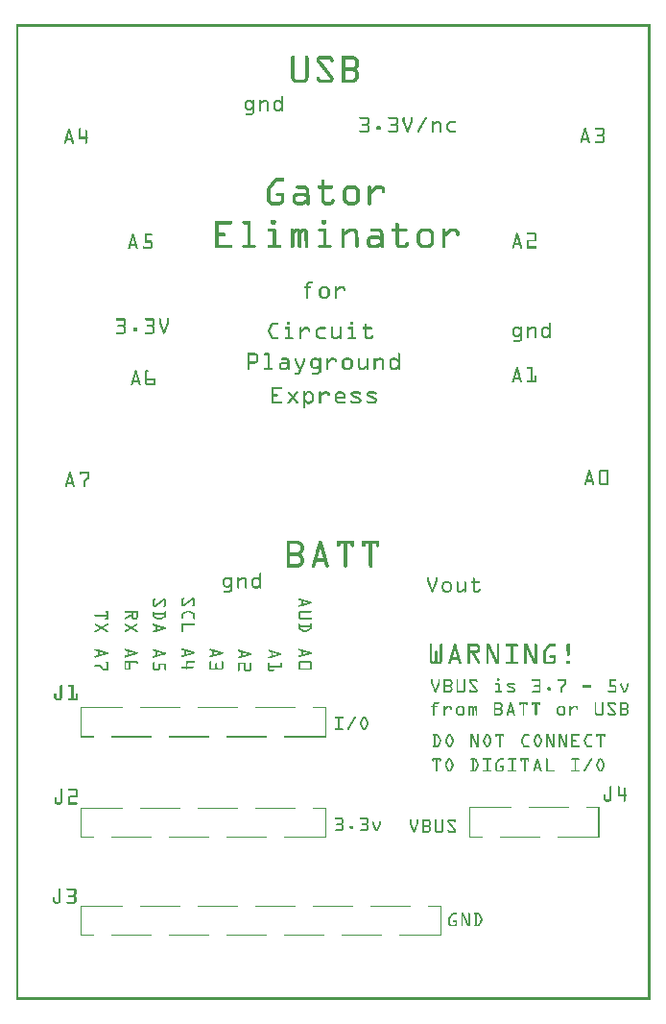
<source format=gto>
G04 MADE WITH FRITZING*
G04 WWW.FRITZING.ORG*
G04 DOUBLE SIDED*
G04 HOLES PLATED*
G04 CONTOUR ON CENTER OF CONTOUR VECTOR*
%ASAXBY*%
%FSLAX23Y23*%
%MOIN*%
%OFA0B0*%
%SFA1.0B1.0*%
%ADD10R,0.001000X0.001000*%
%LNSILK1*%
G90*
G70*
G54D10*
X0Y3386D02*
X2203Y3386D01*
X0Y3385D02*
X2203Y3385D01*
X0Y3384D02*
X2203Y3384D01*
X0Y3383D02*
X2203Y3383D01*
X0Y3382D02*
X2203Y3382D01*
X0Y3381D02*
X2203Y3381D01*
X0Y3380D02*
X2203Y3380D01*
X0Y3379D02*
X2203Y3379D01*
X0Y3378D02*
X7Y3378D01*
X2196Y3378D02*
X2203Y3378D01*
X0Y3377D02*
X7Y3377D01*
X2196Y3377D02*
X2203Y3377D01*
X0Y3376D02*
X7Y3376D01*
X2196Y3376D02*
X2203Y3376D01*
X0Y3375D02*
X7Y3375D01*
X2196Y3375D02*
X2203Y3375D01*
X0Y3374D02*
X7Y3374D01*
X2196Y3374D02*
X2203Y3374D01*
X0Y3373D02*
X7Y3373D01*
X2196Y3373D02*
X2203Y3373D01*
X0Y3372D02*
X7Y3372D01*
X2196Y3372D02*
X2203Y3372D01*
X0Y3371D02*
X7Y3371D01*
X2196Y3371D02*
X2203Y3371D01*
X0Y3370D02*
X7Y3370D01*
X2196Y3370D02*
X2203Y3370D01*
X0Y3369D02*
X7Y3369D01*
X2196Y3369D02*
X2203Y3369D01*
X0Y3368D02*
X7Y3368D01*
X2196Y3368D02*
X2203Y3368D01*
X0Y3367D02*
X7Y3367D01*
X2196Y3367D02*
X2203Y3367D01*
X0Y3366D02*
X7Y3366D01*
X2196Y3366D02*
X2203Y3366D01*
X0Y3365D02*
X7Y3365D01*
X2196Y3365D02*
X2203Y3365D01*
X0Y3364D02*
X7Y3364D01*
X2196Y3364D02*
X2203Y3364D01*
X0Y3363D02*
X7Y3363D01*
X2196Y3363D02*
X2203Y3363D01*
X0Y3362D02*
X7Y3362D01*
X2196Y3362D02*
X2203Y3362D01*
X0Y3361D02*
X7Y3361D01*
X2196Y3361D02*
X2203Y3361D01*
X0Y3360D02*
X7Y3360D01*
X2196Y3360D02*
X2203Y3360D01*
X0Y3359D02*
X7Y3359D01*
X2196Y3359D02*
X2203Y3359D01*
X0Y3358D02*
X7Y3358D01*
X2196Y3358D02*
X2203Y3358D01*
X0Y3357D02*
X7Y3357D01*
X2196Y3357D02*
X2203Y3357D01*
X0Y3356D02*
X7Y3356D01*
X2196Y3356D02*
X2203Y3356D01*
X0Y3355D02*
X7Y3355D01*
X2196Y3355D02*
X2203Y3355D01*
X0Y3354D02*
X7Y3354D01*
X2196Y3354D02*
X2203Y3354D01*
X0Y3353D02*
X7Y3353D01*
X2196Y3353D02*
X2203Y3353D01*
X0Y3352D02*
X7Y3352D01*
X2196Y3352D02*
X2203Y3352D01*
X0Y3351D02*
X7Y3351D01*
X2196Y3351D02*
X2203Y3351D01*
X0Y3350D02*
X7Y3350D01*
X2196Y3350D02*
X2203Y3350D01*
X0Y3349D02*
X7Y3349D01*
X2196Y3349D02*
X2203Y3349D01*
X0Y3348D02*
X7Y3348D01*
X2196Y3348D02*
X2203Y3348D01*
X0Y3347D02*
X7Y3347D01*
X2196Y3347D02*
X2203Y3347D01*
X0Y3346D02*
X7Y3346D01*
X2196Y3346D02*
X2203Y3346D01*
X0Y3345D02*
X7Y3345D01*
X2196Y3345D02*
X2203Y3345D01*
X0Y3344D02*
X7Y3344D01*
X2196Y3344D02*
X2203Y3344D01*
X0Y3343D02*
X7Y3343D01*
X2196Y3343D02*
X2203Y3343D01*
X0Y3342D02*
X7Y3342D01*
X2196Y3342D02*
X2203Y3342D01*
X0Y3341D02*
X7Y3341D01*
X2196Y3341D02*
X2203Y3341D01*
X0Y3340D02*
X7Y3340D01*
X2196Y3340D02*
X2203Y3340D01*
X0Y3339D02*
X7Y3339D01*
X2196Y3339D02*
X2203Y3339D01*
X0Y3338D02*
X7Y3338D01*
X2196Y3338D02*
X2203Y3338D01*
X0Y3337D02*
X7Y3337D01*
X2196Y3337D02*
X2203Y3337D01*
X0Y3336D02*
X7Y3336D01*
X2196Y3336D02*
X2203Y3336D01*
X0Y3335D02*
X7Y3335D01*
X2196Y3335D02*
X2203Y3335D01*
X0Y3334D02*
X7Y3334D01*
X2196Y3334D02*
X2203Y3334D01*
X0Y3333D02*
X7Y3333D01*
X2196Y3333D02*
X2203Y3333D01*
X0Y3332D02*
X7Y3332D01*
X2196Y3332D02*
X2203Y3332D01*
X0Y3331D02*
X7Y3331D01*
X2196Y3331D02*
X2203Y3331D01*
X0Y3330D02*
X7Y3330D01*
X2196Y3330D02*
X2203Y3330D01*
X0Y3329D02*
X7Y3329D01*
X2196Y3329D02*
X2203Y3329D01*
X0Y3328D02*
X7Y3328D01*
X2196Y3328D02*
X2203Y3328D01*
X0Y3327D02*
X7Y3327D01*
X2196Y3327D02*
X2203Y3327D01*
X0Y3326D02*
X7Y3326D01*
X2196Y3326D02*
X2203Y3326D01*
X0Y3325D02*
X7Y3325D01*
X2196Y3325D02*
X2203Y3325D01*
X0Y3324D02*
X7Y3324D01*
X2196Y3324D02*
X2203Y3324D01*
X0Y3323D02*
X7Y3323D01*
X2196Y3323D02*
X2203Y3323D01*
X0Y3322D02*
X7Y3322D01*
X2196Y3322D02*
X2203Y3322D01*
X0Y3321D02*
X7Y3321D01*
X2196Y3321D02*
X2203Y3321D01*
X0Y3320D02*
X7Y3320D01*
X2196Y3320D02*
X2203Y3320D01*
X0Y3319D02*
X7Y3319D01*
X2196Y3319D02*
X2203Y3319D01*
X0Y3318D02*
X7Y3318D01*
X2196Y3318D02*
X2203Y3318D01*
X0Y3317D02*
X7Y3317D01*
X2196Y3317D02*
X2203Y3317D01*
X0Y3316D02*
X7Y3316D01*
X2196Y3316D02*
X2203Y3316D01*
X0Y3315D02*
X7Y3315D01*
X2196Y3315D02*
X2203Y3315D01*
X0Y3314D02*
X7Y3314D01*
X2196Y3314D02*
X2203Y3314D01*
X0Y3313D02*
X7Y3313D01*
X2196Y3313D02*
X2203Y3313D01*
X0Y3312D02*
X7Y3312D01*
X2196Y3312D02*
X2203Y3312D01*
X0Y3311D02*
X7Y3311D01*
X2196Y3311D02*
X2203Y3311D01*
X0Y3310D02*
X7Y3310D01*
X2196Y3310D02*
X2203Y3310D01*
X0Y3309D02*
X7Y3309D01*
X2196Y3309D02*
X2203Y3309D01*
X0Y3308D02*
X7Y3308D01*
X2196Y3308D02*
X2203Y3308D01*
X0Y3307D02*
X7Y3307D01*
X2196Y3307D02*
X2203Y3307D01*
X0Y3306D02*
X7Y3306D01*
X2196Y3306D02*
X2203Y3306D01*
X0Y3305D02*
X7Y3305D01*
X2196Y3305D02*
X2203Y3305D01*
X0Y3304D02*
X7Y3304D01*
X2196Y3304D02*
X2203Y3304D01*
X0Y3303D02*
X7Y3303D01*
X2196Y3303D02*
X2203Y3303D01*
X0Y3302D02*
X7Y3302D01*
X2196Y3302D02*
X2203Y3302D01*
X0Y3301D02*
X7Y3301D01*
X2196Y3301D02*
X2203Y3301D01*
X0Y3300D02*
X7Y3300D01*
X2196Y3300D02*
X2203Y3300D01*
X0Y3299D02*
X7Y3299D01*
X2196Y3299D02*
X2203Y3299D01*
X0Y3298D02*
X7Y3298D01*
X2196Y3298D02*
X2203Y3298D01*
X0Y3297D02*
X7Y3297D01*
X2196Y3297D02*
X2203Y3297D01*
X0Y3296D02*
X7Y3296D01*
X2196Y3296D02*
X2203Y3296D01*
X0Y3295D02*
X7Y3295D01*
X2196Y3295D02*
X2203Y3295D01*
X0Y3294D02*
X7Y3294D01*
X2196Y3294D02*
X2203Y3294D01*
X0Y3293D02*
X7Y3293D01*
X2196Y3293D02*
X2203Y3293D01*
X0Y3292D02*
X7Y3292D01*
X2196Y3292D02*
X2203Y3292D01*
X0Y3291D02*
X7Y3291D01*
X2196Y3291D02*
X2203Y3291D01*
X0Y3290D02*
X7Y3290D01*
X2196Y3290D02*
X2203Y3290D01*
X0Y3289D02*
X7Y3289D01*
X2196Y3289D02*
X2203Y3289D01*
X0Y3288D02*
X7Y3288D01*
X2196Y3288D02*
X2203Y3288D01*
X0Y3287D02*
X7Y3287D01*
X2196Y3287D02*
X2203Y3287D01*
X0Y3286D02*
X7Y3286D01*
X2196Y3286D02*
X2203Y3286D01*
X0Y3285D02*
X7Y3285D01*
X2196Y3285D02*
X2203Y3285D01*
X0Y3284D02*
X7Y3284D01*
X2196Y3284D02*
X2203Y3284D01*
X0Y3283D02*
X7Y3283D01*
X2196Y3283D02*
X2203Y3283D01*
X0Y3282D02*
X7Y3282D01*
X2196Y3282D02*
X2203Y3282D01*
X0Y3281D02*
X7Y3281D01*
X2196Y3281D02*
X2203Y3281D01*
X0Y3280D02*
X7Y3280D01*
X2196Y3280D02*
X2203Y3280D01*
X0Y3279D02*
X7Y3279D01*
X2196Y3279D02*
X2203Y3279D01*
X0Y3278D02*
X7Y3278D01*
X2196Y3278D02*
X2203Y3278D01*
X0Y3277D02*
X7Y3277D01*
X2196Y3277D02*
X2203Y3277D01*
X0Y3276D02*
X7Y3276D01*
X959Y3276D02*
X964Y3276D01*
X1008Y3276D02*
X1012Y3276D01*
X1053Y3276D02*
X1092Y3276D01*
X1131Y3276D02*
X1173Y3276D01*
X2196Y3276D02*
X2203Y3276D01*
X0Y3275D02*
X7Y3275D01*
X958Y3275D02*
X966Y3275D01*
X1006Y3275D02*
X1014Y3275D01*
X1051Y3275D02*
X1094Y3275D01*
X1131Y3275D02*
X1175Y3275D01*
X2196Y3275D02*
X2203Y3275D01*
X0Y3274D02*
X7Y3274D01*
X957Y3274D02*
X966Y3274D01*
X1005Y3274D02*
X1014Y3274D01*
X1049Y3274D02*
X1096Y3274D01*
X1131Y3274D02*
X1177Y3274D01*
X2196Y3274D02*
X2203Y3274D01*
X0Y3273D02*
X7Y3273D01*
X957Y3273D02*
X967Y3273D01*
X1005Y3273D02*
X1015Y3273D01*
X1048Y3273D02*
X1097Y3273D01*
X1131Y3273D02*
X1179Y3273D01*
X2196Y3273D02*
X2203Y3273D01*
X0Y3272D02*
X7Y3272D01*
X956Y3272D02*
X967Y3272D01*
X1004Y3272D02*
X1015Y3272D01*
X1047Y3272D02*
X1098Y3272D01*
X1131Y3272D02*
X1181Y3272D01*
X2196Y3272D02*
X2203Y3272D01*
X0Y3271D02*
X7Y3271D01*
X956Y3271D02*
X967Y3271D01*
X1004Y3271D02*
X1016Y3271D01*
X1046Y3271D02*
X1099Y3271D01*
X1131Y3271D02*
X1182Y3271D01*
X2196Y3271D02*
X2203Y3271D01*
X0Y3270D02*
X7Y3270D01*
X956Y3270D02*
X968Y3270D01*
X1004Y3270D02*
X1016Y3270D01*
X1046Y3270D02*
X1100Y3270D01*
X1131Y3270D02*
X1183Y3270D01*
X2196Y3270D02*
X2203Y3270D01*
X0Y3269D02*
X7Y3269D01*
X956Y3269D02*
X968Y3269D01*
X1004Y3269D02*
X1016Y3269D01*
X1045Y3269D02*
X1101Y3269D01*
X1131Y3269D02*
X1184Y3269D01*
X2196Y3269D02*
X2203Y3269D01*
X0Y3268D02*
X7Y3268D01*
X956Y3268D02*
X968Y3268D01*
X1004Y3268D02*
X1016Y3268D01*
X1045Y3268D02*
X1101Y3268D01*
X1131Y3268D02*
X1185Y3268D01*
X2196Y3268D02*
X2203Y3268D01*
X0Y3267D02*
X7Y3267D01*
X956Y3267D02*
X968Y3267D01*
X1004Y3267D02*
X1016Y3267D01*
X1044Y3267D02*
X1102Y3267D01*
X1131Y3267D02*
X1186Y3267D01*
X2196Y3267D02*
X2203Y3267D01*
X0Y3266D02*
X7Y3266D01*
X956Y3266D02*
X968Y3266D01*
X1004Y3266D02*
X1016Y3266D01*
X1044Y3266D02*
X1102Y3266D01*
X1131Y3266D02*
X1186Y3266D01*
X2196Y3266D02*
X2203Y3266D01*
X0Y3265D02*
X7Y3265D01*
X956Y3265D02*
X968Y3265D01*
X1004Y3265D02*
X1016Y3265D01*
X1044Y3265D02*
X1102Y3265D01*
X1131Y3265D02*
X1187Y3265D01*
X2196Y3265D02*
X2203Y3265D01*
X0Y3264D02*
X7Y3264D01*
X956Y3264D02*
X968Y3264D01*
X1004Y3264D02*
X1016Y3264D01*
X1044Y3264D02*
X1055Y3264D01*
X1090Y3264D02*
X1103Y3264D01*
X1131Y3264D02*
X1143Y3264D01*
X1171Y3264D02*
X1188Y3264D01*
X2196Y3264D02*
X2203Y3264D01*
X0Y3263D02*
X7Y3263D01*
X956Y3263D02*
X968Y3263D01*
X1004Y3263D02*
X1016Y3263D01*
X1044Y3263D02*
X1055Y3263D01*
X1091Y3263D02*
X1103Y3263D01*
X1131Y3263D02*
X1143Y3263D01*
X1173Y3263D02*
X1188Y3263D01*
X2196Y3263D02*
X2203Y3263D01*
X0Y3262D02*
X7Y3262D01*
X956Y3262D02*
X968Y3262D01*
X1004Y3262D02*
X1016Y3262D01*
X1044Y3262D02*
X1055Y3262D01*
X1092Y3262D02*
X1103Y3262D01*
X1131Y3262D02*
X1143Y3262D01*
X1175Y3262D02*
X1189Y3262D01*
X2196Y3262D02*
X2203Y3262D01*
X0Y3261D02*
X7Y3261D01*
X956Y3261D02*
X968Y3261D01*
X1004Y3261D02*
X1016Y3261D01*
X1044Y3261D02*
X1056Y3261D01*
X1092Y3261D02*
X1103Y3261D01*
X1131Y3261D02*
X1143Y3261D01*
X1176Y3261D02*
X1189Y3261D01*
X2196Y3261D02*
X2203Y3261D01*
X0Y3260D02*
X7Y3260D01*
X956Y3260D02*
X968Y3260D01*
X1004Y3260D02*
X1016Y3260D01*
X1044Y3260D02*
X1057Y3260D01*
X1092Y3260D02*
X1103Y3260D01*
X1131Y3260D02*
X1143Y3260D01*
X1177Y3260D02*
X1189Y3260D01*
X2196Y3260D02*
X2203Y3260D01*
X0Y3259D02*
X7Y3259D01*
X956Y3259D02*
X968Y3259D01*
X1004Y3259D02*
X1016Y3259D01*
X1044Y3259D02*
X1058Y3259D01*
X1092Y3259D02*
X1103Y3259D01*
X1131Y3259D02*
X1143Y3259D01*
X1177Y3259D02*
X1190Y3259D01*
X2196Y3259D02*
X2203Y3259D01*
X0Y3258D02*
X7Y3258D01*
X956Y3258D02*
X968Y3258D01*
X1004Y3258D02*
X1016Y3258D01*
X1045Y3258D02*
X1059Y3258D01*
X1092Y3258D02*
X1103Y3258D01*
X1131Y3258D02*
X1143Y3258D01*
X1178Y3258D02*
X1190Y3258D01*
X2196Y3258D02*
X2203Y3258D01*
X0Y3257D02*
X7Y3257D01*
X956Y3257D02*
X968Y3257D01*
X1004Y3257D02*
X1016Y3257D01*
X1045Y3257D02*
X1059Y3257D01*
X1093Y3257D02*
X1102Y3257D01*
X1131Y3257D02*
X1143Y3257D01*
X1178Y3257D02*
X1190Y3257D01*
X2196Y3257D02*
X2203Y3257D01*
X0Y3256D02*
X7Y3256D01*
X956Y3256D02*
X968Y3256D01*
X1004Y3256D02*
X1016Y3256D01*
X1046Y3256D02*
X1060Y3256D01*
X1094Y3256D02*
X1101Y3256D01*
X1131Y3256D02*
X1143Y3256D01*
X1179Y3256D02*
X1190Y3256D01*
X2196Y3256D02*
X2203Y3256D01*
X0Y3255D02*
X7Y3255D01*
X956Y3255D02*
X968Y3255D01*
X1004Y3255D02*
X1016Y3255D01*
X1046Y3255D02*
X1061Y3255D01*
X1095Y3255D02*
X1100Y3255D01*
X1131Y3255D02*
X1143Y3255D01*
X1179Y3255D02*
X1191Y3255D01*
X2196Y3255D02*
X2203Y3255D01*
X0Y3254D02*
X7Y3254D01*
X956Y3254D02*
X968Y3254D01*
X1004Y3254D02*
X1016Y3254D01*
X1047Y3254D02*
X1062Y3254D01*
X1131Y3254D02*
X1143Y3254D01*
X1179Y3254D02*
X1191Y3254D01*
X2196Y3254D02*
X2203Y3254D01*
X0Y3253D02*
X7Y3253D01*
X956Y3253D02*
X968Y3253D01*
X1004Y3253D02*
X1016Y3253D01*
X1048Y3253D02*
X1062Y3253D01*
X1131Y3253D02*
X1143Y3253D01*
X1179Y3253D02*
X1191Y3253D01*
X2196Y3253D02*
X2203Y3253D01*
X0Y3252D02*
X7Y3252D01*
X956Y3252D02*
X968Y3252D01*
X1004Y3252D02*
X1016Y3252D01*
X1049Y3252D02*
X1063Y3252D01*
X1131Y3252D02*
X1143Y3252D01*
X1179Y3252D02*
X1191Y3252D01*
X2196Y3252D02*
X2203Y3252D01*
X0Y3251D02*
X7Y3251D01*
X956Y3251D02*
X968Y3251D01*
X1004Y3251D02*
X1016Y3251D01*
X1049Y3251D02*
X1064Y3251D01*
X1131Y3251D02*
X1143Y3251D01*
X1179Y3251D02*
X1191Y3251D01*
X2196Y3251D02*
X2203Y3251D01*
X0Y3250D02*
X7Y3250D01*
X956Y3250D02*
X968Y3250D01*
X1004Y3250D02*
X1016Y3250D01*
X1050Y3250D02*
X1065Y3250D01*
X1131Y3250D02*
X1143Y3250D01*
X1179Y3250D02*
X1191Y3250D01*
X2196Y3250D02*
X2203Y3250D01*
X0Y3249D02*
X7Y3249D01*
X956Y3249D02*
X968Y3249D01*
X1004Y3249D02*
X1016Y3249D01*
X1051Y3249D02*
X1066Y3249D01*
X1131Y3249D02*
X1143Y3249D01*
X1179Y3249D02*
X1191Y3249D01*
X2196Y3249D02*
X2203Y3249D01*
X0Y3248D02*
X7Y3248D01*
X956Y3248D02*
X968Y3248D01*
X1004Y3248D02*
X1016Y3248D01*
X1052Y3248D02*
X1066Y3248D01*
X1131Y3248D02*
X1143Y3248D01*
X1179Y3248D02*
X1191Y3248D01*
X2196Y3248D02*
X2203Y3248D01*
X0Y3247D02*
X7Y3247D01*
X956Y3247D02*
X968Y3247D01*
X1004Y3247D02*
X1016Y3247D01*
X1052Y3247D02*
X1067Y3247D01*
X1131Y3247D02*
X1143Y3247D01*
X1179Y3247D02*
X1191Y3247D01*
X2196Y3247D02*
X2203Y3247D01*
X0Y3246D02*
X7Y3246D01*
X956Y3246D02*
X968Y3246D01*
X1004Y3246D02*
X1016Y3246D01*
X1053Y3246D02*
X1068Y3246D01*
X1131Y3246D02*
X1143Y3246D01*
X1179Y3246D02*
X1191Y3246D01*
X2196Y3246D02*
X2203Y3246D01*
X0Y3245D02*
X7Y3245D01*
X956Y3245D02*
X968Y3245D01*
X1004Y3245D02*
X1016Y3245D01*
X1054Y3245D02*
X1069Y3245D01*
X1131Y3245D02*
X1143Y3245D01*
X1179Y3245D02*
X1191Y3245D01*
X2196Y3245D02*
X2203Y3245D01*
X0Y3244D02*
X7Y3244D01*
X956Y3244D02*
X968Y3244D01*
X1004Y3244D02*
X1016Y3244D01*
X1055Y3244D02*
X1069Y3244D01*
X1131Y3244D02*
X1143Y3244D01*
X1179Y3244D02*
X1190Y3244D01*
X2196Y3244D02*
X2203Y3244D01*
X0Y3243D02*
X7Y3243D01*
X956Y3243D02*
X968Y3243D01*
X1004Y3243D02*
X1016Y3243D01*
X1056Y3243D02*
X1070Y3243D01*
X1131Y3243D02*
X1143Y3243D01*
X1178Y3243D02*
X1190Y3243D01*
X2196Y3243D02*
X2203Y3243D01*
X0Y3242D02*
X7Y3242D01*
X956Y3242D02*
X968Y3242D01*
X1004Y3242D02*
X1016Y3242D01*
X1056Y3242D02*
X1071Y3242D01*
X1131Y3242D02*
X1143Y3242D01*
X1178Y3242D02*
X1190Y3242D01*
X2196Y3242D02*
X2203Y3242D01*
X0Y3241D02*
X7Y3241D01*
X956Y3241D02*
X968Y3241D01*
X1004Y3241D02*
X1016Y3241D01*
X1057Y3241D02*
X1072Y3241D01*
X1131Y3241D02*
X1143Y3241D01*
X1177Y3241D02*
X1190Y3241D01*
X2196Y3241D02*
X2203Y3241D01*
X0Y3240D02*
X7Y3240D01*
X956Y3240D02*
X968Y3240D01*
X1004Y3240D02*
X1016Y3240D01*
X1058Y3240D02*
X1073Y3240D01*
X1131Y3240D02*
X1143Y3240D01*
X1176Y3240D02*
X1189Y3240D01*
X2196Y3240D02*
X2203Y3240D01*
X0Y3239D02*
X7Y3239D01*
X956Y3239D02*
X968Y3239D01*
X1004Y3239D02*
X1016Y3239D01*
X1059Y3239D02*
X1073Y3239D01*
X1131Y3239D02*
X1143Y3239D01*
X1175Y3239D02*
X1189Y3239D01*
X2196Y3239D02*
X2203Y3239D01*
X0Y3238D02*
X7Y3238D01*
X956Y3238D02*
X968Y3238D01*
X1004Y3238D02*
X1016Y3238D01*
X1059Y3238D02*
X1074Y3238D01*
X1131Y3238D02*
X1143Y3238D01*
X1174Y3238D02*
X1189Y3238D01*
X2196Y3238D02*
X2203Y3238D01*
X0Y3237D02*
X7Y3237D01*
X956Y3237D02*
X968Y3237D01*
X1004Y3237D02*
X1016Y3237D01*
X1060Y3237D02*
X1075Y3237D01*
X1131Y3237D02*
X1143Y3237D01*
X1172Y3237D02*
X1188Y3237D01*
X2196Y3237D02*
X2203Y3237D01*
X0Y3236D02*
X7Y3236D01*
X956Y3236D02*
X968Y3236D01*
X1004Y3236D02*
X1016Y3236D01*
X1061Y3236D02*
X1076Y3236D01*
X1131Y3236D02*
X1143Y3236D01*
X1169Y3236D02*
X1188Y3236D01*
X2196Y3236D02*
X2203Y3236D01*
X0Y3235D02*
X7Y3235D01*
X956Y3235D02*
X968Y3235D01*
X1004Y3235D02*
X1016Y3235D01*
X1062Y3235D02*
X1076Y3235D01*
X1131Y3235D02*
X1187Y3235D01*
X2196Y3235D02*
X2203Y3235D01*
X0Y3234D02*
X7Y3234D01*
X956Y3234D02*
X968Y3234D01*
X1004Y3234D02*
X1016Y3234D01*
X1063Y3234D02*
X1077Y3234D01*
X1131Y3234D02*
X1186Y3234D01*
X2196Y3234D02*
X2203Y3234D01*
X0Y3233D02*
X7Y3233D01*
X956Y3233D02*
X968Y3233D01*
X1004Y3233D02*
X1016Y3233D01*
X1063Y3233D02*
X1078Y3233D01*
X1131Y3233D02*
X1185Y3233D01*
X2196Y3233D02*
X2203Y3233D01*
X0Y3232D02*
X7Y3232D01*
X956Y3232D02*
X968Y3232D01*
X1004Y3232D02*
X1016Y3232D01*
X1064Y3232D02*
X1079Y3232D01*
X1131Y3232D02*
X1184Y3232D01*
X2196Y3232D02*
X2203Y3232D01*
X0Y3231D02*
X7Y3231D01*
X956Y3231D02*
X968Y3231D01*
X1004Y3231D02*
X1016Y3231D01*
X1065Y3231D02*
X1080Y3231D01*
X1131Y3231D02*
X1184Y3231D01*
X2196Y3231D02*
X2203Y3231D01*
X0Y3230D02*
X7Y3230D01*
X956Y3230D02*
X968Y3230D01*
X1004Y3230D02*
X1016Y3230D01*
X1066Y3230D02*
X1080Y3230D01*
X1131Y3230D02*
X1183Y3230D01*
X2196Y3230D02*
X2203Y3230D01*
X0Y3229D02*
X7Y3229D01*
X956Y3229D02*
X968Y3229D01*
X1004Y3229D02*
X1016Y3229D01*
X1066Y3229D02*
X1081Y3229D01*
X1131Y3229D02*
X1183Y3229D01*
X2196Y3229D02*
X2203Y3229D01*
X0Y3228D02*
X7Y3228D01*
X956Y3228D02*
X968Y3228D01*
X1004Y3228D02*
X1016Y3228D01*
X1067Y3228D02*
X1082Y3228D01*
X1131Y3228D02*
X1184Y3228D01*
X2196Y3228D02*
X2203Y3228D01*
X0Y3227D02*
X7Y3227D01*
X956Y3227D02*
X968Y3227D01*
X1004Y3227D02*
X1016Y3227D01*
X1068Y3227D02*
X1083Y3227D01*
X1131Y3227D02*
X1185Y3227D01*
X2196Y3227D02*
X2203Y3227D01*
X0Y3226D02*
X7Y3226D01*
X956Y3226D02*
X968Y3226D01*
X1004Y3226D02*
X1016Y3226D01*
X1069Y3226D02*
X1084Y3226D01*
X1131Y3226D02*
X1186Y3226D01*
X2196Y3226D02*
X2203Y3226D01*
X0Y3225D02*
X7Y3225D01*
X956Y3225D02*
X968Y3225D01*
X1004Y3225D02*
X1016Y3225D01*
X1070Y3225D02*
X1084Y3225D01*
X1131Y3225D02*
X1186Y3225D01*
X2196Y3225D02*
X2203Y3225D01*
X0Y3224D02*
X7Y3224D01*
X956Y3224D02*
X968Y3224D01*
X1004Y3224D02*
X1016Y3224D01*
X1070Y3224D02*
X1085Y3224D01*
X1131Y3224D02*
X1187Y3224D01*
X2196Y3224D02*
X2203Y3224D01*
X0Y3223D02*
X7Y3223D01*
X956Y3223D02*
X968Y3223D01*
X1004Y3223D02*
X1016Y3223D01*
X1071Y3223D02*
X1086Y3223D01*
X1131Y3223D02*
X1143Y3223D01*
X1171Y3223D02*
X1188Y3223D01*
X2196Y3223D02*
X2203Y3223D01*
X0Y3222D02*
X7Y3222D01*
X956Y3222D02*
X968Y3222D01*
X1004Y3222D02*
X1016Y3222D01*
X1072Y3222D02*
X1087Y3222D01*
X1131Y3222D02*
X1143Y3222D01*
X1173Y3222D02*
X1188Y3222D01*
X2196Y3222D02*
X2203Y3222D01*
X0Y3221D02*
X7Y3221D01*
X956Y3221D02*
X968Y3221D01*
X1004Y3221D02*
X1016Y3221D01*
X1073Y3221D02*
X1087Y3221D01*
X1131Y3221D02*
X1143Y3221D01*
X1175Y3221D02*
X1189Y3221D01*
X2196Y3221D02*
X2203Y3221D01*
X0Y3220D02*
X7Y3220D01*
X956Y3220D02*
X968Y3220D01*
X1004Y3220D02*
X1016Y3220D01*
X1073Y3220D02*
X1088Y3220D01*
X1131Y3220D02*
X1143Y3220D01*
X1176Y3220D02*
X1189Y3220D01*
X2196Y3220D02*
X2203Y3220D01*
X0Y3219D02*
X7Y3219D01*
X956Y3219D02*
X968Y3219D01*
X1004Y3219D02*
X1016Y3219D01*
X1074Y3219D02*
X1089Y3219D01*
X1131Y3219D02*
X1143Y3219D01*
X1177Y3219D02*
X1189Y3219D01*
X2196Y3219D02*
X2203Y3219D01*
X0Y3218D02*
X7Y3218D01*
X956Y3218D02*
X968Y3218D01*
X1004Y3218D02*
X1016Y3218D01*
X1075Y3218D02*
X1090Y3218D01*
X1131Y3218D02*
X1143Y3218D01*
X1177Y3218D02*
X1190Y3218D01*
X2196Y3218D02*
X2203Y3218D01*
X0Y3217D02*
X7Y3217D01*
X956Y3217D02*
X968Y3217D01*
X1004Y3217D02*
X1016Y3217D01*
X1076Y3217D02*
X1091Y3217D01*
X1131Y3217D02*
X1143Y3217D01*
X1178Y3217D02*
X1190Y3217D01*
X2196Y3217D02*
X2203Y3217D01*
X0Y3216D02*
X7Y3216D01*
X956Y3216D02*
X968Y3216D01*
X1004Y3216D02*
X1016Y3216D01*
X1077Y3216D02*
X1091Y3216D01*
X1131Y3216D02*
X1143Y3216D01*
X1178Y3216D02*
X1190Y3216D01*
X2196Y3216D02*
X2203Y3216D01*
X0Y3215D02*
X7Y3215D01*
X956Y3215D02*
X968Y3215D01*
X1004Y3215D02*
X1016Y3215D01*
X1077Y3215D02*
X1092Y3215D01*
X1131Y3215D02*
X1143Y3215D01*
X1179Y3215D02*
X1190Y3215D01*
X2196Y3215D02*
X2203Y3215D01*
X0Y3214D02*
X7Y3214D01*
X956Y3214D02*
X968Y3214D01*
X1004Y3214D02*
X1016Y3214D01*
X1078Y3214D02*
X1093Y3214D01*
X1131Y3214D02*
X1143Y3214D01*
X1179Y3214D02*
X1191Y3214D01*
X2196Y3214D02*
X2203Y3214D01*
X0Y3213D02*
X7Y3213D01*
X956Y3213D02*
X968Y3213D01*
X1004Y3213D02*
X1016Y3213D01*
X1079Y3213D02*
X1094Y3213D01*
X1131Y3213D02*
X1143Y3213D01*
X1179Y3213D02*
X1191Y3213D01*
X2196Y3213D02*
X2203Y3213D01*
X0Y3212D02*
X7Y3212D01*
X956Y3212D02*
X968Y3212D01*
X1004Y3212D02*
X1016Y3212D01*
X1080Y3212D02*
X1094Y3212D01*
X1131Y3212D02*
X1143Y3212D01*
X1179Y3212D02*
X1191Y3212D01*
X2196Y3212D02*
X2203Y3212D01*
X0Y3211D02*
X7Y3211D01*
X956Y3211D02*
X968Y3211D01*
X1004Y3211D02*
X1016Y3211D01*
X1080Y3211D02*
X1095Y3211D01*
X1131Y3211D02*
X1143Y3211D01*
X1179Y3211D02*
X1191Y3211D01*
X2196Y3211D02*
X2203Y3211D01*
X0Y3210D02*
X7Y3210D01*
X956Y3210D02*
X968Y3210D01*
X1004Y3210D02*
X1016Y3210D01*
X1081Y3210D02*
X1096Y3210D01*
X1131Y3210D02*
X1143Y3210D01*
X1179Y3210D02*
X1191Y3210D01*
X2196Y3210D02*
X2203Y3210D01*
X0Y3209D02*
X7Y3209D01*
X956Y3209D02*
X968Y3209D01*
X1004Y3209D02*
X1016Y3209D01*
X1082Y3209D02*
X1097Y3209D01*
X1131Y3209D02*
X1143Y3209D01*
X1179Y3209D02*
X1191Y3209D01*
X2196Y3209D02*
X2203Y3209D01*
X0Y3208D02*
X7Y3208D01*
X956Y3208D02*
X968Y3208D01*
X1004Y3208D02*
X1016Y3208D01*
X1083Y3208D02*
X1098Y3208D01*
X1131Y3208D02*
X1143Y3208D01*
X1179Y3208D02*
X1191Y3208D01*
X2196Y3208D02*
X2203Y3208D01*
X0Y3207D02*
X7Y3207D01*
X956Y3207D02*
X968Y3207D01*
X1004Y3207D02*
X1016Y3207D01*
X1083Y3207D02*
X1098Y3207D01*
X1131Y3207D02*
X1143Y3207D01*
X1179Y3207D02*
X1191Y3207D01*
X2196Y3207D02*
X2203Y3207D01*
X0Y3206D02*
X7Y3206D01*
X956Y3206D02*
X968Y3206D01*
X1004Y3206D02*
X1016Y3206D01*
X1084Y3206D02*
X1099Y3206D01*
X1131Y3206D02*
X1143Y3206D01*
X1179Y3206D02*
X1191Y3206D01*
X2196Y3206D02*
X2203Y3206D01*
X0Y3205D02*
X7Y3205D01*
X956Y3205D02*
X968Y3205D01*
X1004Y3205D02*
X1016Y3205D01*
X1085Y3205D02*
X1100Y3205D01*
X1131Y3205D02*
X1143Y3205D01*
X1179Y3205D02*
X1191Y3205D01*
X2196Y3205D02*
X2203Y3205D01*
X0Y3204D02*
X7Y3204D01*
X956Y3204D02*
X968Y3204D01*
X1004Y3204D02*
X1016Y3204D01*
X1047Y3204D02*
X1052Y3204D01*
X1086Y3204D02*
X1101Y3204D01*
X1131Y3204D02*
X1143Y3204D01*
X1179Y3204D02*
X1191Y3204D01*
X2196Y3204D02*
X2203Y3204D01*
X0Y3203D02*
X7Y3203D01*
X956Y3203D02*
X968Y3203D01*
X1004Y3203D02*
X1016Y3203D01*
X1046Y3203D02*
X1053Y3203D01*
X1087Y3203D02*
X1101Y3203D01*
X1131Y3203D02*
X1143Y3203D01*
X1179Y3203D02*
X1190Y3203D01*
X2196Y3203D02*
X2203Y3203D01*
X0Y3202D02*
X7Y3202D01*
X956Y3202D02*
X968Y3202D01*
X1004Y3202D02*
X1016Y3202D01*
X1045Y3202D02*
X1054Y3202D01*
X1087Y3202D02*
X1102Y3202D01*
X1131Y3202D02*
X1143Y3202D01*
X1178Y3202D02*
X1190Y3202D01*
X2196Y3202D02*
X2203Y3202D01*
X0Y3201D02*
X7Y3201D01*
X956Y3201D02*
X968Y3201D01*
X1004Y3201D02*
X1016Y3201D01*
X1044Y3201D02*
X1055Y3201D01*
X1088Y3201D02*
X1102Y3201D01*
X1131Y3201D02*
X1143Y3201D01*
X1178Y3201D02*
X1190Y3201D01*
X2196Y3201D02*
X2203Y3201D01*
X0Y3200D02*
X7Y3200D01*
X956Y3200D02*
X968Y3200D01*
X1004Y3200D02*
X1016Y3200D01*
X1044Y3200D02*
X1055Y3200D01*
X1089Y3200D02*
X1103Y3200D01*
X1131Y3200D02*
X1143Y3200D01*
X1177Y3200D02*
X1190Y3200D01*
X2196Y3200D02*
X2203Y3200D01*
X0Y3199D02*
X7Y3199D01*
X956Y3199D02*
X968Y3199D01*
X1004Y3199D02*
X1015Y3199D01*
X1044Y3199D02*
X1055Y3199D01*
X1090Y3199D02*
X1103Y3199D01*
X1131Y3199D02*
X1143Y3199D01*
X1176Y3199D02*
X1189Y3199D01*
X2196Y3199D02*
X2203Y3199D01*
X0Y3198D02*
X7Y3198D01*
X957Y3198D02*
X968Y3198D01*
X1004Y3198D02*
X1015Y3198D01*
X1044Y3198D02*
X1055Y3198D01*
X1090Y3198D02*
X1103Y3198D01*
X1131Y3198D02*
X1143Y3198D01*
X1175Y3198D02*
X1189Y3198D01*
X2196Y3198D02*
X2203Y3198D01*
X0Y3197D02*
X7Y3197D01*
X957Y3197D02*
X969Y3197D01*
X1003Y3197D02*
X1015Y3197D01*
X1044Y3197D02*
X1055Y3197D01*
X1091Y3197D02*
X1103Y3197D01*
X1131Y3197D02*
X1143Y3197D01*
X1174Y3197D02*
X1189Y3197D01*
X2196Y3197D02*
X2203Y3197D01*
X0Y3196D02*
X7Y3196D01*
X957Y3196D02*
X970Y3196D01*
X1002Y3196D02*
X1015Y3196D01*
X1044Y3196D02*
X1056Y3196D01*
X1092Y3196D02*
X1103Y3196D01*
X1131Y3196D02*
X1143Y3196D01*
X1173Y3196D02*
X1188Y3196D01*
X2196Y3196D02*
X2203Y3196D01*
X0Y3195D02*
X7Y3195D01*
X957Y3195D02*
X972Y3195D01*
X1000Y3195D02*
X1015Y3195D01*
X1044Y3195D02*
X1058Y3195D01*
X1091Y3195D02*
X1103Y3195D01*
X1131Y3195D02*
X1143Y3195D01*
X1170Y3195D02*
X1187Y3195D01*
X2196Y3195D02*
X2203Y3195D01*
X0Y3194D02*
X7Y3194D01*
X958Y3194D02*
X1014Y3194D01*
X1045Y3194D02*
X1103Y3194D01*
X1131Y3194D02*
X1187Y3194D01*
X2196Y3194D02*
X2203Y3194D01*
X0Y3193D02*
X7Y3193D01*
X958Y3193D02*
X1014Y3193D01*
X1045Y3193D02*
X1103Y3193D01*
X1131Y3193D02*
X1186Y3193D01*
X2196Y3193D02*
X2203Y3193D01*
X0Y3192D02*
X7Y3192D01*
X959Y3192D02*
X1013Y3192D01*
X1045Y3192D02*
X1102Y3192D01*
X1131Y3192D02*
X1185Y3192D01*
X2196Y3192D02*
X2203Y3192D01*
X0Y3191D02*
X7Y3191D01*
X959Y3191D02*
X1013Y3191D01*
X1046Y3191D02*
X1102Y3191D01*
X1131Y3191D02*
X1185Y3191D01*
X2196Y3191D02*
X2203Y3191D01*
X0Y3190D02*
X7Y3190D01*
X960Y3190D02*
X1012Y3190D01*
X1046Y3190D02*
X1101Y3190D01*
X1131Y3190D02*
X1184Y3190D01*
X2196Y3190D02*
X2203Y3190D01*
X0Y3189D02*
X7Y3189D01*
X961Y3189D02*
X1011Y3189D01*
X1047Y3189D02*
X1101Y3189D01*
X1131Y3189D02*
X1183Y3189D01*
X2196Y3189D02*
X2203Y3189D01*
X0Y3188D02*
X7Y3188D01*
X961Y3188D02*
X1010Y3188D01*
X1048Y3188D02*
X1100Y3188D01*
X1131Y3188D02*
X1181Y3188D01*
X2196Y3188D02*
X2203Y3188D01*
X0Y3187D02*
X7Y3187D01*
X963Y3187D02*
X1009Y3187D01*
X1049Y3187D02*
X1099Y3187D01*
X1131Y3187D02*
X1180Y3187D01*
X2196Y3187D02*
X2203Y3187D01*
X0Y3186D02*
X7Y3186D01*
X964Y3186D02*
X1008Y3186D01*
X1050Y3186D02*
X1098Y3186D01*
X1131Y3186D02*
X1179Y3186D01*
X2196Y3186D02*
X2203Y3186D01*
X0Y3185D02*
X7Y3185D01*
X965Y3185D02*
X1007Y3185D01*
X1051Y3185D02*
X1097Y3185D01*
X1131Y3185D02*
X1177Y3185D01*
X2196Y3185D02*
X2203Y3185D01*
X0Y3184D02*
X7Y3184D01*
X967Y3184D02*
X1005Y3184D01*
X1053Y3184D02*
X1096Y3184D01*
X1131Y3184D02*
X1175Y3184D01*
X2196Y3184D02*
X2203Y3184D01*
X0Y3183D02*
X7Y3183D01*
X970Y3183D02*
X1002Y3183D01*
X1056Y3183D02*
X1093Y3183D01*
X1131Y3183D02*
X1172Y3183D01*
X2196Y3183D02*
X2203Y3183D01*
X0Y3182D02*
X7Y3182D01*
X2196Y3182D02*
X2203Y3182D01*
X0Y3181D02*
X7Y3181D01*
X2196Y3181D02*
X2203Y3181D01*
X0Y3180D02*
X7Y3180D01*
X2196Y3180D02*
X2203Y3180D01*
X0Y3179D02*
X7Y3179D01*
X2196Y3179D02*
X2203Y3179D01*
X0Y3178D02*
X7Y3178D01*
X2196Y3178D02*
X2203Y3178D01*
X0Y3177D02*
X7Y3177D01*
X2196Y3177D02*
X2203Y3177D01*
X0Y3176D02*
X7Y3176D01*
X2196Y3176D02*
X2203Y3176D01*
X0Y3175D02*
X7Y3175D01*
X2196Y3175D02*
X2203Y3175D01*
X0Y3174D02*
X7Y3174D01*
X2196Y3174D02*
X2203Y3174D01*
X0Y3173D02*
X7Y3173D01*
X2196Y3173D02*
X2203Y3173D01*
X0Y3172D02*
X7Y3172D01*
X2196Y3172D02*
X2203Y3172D01*
X0Y3171D02*
X7Y3171D01*
X2196Y3171D02*
X2203Y3171D01*
X0Y3170D02*
X7Y3170D01*
X2196Y3170D02*
X2203Y3170D01*
X0Y3169D02*
X7Y3169D01*
X2196Y3169D02*
X2203Y3169D01*
X0Y3168D02*
X7Y3168D01*
X2196Y3168D02*
X2203Y3168D01*
X0Y3167D02*
X7Y3167D01*
X2196Y3167D02*
X2203Y3167D01*
X0Y3166D02*
X7Y3166D01*
X2196Y3166D02*
X2203Y3166D01*
X0Y3165D02*
X7Y3165D01*
X2196Y3165D02*
X2203Y3165D01*
X0Y3164D02*
X7Y3164D01*
X2196Y3164D02*
X2203Y3164D01*
X0Y3163D02*
X7Y3163D01*
X2196Y3163D02*
X2203Y3163D01*
X0Y3162D02*
X7Y3162D01*
X2196Y3162D02*
X2203Y3162D01*
X0Y3161D02*
X7Y3161D01*
X2196Y3161D02*
X2203Y3161D01*
X0Y3160D02*
X7Y3160D01*
X2196Y3160D02*
X2203Y3160D01*
X0Y3159D02*
X7Y3159D01*
X2196Y3159D02*
X2203Y3159D01*
X0Y3158D02*
X7Y3158D01*
X2196Y3158D02*
X2203Y3158D01*
X0Y3157D02*
X7Y3157D01*
X2196Y3157D02*
X2203Y3157D01*
X0Y3156D02*
X7Y3156D01*
X2196Y3156D02*
X2203Y3156D01*
X0Y3155D02*
X7Y3155D01*
X2196Y3155D02*
X2203Y3155D01*
X0Y3154D02*
X7Y3154D01*
X2196Y3154D02*
X2203Y3154D01*
X0Y3153D02*
X7Y3153D01*
X2196Y3153D02*
X2203Y3153D01*
X0Y3152D02*
X7Y3152D01*
X2196Y3152D02*
X2203Y3152D01*
X0Y3151D02*
X7Y3151D01*
X2196Y3151D02*
X2203Y3151D01*
X0Y3150D02*
X7Y3150D01*
X2196Y3150D02*
X2203Y3150D01*
X0Y3149D02*
X7Y3149D01*
X2196Y3149D02*
X2203Y3149D01*
X0Y3148D02*
X7Y3148D01*
X2196Y3148D02*
X2203Y3148D01*
X0Y3147D02*
X7Y3147D01*
X2196Y3147D02*
X2203Y3147D01*
X0Y3146D02*
X7Y3146D01*
X2196Y3146D02*
X2203Y3146D01*
X0Y3145D02*
X7Y3145D01*
X2196Y3145D02*
X2203Y3145D01*
X0Y3144D02*
X7Y3144D01*
X2196Y3144D02*
X2203Y3144D01*
X0Y3143D02*
X7Y3143D01*
X2196Y3143D02*
X2203Y3143D01*
X0Y3142D02*
X7Y3142D01*
X2196Y3142D02*
X2203Y3142D01*
X0Y3141D02*
X7Y3141D01*
X2196Y3141D02*
X2203Y3141D01*
X0Y3140D02*
X7Y3140D01*
X2196Y3140D02*
X2203Y3140D01*
X0Y3139D02*
X7Y3139D01*
X2196Y3139D02*
X2203Y3139D01*
X0Y3138D02*
X7Y3138D01*
X2196Y3138D02*
X2203Y3138D01*
X0Y3137D02*
X7Y3137D01*
X923Y3137D02*
X926Y3137D01*
X2196Y3137D02*
X2203Y3137D01*
X0Y3136D02*
X7Y3136D01*
X922Y3136D02*
X927Y3136D01*
X2196Y3136D02*
X2203Y3136D01*
X0Y3135D02*
X7Y3135D01*
X922Y3135D02*
X927Y3135D01*
X2196Y3135D02*
X2203Y3135D01*
X0Y3134D02*
X7Y3134D01*
X922Y3134D02*
X928Y3134D01*
X2196Y3134D02*
X2203Y3134D01*
X0Y3133D02*
X7Y3133D01*
X922Y3133D02*
X928Y3133D01*
X2196Y3133D02*
X2203Y3133D01*
X0Y3132D02*
X7Y3132D01*
X922Y3132D02*
X928Y3132D01*
X2196Y3132D02*
X2203Y3132D01*
X0Y3131D02*
X7Y3131D01*
X922Y3131D02*
X928Y3131D01*
X2196Y3131D02*
X2203Y3131D01*
X0Y3130D02*
X7Y3130D01*
X922Y3130D02*
X928Y3130D01*
X2196Y3130D02*
X2203Y3130D01*
X0Y3129D02*
X7Y3129D01*
X922Y3129D02*
X928Y3129D01*
X2196Y3129D02*
X2203Y3129D01*
X0Y3128D02*
X7Y3128D01*
X922Y3128D02*
X928Y3128D01*
X2196Y3128D02*
X2203Y3128D01*
X0Y3127D02*
X7Y3127D01*
X922Y3127D02*
X928Y3127D01*
X2196Y3127D02*
X2203Y3127D01*
X0Y3126D02*
X7Y3126D01*
X922Y3126D02*
X928Y3126D01*
X2196Y3126D02*
X2203Y3126D01*
X0Y3125D02*
X7Y3125D01*
X922Y3125D02*
X928Y3125D01*
X2196Y3125D02*
X2203Y3125D01*
X0Y3124D02*
X7Y3124D01*
X922Y3124D02*
X928Y3124D01*
X2196Y3124D02*
X2203Y3124D01*
X0Y3123D02*
X7Y3123D01*
X804Y3123D02*
X813Y3123D01*
X823Y3123D02*
X825Y3123D01*
X846Y3123D02*
X848Y3123D01*
X861Y3123D02*
X869Y3123D01*
X904Y3123D02*
X914Y3123D01*
X922Y3123D02*
X928Y3123D01*
X2196Y3123D02*
X2203Y3123D01*
X0Y3122D02*
X7Y3122D01*
X801Y3122D02*
X816Y3122D01*
X822Y3122D02*
X826Y3122D01*
X845Y3122D02*
X849Y3122D01*
X858Y3122D02*
X871Y3122D01*
X902Y3122D02*
X916Y3122D01*
X922Y3122D02*
X928Y3122D01*
X2196Y3122D02*
X2203Y3122D01*
X0Y3121D02*
X7Y3121D01*
X800Y3121D02*
X817Y3121D01*
X821Y3121D02*
X827Y3121D01*
X844Y3121D02*
X850Y3121D01*
X856Y3121D02*
X873Y3121D01*
X900Y3121D02*
X918Y3121D01*
X922Y3121D02*
X928Y3121D01*
X2196Y3121D02*
X2203Y3121D01*
X0Y3120D02*
X7Y3120D01*
X799Y3120D02*
X818Y3120D01*
X821Y3120D02*
X827Y3120D01*
X844Y3120D02*
X850Y3120D01*
X855Y3120D02*
X874Y3120D01*
X899Y3120D02*
X919Y3120D01*
X922Y3120D02*
X928Y3120D01*
X2196Y3120D02*
X2203Y3120D01*
X0Y3119D02*
X7Y3119D01*
X798Y3119D02*
X827Y3119D01*
X844Y3119D02*
X850Y3119D01*
X853Y3119D02*
X874Y3119D01*
X898Y3119D02*
X928Y3119D01*
X2196Y3119D02*
X2203Y3119D01*
X0Y3118D02*
X7Y3118D01*
X797Y3118D02*
X827Y3118D01*
X844Y3118D02*
X850Y3118D01*
X852Y3118D02*
X875Y3118D01*
X897Y3118D02*
X928Y3118D01*
X2196Y3118D02*
X2203Y3118D01*
X0Y3117D02*
X7Y3117D01*
X796Y3117D02*
X827Y3117D01*
X844Y3117D02*
X876Y3117D01*
X896Y3117D02*
X928Y3117D01*
X2196Y3117D02*
X2203Y3117D01*
X0Y3116D02*
X7Y3116D01*
X795Y3116D02*
X804Y3116D01*
X813Y3116D02*
X827Y3116D01*
X844Y3116D02*
X861Y3116D01*
X868Y3116D02*
X876Y3116D01*
X895Y3116D02*
X905Y3116D01*
X913Y3116D02*
X928Y3116D01*
X2196Y3116D02*
X2203Y3116D01*
X0Y3115D02*
X7Y3115D01*
X794Y3115D02*
X803Y3115D01*
X814Y3115D02*
X827Y3115D01*
X844Y3115D02*
X859Y3115D01*
X870Y3115D02*
X876Y3115D01*
X895Y3115D02*
X903Y3115D01*
X915Y3115D02*
X928Y3115D01*
X2196Y3115D02*
X2203Y3115D01*
X0Y3114D02*
X7Y3114D01*
X794Y3114D02*
X801Y3114D01*
X816Y3114D02*
X827Y3114D01*
X844Y3114D02*
X858Y3114D01*
X870Y3114D02*
X876Y3114D01*
X894Y3114D02*
X902Y3114D01*
X916Y3114D02*
X928Y3114D01*
X2196Y3114D02*
X2203Y3114D01*
X0Y3113D02*
X7Y3113D01*
X794Y3113D02*
X801Y3113D01*
X817Y3113D02*
X827Y3113D01*
X844Y3113D02*
X856Y3113D01*
X870Y3113D02*
X876Y3113D01*
X894Y3113D02*
X901Y3113D01*
X917Y3113D02*
X928Y3113D01*
X2196Y3113D02*
X2203Y3113D01*
X0Y3112D02*
X7Y3112D01*
X794Y3112D02*
X800Y3112D01*
X818Y3112D02*
X827Y3112D01*
X844Y3112D02*
X854Y3112D01*
X870Y3112D02*
X877Y3112D01*
X894Y3112D02*
X900Y3112D01*
X918Y3112D02*
X928Y3112D01*
X2196Y3112D02*
X2203Y3112D01*
X0Y3111D02*
X7Y3111D01*
X794Y3111D02*
X800Y3111D01*
X819Y3111D02*
X827Y3111D01*
X844Y3111D02*
X853Y3111D01*
X871Y3111D02*
X877Y3111D01*
X894Y3111D02*
X900Y3111D01*
X920Y3111D02*
X928Y3111D01*
X2196Y3111D02*
X2203Y3111D01*
X0Y3110D02*
X7Y3110D01*
X794Y3110D02*
X800Y3110D01*
X820Y3110D02*
X827Y3110D01*
X844Y3110D02*
X851Y3110D01*
X871Y3110D02*
X877Y3110D01*
X894Y3110D02*
X900Y3110D01*
X921Y3110D02*
X928Y3110D01*
X2196Y3110D02*
X2203Y3110D01*
X0Y3109D02*
X7Y3109D01*
X794Y3109D02*
X800Y3109D01*
X821Y3109D02*
X827Y3109D01*
X844Y3109D02*
X850Y3109D01*
X871Y3109D02*
X877Y3109D01*
X894Y3109D02*
X900Y3109D01*
X921Y3109D02*
X928Y3109D01*
X2196Y3109D02*
X2203Y3109D01*
X0Y3108D02*
X7Y3108D01*
X794Y3108D02*
X800Y3108D01*
X821Y3108D02*
X827Y3108D01*
X844Y3108D02*
X850Y3108D01*
X871Y3108D02*
X877Y3108D01*
X894Y3108D02*
X900Y3108D01*
X921Y3108D02*
X928Y3108D01*
X2196Y3108D02*
X2203Y3108D01*
X0Y3107D02*
X7Y3107D01*
X794Y3107D02*
X800Y3107D01*
X821Y3107D02*
X827Y3107D01*
X844Y3107D02*
X850Y3107D01*
X871Y3107D02*
X877Y3107D01*
X894Y3107D02*
X900Y3107D01*
X922Y3107D02*
X928Y3107D01*
X2196Y3107D02*
X2203Y3107D01*
X0Y3106D02*
X7Y3106D01*
X794Y3106D02*
X800Y3106D01*
X821Y3106D02*
X827Y3106D01*
X844Y3106D02*
X850Y3106D01*
X871Y3106D02*
X877Y3106D01*
X894Y3106D02*
X900Y3106D01*
X922Y3106D02*
X928Y3106D01*
X2196Y3106D02*
X2203Y3106D01*
X0Y3105D02*
X7Y3105D01*
X794Y3105D02*
X800Y3105D01*
X821Y3105D02*
X827Y3105D01*
X844Y3105D02*
X850Y3105D01*
X871Y3105D02*
X877Y3105D01*
X894Y3105D02*
X900Y3105D01*
X922Y3105D02*
X928Y3105D01*
X2196Y3105D02*
X2203Y3105D01*
X0Y3104D02*
X7Y3104D01*
X794Y3104D02*
X800Y3104D01*
X821Y3104D02*
X827Y3104D01*
X844Y3104D02*
X850Y3104D01*
X871Y3104D02*
X877Y3104D01*
X894Y3104D02*
X900Y3104D01*
X922Y3104D02*
X928Y3104D01*
X2196Y3104D02*
X2203Y3104D01*
X0Y3103D02*
X7Y3103D01*
X794Y3103D02*
X800Y3103D01*
X821Y3103D02*
X827Y3103D01*
X844Y3103D02*
X850Y3103D01*
X871Y3103D02*
X877Y3103D01*
X894Y3103D02*
X900Y3103D01*
X922Y3103D02*
X928Y3103D01*
X2196Y3103D02*
X2203Y3103D01*
X0Y3102D02*
X7Y3102D01*
X794Y3102D02*
X800Y3102D01*
X821Y3102D02*
X827Y3102D01*
X844Y3102D02*
X850Y3102D01*
X871Y3102D02*
X877Y3102D01*
X894Y3102D02*
X900Y3102D01*
X922Y3102D02*
X928Y3102D01*
X2196Y3102D02*
X2203Y3102D01*
X0Y3101D02*
X7Y3101D01*
X794Y3101D02*
X800Y3101D01*
X821Y3101D02*
X827Y3101D01*
X844Y3101D02*
X850Y3101D01*
X871Y3101D02*
X877Y3101D01*
X894Y3101D02*
X900Y3101D01*
X922Y3101D02*
X928Y3101D01*
X2196Y3101D02*
X2203Y3101D01*
X0Y3100D02*
X7Y3100D01*
X794Y3100D02*
X800Y3100D01*
X820Y3100D02*
X827Y3100D01*
X844Y3100D02*
X850Y3100D01*
X871Y3100D02*
X877Y3100D01*
X894Y3100D02*
X900Y3100D01*
X922Y3100D02*
X928Y3100D01*
X2196Y3100D02*
X2203Y3100D01*
X0Y3099D02*
X7Y3099D01*
X794Y3099D02*
X800Y3099D01*
X819Y3099D02*
X827Y3099D01*
X844Y3099D02*
X850Y3099D01*
X871Y3099D02*
X877Y3099D01*
X894Y3099D02*
X900Y3099D01*
X921Y3099D02*
X928Y3099D01*
X2196Y3099D02*
X2203Y3099D01*
X0Y3098D02*
X7Y3098D01*
X794Y3098D02*
X800Y3098D01*
X818Y3098D02*
X827Y3098D01*
X844Y3098D02*
X850Y3098D01*
X871Y3098D02*
X877Y3098D01*
X894Y3098D02*
X900Y3098D01*
X921Y3098D02*
X928Y3098D01*
X2196Y3098D02*
X2203Y3098D01*
X0Y3097D02*
X7Y3097D01*
X794Y3097D02*
X801Y3097D01*
X817Y3097D02*
X827Y3097D01*
X844Y3097D02*
X850Y3097D01*
X871Y3097D02*
X877Y3097D01*
X894Y3097D02*
X900Y3097D01*
X920Y3097D02*
X928Y3097D01*
X2196Y3097D02*
X2203Y3097D01*
X0Y3096D02*
X7Y3096D01*
X794Y3096D02*
X801Y3096D01*
X816Y3096D02*
X827Y3096D01*
X844Y3096D02*
X850Y3096D01*
X871Y3096D02*
X877Y3096D01*
X894Y3096D02*
X900Y3096D01*
X919Y3096D02*
X928Y3096D01*
X2196Y3096D02*
X2203Y3096D01*
X0Y3095D02*
X7Y3095D01*
X795Y3095D02*
X803Y3095D01*
X814Y3095D02*
X827Y3095D01*
X844Y3095D02*
X850Y3095D01*
X871Y3095D02*
X877Y3095D01*
X894Y3095D02*
X900Y3095D01*
X918Y3095D02*
X928Y3095D01*
X2196Y3095D02*
X2203Y3095D01*
X0Y3094D02*
X7Y3094D01*
X795Y3094D02*
X805Y3094D01*
X813Y3094D02*
X827Y3094D01*
X844Y3094D02*
X850Y3094D01*
X871Y3094D02*
X877Y3094D01*
X894Y3094D02*
X901Y3094D01*
X917Y3094D02*
X928Y3094D01*
X2196Y3094D02*
X2203Y3094D01*
X0Y3093D02*
X7Y3093D01*
X796Y3093D02*
X827Y3093D01*
X844Y3093D02*
X850Y3093D01*
X871Y3093D02*
X877Y3093D01*
X895Y3093D02*
X902Y3093D01*
X916Y3093D02*
X928Y3093D01*
X2196Y3093D02*
X2203Y3093D01*
X0Y3092D02*
X7Y3092D01*
X797Y3092D02*
X827Y3092D01*
X844Y3092D02*
X850Y3092D01*
X871Y3092D02*
X877Y3092D01*
X895Y3092D02*
X903Y3092D01*
X915Y3092D02*
X928Y3092D01*
X2196Y3092D02*
X2203Y3092D01*
X0Y3091D02*
X7Y3091D01*
X798Y3091D02*
X827Y3091D01*
X844Y3091D02*
X850Y3091D01*
X871Y3091D02*
X877Y3091D01*
X895Y3091D02*
X905Y3091D01*
X913Y3091D02*
X928Y3091D01*
X2196Y3091D02*
X2203Y3091D01*
X0Y3090D02*
X7Y3090D01*
X799Y3090D02*
X818Y3090D01*
X821Y3090D02*
X827Y3090D01*
X844Y3090D02*
X850Y3090D01*
X871Y3090D02*
X877Y3090D01*
X896Y3090D02*
X928Y3090D01*
X2196Y3090D02*
X2203Y3090D01*
X0Y3089D02*
X7Y3089D01*
X800Y3089D02*
X817Y3089D01*
X821Y3089D02*
X827Y3089D01*
X844Y3089D02*
X850Y3089D01*
X871Y3089D02*
X877Y3089D01*
X897Y3089D02*
X928Y3089D01*
X2196Y3089D02*
X2203Y3089D01*
X0Y3088D02*
X7Y3088D01*
X802Y3088D02*
X815Y3088D01*
X821Y3088D02*
X827Y3088D01*
X844Y3088D02*
X850Y3088D01*
X871Y3088D02*
X877Y3088D01*
X898Y3088D02*
X928Y3088D01*
X2196Y3088D02*
X2203Y3088D01*
X0Y3087D02*
X7Y3087D01*
X805Y3087D02*
X813Y3087D01*
X821Y3087D02*
X827Y3087D01*
X844Y3087D02*
X850Y3087D01*
X871Y3087D02*
X877Y3087D01*
X899Y3087D02*
X919Y3087D01*
X922Y3087D02*
X927Y3087D01*
X2196Y3087D02*
X2203Y3087D01*
X0Y3086D02*
X7Y3086D01*
X821Y3086D02*
X827Y3086D01*
X844Y3086D02*
X849Y3086D01*
X872Y3086D02*
X877Y3086D01*
X901Y3086D02*
X918Y3086D01*
X922Y3086D02*
X927Y3086D01*
X2196Y3086D02*
X2203Y3086D01*
X0Y3085D02*
X7Y3085D01*
X821Y3085D02*
X827Y3085D01*
X845Y3085D02*
X849Y3085D01*
X872Y3085D02*
X876Y3085D01*
X902Y3085D02*
X916Y3085D01*
X923Y3085D02*
X927Y3085D01*
X2196Y3085D02*
X2203Y3085D01*
X0Y3084D02*
X7Y3084D01*
X821Y3084D02*
X827Y3084D01*
X847Y3084D02*
X847Y3084D01*
X874Y3084D02*
X874Y3084D01*
X905Y3084D02*
X912Y3084D01*
X924Y3084D02*
X925Y3084D01*
X2196Y3084D02*
X2203Y3084D01*
X0Y3083D02*
X7Y3083D01*
X821Y3083D02*
X827Y3083D01*
X2196Y3083D02*
X2203Y3083D01*
X0Y3082D02*
X7Y3082D01*
X821Y3082D02*
X827Y3082D01*
X2196Y3082D02*
X2203Y3082D01*
X0Y3081D02*
X7Y3081D01*
X821Y3081D02*
X827Y3081D01*
X2196Y3081D02*
X2203Y3081D01*
X0Y3080D02*
X7Y3080D01*
X821Y3080D02*
X827Y3080D01*
X2196Y3080D02*
X2203Y3080D01*
X0Y3079D02*
X7Y3079D01*
X820Y3079D02*
X827Y3079D01*
X2196Y3079D02*
X2203Y3079D01*
X0Y3078D02*
X7Y3078D01*
X819Y3078D02*
X826Y3078D01*
X2196Y3078D02*
X2203Y3078D01*
X0Y3077D02*
X7Y3077D01*
X817Y3077D02*
X826Y3077D01*
X2196Y3077D02*
X2203Y3077D01*
X0Y3076D02*
X7Y3076D01*
X800Y3076D02*
X825Y3076D01*
X2196Y3076D02*
X2203Y3076D01*
X0Y3075D02*
X7Y3075D01*
X798Y3075D02*
X825Y3075D01*
X2196Y3075D02*
X2203Y3075D01*
X0Y3074D02*
X7Y3074D01*
X797Y3074D02*
X824Y3074D01*
X2196Y3074D02*
X2203Y3074D01*
X0Y3073D02*
X7Y3073D01*
X797Y3073D02*
X823Y3073D01*
X2196Y3073D02*
X2203Y3073D01*
X0Y3072D02*
X7Y3072D01*
X797Y3072D02*
X821Y3072D01*
X2196Y3072D02*
X2203Y3072D01*
X0Y3071D02*
X7Y3071D01*
X797Y3071D02*
X820Y3071D01*
X2196Y3071D02*
X2203Y3071D01*
X0Y3070D02*
X7Y3070D01*
X798Y3070D02*
X818Y3070D01*
X2196Y3070D02*
X2203Y3070D01*
X0Y3069D02*
X7Y3069D01*
X2196Y3069D02*
X2203Y3069D01*
X0Y3068D02*
X7Y3068D01*
X2196Y3068D02*
X2203Y3068D01*
X0Y3067D02*
X7Y3067D01*
X2196Y3067D02*
X2203Y3067D01*
X0Y3066D02*
X7Y3066D01*
X2196Y3066D02*
X2203Y3066D01*
X0Y3065D02*
X7Y3065D01*
X2196Y3065D02*
X2203Y3065D01*
X0Y3064D02*
X7Y3064D01*
X1194Y3064D02*
X1222Y3064D01*
X1295Y3064D02*
X1323Y3064D01*
X1345Y3064D02*
X1348Y3064D01*
X1373Y3064D02*
X1375Y3064D01*
X1423Y3064D02*
X1426Y3064D01*
X2196Y3064D02*
X2203Y3064D01*
X0Y3063D02*
X7Y3063D01*
X1193Y3063D02*
X1224Y3063D01*
X1294Y3063D02*
X1324Y3063D01*
X1344Y3063D02*
X1349Y3063D01*
X1372Y3063D02*
X1376Y3063D01*
X1422Y3063D02*
X1427Y3063D01*
X2196Y3063D02*
X2203Y3063D01*
X0Y3062D02*
X7Y3062D01*
X1193Y3062D02*
X1225Y3062D01*
X1293Y3062D02*
X1325Y3062D01*
X1344Y3062D02*
X1349Y3062D01*
X1371Y3062D02*
X1377Y3062D01*
X1421Y3062D02*
X1427Y3062D01*
X2196Y3062D02*
X2203Y3062D01*
X0Y3061D02*
X7Y3061D01*
X1193Y3061D02*
X1225Y3061D01*
X1293Y3061D02*
X1326Y3061D01*
X1343Y3061D02*
X1349Y3061D01*
X1371Y3061D02*
X1377Y3061D01*
X1420Y3061D02*
X1427Y3061D01*
X2196Y3061D02*
X2203Y3061D01*
X0Y3060D02*
X7Y3060D01*
X1193Y3060D02*
X1226Y3060D01*
X1293Y3060D02*
X1326Y3060D01*
X1343Y3060D02*
X1349Y3060D01*
X1371Y3060D02*
X1377Y3060D01*
X1420Y3060D02*
X1427Y3060D01*
X2196Y3060D02*
X2203Y3060D01*
X0Y3059D02*
X7Y3059D01*
X1194Y3059D02*
X1226Y3059D01*
X1294Y3059D02*
X1327Y3059D01*
X1343Y3059D02*
X1349Y3059D01*
X1371Y3059D02*
X1377Y3059D01*
X1419Y3059D02*
X1426Y3059D01*
X2196Y3059D02*
X2203Y3059D01*
X0Y3058D02*
X7Y3058D01*
X1195Y3058D02*
X1226Y3058D01*
X1295Y3058D02*
X1327Y3058D01*
X1343Y3058D02*
X1349Y3058D01*
X1371Y3058D02*
X1377Y3058D01*
X1419Y3058D02*
X1426Y3058D01*
X2196Y3058D02*
X2203Y3058D01*
X0Y3057D02*
X7Y3057D01*
X1220Y3057D02*
X1226Y3057D01*
X1321Y3057D02*
X1327Y3057D01*
X1343Y3057D02*
X1349Y3057D01*
X1371Y3057D02*
X1377Y3057D01*
X1418Y3057D02*
X1425Y3057D01*
X2196Y3057D02*
X2203Y3057D01*
X0Y3056D02*
X7Y3056D01*
X1220Y3056D02*
X1226Y3056D01*
X1321Y3056D02*
X1327Y3056D01*
X1343Y3056D02*
X1349Y3056D01*
X1371Y3056D02*
X1377Y3056D01*
X1418Y3056D02*
X1425Y3056D01*
X2196Y3056D02*
X2203Y3056D01*
X0Y3055D02*
X7Y3055D01*
X1220Y3055D02*
X1226Y3055D01*
X1321Y3055D02*
X1327Y3055D01*
X1343Y3055D02*
X1349Y3055D01*
X1371Y3055D02*
X1377Y3055D01*
X1417Y3055D02*
X1424Y3055D01*
X2196Y3055D02*
X2203Y3055D01*
X0Y3054D02*
X7Y3054D01*
X1220Y3054D02*
X1226Y3054D01*
X1321Y3054D02*
X1327Y3054D01*
X1343Y3054D02*
X1349Y3054D01*
X1371Y3054D02*
X1377Y3054D01*
X1416Y3054D02*
X1424Y3054D01*
X2196Y3054D02*
X2203Y3054D01*
X0Y3053D02*
X7Y3053D01*
X1220Y3053D02*
X1226Y3053D01*
X1321Y3053D02*
X1327Y3053D01*
X1343Y3053D02*
X1349Y3053D01*
X1371Y3053D02*
X1377Y3053D01*
X1416Y3053D02*
X1423Y3053D01*
X2196Y3053D02*
X2203Y3053D01*
X0Y3052D02*
X7Y3052D01*
X1220Y3052D02*
X1226Y3052D01*
X1321Y3052D02*
X1327Y3052D01*
X1343Y3052D02*
X1349Y3052D01*
X1371Y3052D02*
X1377Y3052D01*
X1415Y3052D02*
X1422Y3052D01*
X2196Y3052D02*
X2203Y3052D01*
X0Y3051D02*
X7Y3051D01*
X1220Y3051D02*
X1226Y3051D01*
X1321Y3051D02*
X1327Y3051D01*
X1343Y3051D02*
X1349Y3051D01*
X1371Y3051D02*
X1377Y3051D01*
X1415Y3051D02*
X1422Y3051D01*
X2196Y3051D02*
X2203Y3051D01*
X0Y3050D02*
X7Y3050D01*
X1220Y3050D02*
X1226Y3050D01*
X1321Y3050D02*
X1327Y3050D01*
X1343Y3050D02*
X1349Y3050D01*
X1371Y3050D02*
X1377Y3050D01*
X1414Y3050D02*
X1421Y3050D01*
X2196Y3050D02*
X2203Y3050D01*
X0Y3049D02*
X7Y3049D01*
X1220Y3049D02*
X1226Y3049D01*
X1321Y3049D02*
X1327Y3049D01*
X1343Y3049D02*
X1350Y3049D01*
X1371Y3049D02*
X1377Y3049D01*
X1413Y3049D02*
X1421Y3049D01*
X1445Y3049D02*
X1449Y3049D01*
X1459Y3049D02*
X1470Y3049D01*
X1506Y3049D02*
X1526Y3049D01*
X2196Y3049D02*
X2203Y3049D01*
X0Y3048D02*
X7Y3048D01*
X1220Y3048D02*
X1226Y3048D01*
X1321Y3048D02*
X1327Y3048D01*
X1344Y3048D02*
X1350Y3048D01*
X1370Y3048D02*
X1377Y3048D01*
X1413Y3048D02*
X1420Y3048D01*
X1444Y3048D02*
X1449Y3048D01*
X1457Y3048D02*
X1472Y3048D01*
X1504Y3048D02*
X1527Y3048D01*
X2196Y3048D02*
X2203Y3048D01*
X0Y3047D02*
X7Y3047D01*
X1220Y3047D02*
X1226Y3047D01*
X1321Y3047D02*
X1327Y3047D01*
X1344Y3047D02*
X1351Y3047D01*
X1370Y3047D02*
X1376Y3047D01*
X1412Y3047D02*
X1419Y3047D01*
X1444Y3047D02*
X1450Y3047D01*
X1455Y3047D02*
X1473Y3047D01*
X1503Y3047D02*
X1527Y3047D01*
X2196Y3047D02*
X2203Y3047D01*
X0Y3046D02*
X7Y3046D01*
X1220Y3046D02*
X1226Y3046D01*
X1321Y3046D02*
X1327Y3046D01*
X1344Y3046D02*
X1351Y3046D01*
X1369Y3046D02*
X1376Y3046D01*
X1412Y3046D02*
X1419Y3046D01*
X1444Y3046D02*
X1450Y3046D01*
X1454Y3046D02*
X1474Y3046D01*
X1502Y3046D02*
X1527Y3046D01*
X2196Y3046D02*
X2203Y3046D01*
X0Y3045D02*
X7Y3045D01*
X1220Y3045D02*
X1226Y3045D01*
X1321Y3045D02*
X1327Y3045D01*
X1345Y3045D02*
X1351Y3045D01*
X1369Y3045D02*
X1376Y3045D01*
X1411Y3045D02*
X1418Y3045D01*
X1444Y3045D02*
X1450Y3045D01*
X1452Y3045D02*
X1475Y3045D01*
X1501Y3045D02*
X1527Y3045D01*
X2196Y3045D02*
X2203Y3045D01*
X0Y3044D02*
X7Y3044D01*
X1220Y3044D02*
X1226Y3044D01*
X1321Y3044D02*
X1327Y3044D01*
X1345Y3044D02*
X1352Y3044D01*
X1369Y3044D02*
X1375Y3044D01*
X1411Y3044D02*
X1418Y3044D01*
X1444Y3044D02*
X1475Y3044D01*
X1499Y3044D02*
X1526Y3044D01*
X2196Y3044D02*
X2203Y3044D01*
X0Y3043D02*
X7Y3043D01*
X1220Y3043D02*
X1226Y3043D01*
X1320Y3043D02*
X1327Y3043D01*
X1346Y3043D02*
X1352Y3043D01*
X1368Y3043D02*
X1375Y3043D01*
X1410Y3043D02*
X1417Y3043D01*
X1444Y3043D02*
X1476Y3043D01*
X1498Y3043D02*
X1525Y3043D01*
X2196Y3043D02*
X2203Y3043D01*
X0Y3042D02*
X7Y3042D01*
X1219Y3042D02*
X1226Y3042D01*
X1319Y3042D02*
X1326Y3042D01*
X1346Y3042D02*
X1353Y3042D01*
X1368Y3042D02*
X1374Y3042D01*
X1409Y3042D02*
X1417Y3042D01*
X1444Y3042D02*
X1460Y3042D01*
X1469Y3042D02*
X1476Y3042D01*
X1497Y3042D02*
X1507Y3042D01*
X2196Y3042D02*
X2203Y3042D01*
X0Y3041D02*
X7Y3041D01*
X1203Y3041D02*
X1226Y3041D01*
X1303Y3041D02*
X1326Y3041D01*
X1346Y3041D02*
X1353Y3041D01*
X1367Y3041D02*
X1374Y3041D01*
X1409Y3041D02*
X1416Y3041D01*
X1444Y3041D02*
X1458Y3041D01*
X1470Y3041D02*
X1476Y3041D01*
X1496Y3041D02*
X1506Y3041D01*
X2196Y3041D02*
X2203Y3041D01*
X0Y3040D02*
X7Y3040D01*
X1201Y3040D02*
X1225Y3040D01*
X1301Y3040D02*
X1326Y3040D01*
X1347Y3040D02*
X1353Y3040D01*
X1367Y3040D02*
X1374Y3040D01*
X1408Y3040D02*
X1415Y3040D01*
X1444Y3040D02*
X1457Y3040D01*
X1470Y3040D02*
X1476Y3040D01*
X1496Y3040D02*
X1505Y3040D01*
X2196Y3040D02*
X2203Y3040D01*
X0Y3039D02*
X7Y3039D01*
X1200Y3039D02*
X1225Y3039D01*
X1300Y3039D02*
X1325Y3039D01*
X1347Y3039D02*
X1354Y3039D01*
X1367Y3039D02*
X1373Y3039D01*
X1408Y3039D02*
X1415Y3039D01*
X1444Y3039D02*
X1455Y3039D01*
X1470Y3039D02*
X1476Y3039D01*
X1495Y3039D02*
X1504Y3039D01*
X2196Y3039D02*
X2203Y3039D01*
X0Y3038D02*
X7Y3038D01*
X1200Y3038D02*
X1224Y3038D01*
X1300Y3038D02*
X1324Y3038D01*
X1348Y3038D02*
X1354Y3038D01*
X1366Y3038D02*
X1373Y3038D01*
X1407Y3038D02*
X1414Y3038D01*
X1444Y3038D02*
X1453Y3038D01*
X1470Y3038D02*
X1477Y3038D01*
X1495Y3038D02*
X1502Y3038D01*
X2196Y3038D02*
X2203Y3038D01*
X0Y3037D02*
X7Y3037D01*
X1200Y3037D02*
X1224Y3037D01*
X1300Y3037D02*
X1324Y3037D01*
X1348Y3037D02*
X1354Y3037D01*
X1366Y3037D02*
X1372Y3037D01*
X1406Y3037D02*
X1414Y3037D01*
X1444Y3037D02*
X1452Y3037D01*
X1471Y3037D02*
X1477Y3037D01*
X1494Y3037D02*
X1501Y3037D01*
X2196Y3037D02*
X2203Y3037D01*
X0Y3036D02*
X7Y3036D01*
X1200Y3036D02*
X1225Y3036D01*
X1300Y3036D02*
X1325Y3036D01*
X1348Y3036D02*
X1355Y3036D01*
X1365Y3036D02*
X1372Y3036D01*
X1406Y3036D02*
X1413Y3036D01*
X1444Y3036D02*
X1450Y3036D01*
X1471Y3036D02*
X1477Y3036D01*
X1494Y3036D02*
X1500Y3036D01*
X2196Y3036D02*
X2203Y3036D01*
X0Y3035D02*
X7Y3035D01*
X1201Y3035D02*
X1225Y3035D01*
X1301Y3035D02*
X1326Y3035D01*
X1349Y3035D02*
X1355Y3035D01*
X1365Y3035D02*
X1372Y3035D01*
X1405Y3035D02*
X1412Y3035D01*
X1444Y3035D02*
X1450Y3035D01*
X1471Y3035D02*
X1477Y3035D01*
X1494Y3035D02*
X1500Y3035D01*
X2196Y3035D02*
X2203Y3035D01*
X0Y3034D02*
X7Y3034D01*
X1217Y3034D02*
X1226Y3034D01*
X1318Y3034D02*
X1326Y3034D01*
X1349Y3034D02*
X1356Y3034D01*
X1365Y3034D02*
X1371Y3034D01*
X1405Y3034D02*
X1412Y3034D01*
X1444Y3034D02*
X1450Y3034D01*
X1471Y3034D02*
X1477Y3034D01*
X1494Y3034D02*
X1500Y3034D01*
X2196Y3034D02*
X2203Y3034D01*
X0Y3033D02*
X7Y3033D01*
X1219Y3033D02*
X1226Y3033D01*
X1320Y3033D02*
X1326Y3033D01*
X1349Y3033D02*
X1356Y3033D01*
X1364Y3033D02*
X1371Y3033D01*
X1404Y3033D02*
X1411Y3033D01*
X1444Y3033D02*
X1450Y3033D01*
X1471Y3033D02*
X1477Y3033D01*
X1494Y3033D02*
X1500Y3033D01*
X2196Y3033D02*
X2203Y3033D01*
X0Y3032D02*
X7Y3032D01*
X1220Y3032D02*
X1226Y3032D01*
X1256Y3032D02*
X1264Y3032D01*
X1320Y3032D02*
X1327Y3032D01*
X1350Y3032D02*
X1356Y3032D01*
X1364Y3032D02*
X1370Y3032D01*
X1403Y3032D02*
X1411Y3032D01*
X1444Y3032D02*
X1450Y3032D01*
X1471Y3032D02*
X1477Y3032D01*
X1494Y3032D02*
X1500Y3032D01*
X2196Y3032D02*
X2203Y3032D01*
X0Y3031D02*
X7Y3031D01*
X1220Y3031D02*
X1226Y3031D01*
X1254Y3031D02*
X1265Y3031D01*
X1321Y3031D02*
X1327Y3031D01*
X1350Y3031D02*
X1357Y3031D01*
X1364Y3031D02*
X1370Y3031D01*
X1403Y3031D02*
X1410Y3031D01*
X1444Y3031D02*
X1450Y3031D01*
X1471Y3031D02*
X1477Y3031D01*
X1494Y3031D02*
X1500Y3031D01*
X2196Y3031D02*
X2203Y3031D01*
X0Y3030D02*
X7Y3030D01*
X1220Y3030D02*
X1226Y3030D01*
X1254Y3030D02*
X1266Y3030D01*
X1321Y3030D02*
X1327Y3030D01*
X1351Y3030D02*
X1357Y3030D01*
X1363Y3030D02*
X1370Y3030D01*
X1402Y3030D02*
X1410Y3030D01*
X1444Y3030D02*
X1450Y3030D01*
X1471Y3030D02*
X1477Y3030D01*
X1494Y3030D02*
X1500Y3030D01*
X2196Y3030D02*
X2203Y3030D01*
X0Y3029D02*
X7Y3029D01*
X1220Y3029D02*
X1226Y3029D01*
X1253Y3029D02*
X1266Y3029D01*
X1321Y3029D02*
X1327Y3029D01*
X1351Y3029D02*
X1358Y3029D01*
X1363Y3029D02*
X1369Y3029D01*
X1402Y3029D02*
X1409Y3029D01*
X1444Y3029D02*
X1450Y3029D01*
X1471Y3029D02*
X1477Y3029D01*
X1494Y3029D02*
X1500Y3029D01*
X2196Y3029D02*
X2203Y3029D01*
X0Y3028D02*
X7Y3028D01*
X1220Y3028D02*
X1226Y3028D01*
X1253Y3028D02*
X1266Y3028D01*
X1321Y3028D02*
X1327Y3028D01*
X1351Y3028D02*
X1358Y3028D01*
X1362Y3028D02*
X1369Y3028D01*
X1401Y3028D02*
X1408Y3028D01*
X1444Y3028D02*
X1450Y3028D01*
X1471Y3028D02*
X1477Y3028D01*
X1494Y3028D02*
X1500Y3028D01*
X2196Y3028D02*
X2203Y3028D01*
X0Y3027D02*
X7Y3027D01*
X1220Y3027D02*
X1226Y3027D01*
X1253Y3027D02*
X1266Y3027D01*
X1321Y3027D02*
X1327Y3027D01*
X1352Y3027D02*
X1358Y3027D01*
X1362Y3027D02*
X1369Y3027D01*
X1401Y3027D02*
X1408Y3027D01*
X1444Y3027D02*
X1450Y3027D01*
X1471Y3027D02*
X1477Y3027D01*
X1494Y3027D02*
X1500Y3027D01*
X1975Y3027D02*
X1977Y3027D01*
X2012Y3027D02*
X2038Y3027D01*
X2196Y3027D02*
X2203Y3027D01*
X0Y3026D02*
X7Y3026D01*
X1220Y3026D02*
X1226Y3026D01*
X1253Y3026D02*
X1266Y3026D01*
X1321Y3026D02*
X1327Y3026D01*
X1352Y3026D02*
X1359Y3026D01*
X1362Y3026D02*
X1368Y3026D01*
X1400Y3026D02*
X1407Y3026D01*
X1444Y3026D02*
X1450Y3026D01*
X1471Y3026D02*
X1477Y3026D01*
X1494Y3026D02*
X1500Y3026D01*
X1974Y3026D02*
X1979Y3026D01*
X2011Y3026D02*
X2040Y3026D01*
X2196Y3026D02*
X2203Y3026D01*
X0Y3025D02*
X7Y3025D01*
X184Y3025D02*
X185Y3025D01*
X222Y3025D02*
X223Y3025D01*
X1220Y3025D02*
X1226Y3025D01*
X1253Y3025D02*
X1266Y3025D01*
X1321Y3025D02*
X1327Y3025D01*
X1353Y3025D02*
X1359Y3025D01*
X1361Y3025D02*
X1368Y3025D01*
X1399Y3025D02*
X1407Y3025D01*
X1444Y3025D02*
X1450Y3025D01*
X1471Y3025D02*
X1477Y3025D01*
X1494Y3025D02*
X1500Y3025D01*
X1974Y3025D02*
X1979Y3025D01*
X2010Y3025D02*
X2041Y3025D01*
X2196Y3025D02*
X2203Y3025D01*
X0Y3024D02*
X7Y3024D01*
X182Y3024D02*
X186Y3024D01*
X220Y3024D02*
X224Y3024D01*
X1220Y3024D02*
X1226Y3024D01*
X1253Y3024D02*
X1266Y3024D01*
X1321Y3024D02*
X1327Y3024D01*
X1353Y3024D02*
X1367Y3024D01*
X1399Y3024D02*
X1406Y3024D01*
X1444Y3024D02*
X1450Y3024D01*
X1471Y3024D02*
X1477Y3024D01*
X1494Y3024D02*
X1501Y3024D01*
X1973Y3024D02*
X1979Y3024D01*
X2010Y3024D02*
X2042Y3024D01*
X2196Y3024D02*
X2203Y3024D01*
X0Y3023D02*
X7Y3023D01*
X181Y3023D02*
X187Y3023D01*
X219Y3023D02*
X225Y3023D01*
X1220Y3023D02*
X1226Y3023D01*
X1253Y3023D02*
X1266Y3023D01*
X1321Y3023D02*
X1327Y3023D01*
X1353Y3023D02*
X1367Y3023D01*
X1398Y3023D02*
X1405Y3023D01*
X1444Y3023D02*
X1450Y3023D01*
X1471Y3023D02*
X1477Y3023D01*
X1494Y3023D02*
X1502Y3023D01*
X1973Y3023D02*
X1980Y3023D01*
X2010Y3023D02*
X2043Y3023D01*
X2196Y3023D02*
X2203Y3023D01*
X0Y3022D02*
X7Y3022D01*
X181Y3022D02*
X187Y3022D01*
X219Y3022D02*
X225Y3022D01*
X1220Y3022D02*
X1226Y3022D01*
X1253Y3022D02*
X1266Y3022D01*
X1321Y3022D02*
X1327Y3022D01*
X1354Y3022D02*
X1367Y3022D01*
X1398Y3022D02*
X1405Y3022D01*
X1444Y3022D02*
X1450Y3022D01*
X1471Y3022D02*
X1477Y3022D01*
X1495Y3022D02*
X1503Y3022D01*
X1973Y3022D02*
X1980Y3022D01*
X2010Y3022D02*
X2043Y3022D01*
X2196Y3022D02*
X2203Y3022D01*
X0Y3021D02*
X7Y3021D01*
X181Y3021D02*
X187Y3021D01*
X219Y3021D02*
X225Y3021D01*
X1220Y3021D02*
X1226Y3021D01*
X1254Y3021D02*
X1266Y3021D01*
X1321Y3021D02*
X1327Y3021D01*
X1354Y3021D02*
X1366Y3021D01*
X1397Y3021D02*
X1404Y3021D01*
X1444Y3021D02*
X1450Y3021D01*
X1471Y3021D02*
X1477Y3021D01*
X1495Y3021D02*
X1504Y3021D01*
X1972Y3021D02*
X1980Y3021D01*
X2011Y3021D02*
X2043Y3021D01*
X2196Y3021D02*
X2203Y3021D01*
X0Y3020D02*
X7Y3020D01*
X180Y3020D02*
X188Y3020D01*
X219Y3020D02*
X225Y3020D01*
X1220Y3020D02*
X1226Y3020D01*
X1255Y3020D02*
X1265Y3020D01*
X1321Y3020D02*
X1327Y3020D01*
X1355Y3020D02*
X1366Y3020D01*
X1396Y3020D02*
X1404Y3020D01*
X1444Y3020D02*
X1450Y3020D01*
X1471Y3020D02*
X1477Y3020D01*
X1496Y3020D02*
X1505Y3020D01*
X1972Y3020D02*
X1981Y3020D01*
X2037Y3020D02*
X2043Y3020D01*
X2196Y3020D02*
X2203Y3020D01*
X0Y3019D02*
X7Y3019D01*
X180Y3019D02*
X188Y3019D01*
X219Y3019D02*
X225Y3019D01*
X242Y3019D02*
X244Y3019D01*
X1220Y3019D02*
X1226Y3019D01*
X1321Y3019D02*
X1327Y3019D01*
X1355Y3019D02*
X1365Y3019D01*
X1396Y3019D02*
X1403Y3019D01*
X1444Y3019D02*
X1450Y3019D01*
X1471Y3019D02*
X1477Y3019D01*
X1497Y3019D02*
X1506Y3019D01*
X1972Y3019D02*
X1981Y3019D01*
X2037Y3019D02*
X2043Y3019D01*
X2196Y3019D02*
X2203Y3019D01*
X0Y3018D02*
X7Y3018D01*
X180Y3018D02*
X188Y3018D01*
X219Y3018D02*
X225Y3018D01*
X241Y3018D02*
X245Y3018D01*
X1220Y3018D02*
X1226Y3018D01*
X1321Y3018D02*
X1327Y3018D01*
X1355Y3018D02*
X1365Y3018D01*
X1395Y3018D02*
X1402Y3018D01*
X1444Y3018D02*
X1450Y3018D01*
X1471Y3018D02*
X1477Y3018D01*
X1498Y3018D02*
X1508Y3018D01*
X1971Y3018D02*
X1981Y3018D01*
X2037Y3018D02*
X2043Y3018D01*
X2196Y3018D02*
X2203Y3018D01*
X0Y3017D02*
X7Y3017D01*
X180Y3017D02*
X189Y3017D01*
X219Y3017D02*
X225Y3017D01*
X240Y3017D02*
X246Y3017D01*
X1195Y3017D02*
X1226Y3017D01*
X1295Y3017D02*
X1327Y3017D01*
X1356Y3017D02*
X1365Y3017D01*
X1395Y3017D02*
X1402Y3017D01*
X1444Y3017D02*
X1450Y3017D01*
X1471Y3017D02*
X1477Y3017D01*
X1499Y3017D02*
X1526Y3017D01*
X1971Y3017D02*
X1981Y3017D01*
X2037Y3017D02*
X2043Y3017D01*
X2196Y3017D02*
X2203Y3017D01*
X0Y3016D02*
X7Y3016D01*
X179Y3016D02*
X189Y3016D01*
X219Y3016D02*
X225Y3016D01*
X240Y3016D02*
X246Y3016D01*
X1194Y3016D02*
X1226Y3016D01*
X1294Y3016D02*
X1327Y3016D01*
X1356Y3016D02*
X1364Y3016D01*
X1394Y3016D02*
X1401Y3016D01*
X1444Y3016D02*
X1450Y3016D01*
X1471Y3016D02*
X1477Y3016D01*
X1500Y3016D02*
X1527Y3016D01*
X1971Y3016D02*
X1982Y3016D01*
X2037Y3016D02*
X2043Y3016D01*
X2196Y3016D02*
X2203Y3016D01*
X0Y3015D02*
X7Y3015D01*
X179Y3015D02*
X189Y3015D01*
X219Y3015D02*
X225Y3015D01*
X240Y3015D02*
X246Y3015D01*
X1193Y3015D02*
X1226Y3015D01*
X1293Y3015D02*
X1326Y3015D01*
X1356Y3015D02*
X1364Y3015D01*
X1394Y3015D02*
X1401Y3015D01*
X1444Y3015D02*
X1450Y3015D01*
X1471Y3015D02*
X1477Y3015D01*
X1501Y3015D02*
X1527Y3015D01*
X1971Y3015D02*
X1982Y3015D01*
X2037Y3015D02*
X2043Y3015D01*
X2196Y3015D02*
X2203Y3015D01*
X0Y3014D02*
X7Y3014D01*
X179Y3014D02*
X189Y3014D01*
X219Y3014D02*
X225Y3014D01*
X240Y3014D02*
X246Y3014D01*
X1193Y3014D02*
X1225Y3014D01*
X1293Y3014D02*
X1326Y3014D01*
X1357Y3014D02*
X1363Y3014D01*
X1394Y3014D02*
X1400Y3014D01*
X1444Y3014D02*
X1450Y3014D01*
X1471Y3014D02*
X1477Y3014D01*
X1502Y3014D02*
X1527Y3014D01*
X1970Y3014D02*
X1982Y3014D01*
X2037Y3014D02*
X2043Y3014D01*
X2196Y3014D02*
X2203Y3014D01*
X0Y3013D02*
X7Y3013D01*
X178Y3013D02*
X190Y3013D01*
X219Y3013D02*
X225Y3013D01*
X240Y3013D02*
X246Y3013D01*
X1193Y3013D02*
X1225Y3013D01*
X1293Y3013D02*
X1325Y3013D01*
X1357Y3013D02*
X1363Y3013D01*
X1394Y3013D02*
X1400Y3013D01*
X1444Y3013D02*
X1450Y3013D01*
X1472Y3013D02*
X1477Y3013D01*
X1504Y3013D02*
X1527Y3013D01*
X1970Y3013D02*
X1983Y3013D01*
X2037Y3013D02*
X2043Y3013D01*
X2196Y3013D02*
X2203Y3013D01*
X0Y3012D02*
X7Y3012D01*
X178Y3012D02*
X190Y3012D01*
X219Y3012D02*
X225Y3012D01*
X240Y3012D02*
X246Y3012D01*
X1194Y3012D02*
X1224Y3012D01*
X1294Y3012D02*
X1324Y3012D01*
X1358Y3012D02*
X1363Y3012D01*
X1394Y3012D02*
X1399Y3012D01*
X1444Y3012D02*
X1449Y3012D01*
X1472Y3012D02*
X1477Y3012D01*
X1505Y3012D02*
X1527Y3012D01*
X1970Y3012D02*
X1983Y3012D01*
X2037Y3012D02*
X2043Y3012D01*
X2196Y3012D02*
X2203Y3012D01*
X0Y3011D02*
X7Y3011D01*
X178Y3011D02*
X190Y3011D01*
X219Y3011D02*
X225Y3011D01*
X240Y3011D02*
X246Y3011D01*
X1195Y3011D02*
X1222Y3011D01*
X1295Y3011D02*
X1322Y3011D01*
X1359Y3011D02*
X1362Y3011D01*
X1395Y3011D02*
X1398Y3011D01*
X1446Y3011D02*
X1448Y3011D01*
X1473Y3011D02*
X1476Y3011D01*
X1507Y3011D02*
X1526Y3011D01*
X1969Y3011D02*
X1983Y3011D01*
X2037Y3011D02*
X2043Y3011D01*
X2196Y3011D02*
X2203Y3011D01*
X0Y3010D02*
X7Y3010D01*
X178Y3010D02*
X191Y3010D01*
X219Y3010D02*
X225Y3010D01*
X240Y3010D02*
X246Y3010D01*
X1969Y3010D02*
X1975Y3010D01*
X1977Y3010D02*
X1983Y3010D01*
X2037Y3010D02*
X2043Y3010D01*
X2196Y3010D02*
X2203Y3010D01*
X0Y3009D02*
X7Y3009D01*
X177Y3009D02*
X191Y3009D01*
X219Y3009D02*
X225Y3009D01*
X240Y3009D02*
X246Y3009D01*
X1969Y3009D02*
X1975Y3009D01*
X1977Y3009D02*
X1984Y3009D01*
X2037Y3009D02*
X2043Y3009D01*
X2196Y3009D02*
X2203Y3009D01*
X0Y3008D02*
X7Y3008D01*
X177Y3008D02*
X183Y3008D01*
X185Y3008D02*
X191Y3008D01*
X219Y3008D02*
X225Y3008D01*
X240Y3008D02*
X246Y3008D01*
X1969Y3008D02*
X1975Y3008D01*
X1978Y3008D02*
X1984Y3008D01*
X2037Y3008D02*
X2043Y3008D01*
X2196Y3008D02*
X2203Y3008D01*
X0Y3007D02*
X7Y3007D01*
X177Y3007D02*
X183Y3007D01*
X185Y3007D02*
X192Y3007D01*
X219Y3007D02*
X225Y3007D01*
X240Y3007D02*
X246Y3007D01*
X1968Y3007D02*
X1975Y3007D01*
X1978Y3007D02*
X1984Y3007D01*
X2037Y3007D02*
X2043Y3007D01*
X2196Y3007D02*
X2203Y3007D01*
X0Y3006D02*
X7Y3006D01*
X176Y3006D02*
X183Y3006D01*
X185Y3006D02*
X192Y3006D01*
X219Y3006D02*
X225Y3006D01*
X240Y3006D02*
X246Y3006D01*
X1968Y3006D02*
X1974Y3006D01*
X1978Y3006D02*
X1985Y3006D01*
X2037Y3006D02*
X2043Y3006D01*
X2196Y3006D02*
X2203Y3006D01*
X0Y3005D02*
X7Y3005D01*
X176Y3005D02*
X182Y3005D01*
X186Y3005D02*
X192Y3005D01*
X219Y3005D02*
X225Y3005D01*
X240Y3005D02*
X246Y3005D01*
X1968Y3005D02*
X1974Y3005D01*
X1979Y3005D02*
X1985Y3005D01*
X2036Y3005D02*
X2043Y3005D01*
X2196Y3005D02*
X2203Y3005D01*
X0Y3004D02*
X7Y3004D01*
X176Y3004D02*
X182Y3004D01*
X186Y3004D02*
X192Y3004D01*
X219Y3004D02*
X225Y3004D01*
X240Y3004D02*
X246Y3004D01*
X1967Y3004D02*
X1974Y3004D01*
X1979Y3004D02*
X1985Y3004D01*
X2035Y3004D02*
X2043Y3004D01*
X2196Y3004D02*
X2203Y3004D01*
X0Y3003D02*
X7Y3003D01*
X175Y3003D02*
X182Y3003D01*
X186Y3003D02*
X193Y3003D01*
X219Y3003D02*
X225Y3003D01*
X240Y3003D02*
X246Y3003D01*
X1967Y3003D02*
X1973Y3003D01*
X1979Y3003D02*
X1986Y3003D01*
X2018Y3003D02*
X2042Y3003D01*
X2196Y3003D02*
X2203Y3003D01*
X0Y3002D02*
X7Y3002D01*
X175Y3002D02*
X181Y3002D01*
X187Y3002D02*
X193Y3002D01*
X219Y3002D02*
X225Y3002D01*
X240Y3002D02*
X246Y3002D01*
X1967Y3002D02*
X1973Y3002D01*
X1980Y3002D02*
X1986Y3002D01*
X2017Y3002D02*
X2042Y3002D01*
X2196Y3002D02*
X2203Y3002D01*
X0Y3001D02*
X7Y3001D01*
X175Y3001D02*
X181Y3001D01*
X187Y3001D02*
X193Y3001D01*
X219Y3001D02*
X225Y3001D01*
X240Y3001D02*
X246Y3001D01*
X1966Y3001D02*
X1973Y3001D01*
X1980Y3001D02*
X1986Y3001D01*
X2017Y3001D02*
X2041Y3001D01*
X2196Y3001D02*
X2203Y3001D01*
X0Y3000D02*
X7Y3000D01*
X175Y3000D02*
X181Y3000D01*
X187Y3000D02*
X194Y3000D01*
X219Y3000D02*
X225Y3000D01*
X240Y3000D02*
X246Y3000D01*
X1966Y3000D02*
X1972Y3000D01*
X1980Y3000D02*
X1986Y3000D01*
X2017Y3000D02*
X2041Y3000D01*
X2196Y3000D02*
X2203Y3000D01*
X0Y2999D02*
X7Y2999D01*
X174Y2999D02*
X181Y2999D01*
X188Y2999D02*
X194Y2999D01*
X219Y2999D02*
X225Y2999D01*
X240Y2999D02*
X246Y2999D01*
X1966Y2999D02*
X1972Y2999D01*
X1980Y2999D02*
X1987Y2999D01*
X2017Y2999D02*
X2042Y2999D01*
X2196Y2999D02*
X2203Y2999D01*
X0Y2998D02*
X7Y2998D01*
X174Y2998D02*
X180Y2998D01*
X188Y2998D02*
X194Y2998D01*
X219Y2998D02*
X225Y2998D01*
X240Y2998D02*
X246Y2998D01*
X1966Y2998D02*
X1972Y2998D01*
X1981Y2998D02*
X1987Y2998D01*
X2018Y2998D02*
X2042Y2998D01*
X2196Y2998D02*
X2203Y2998D01*
X0Y2997D02*
X7Y2997D01*
X174Y2997D02*
X180Y2997D01*
X188Y2997D02*
X194Y2997D01*
X219Y2997D02*
X225Y2997D01*
X240Y2997D02*
X246Y2997D01*
X1965Y2997D02*
X1972Y2997D01*
X1981Y2997D02*
X1987Y2997D01*
X2019Y2997D02*
X2043Y2997D01*
X2196Y2997D02*
X2203Y2997D01*
X0Y2996D02*
X7Y2996D01*
X173Y2996D02*
X180Y2996D01*
X188Y2996D02*
X195Y2996D01*
X219Y2996D02*
X225Y2996D01*
X240Y2996D02*
X246Y2996D01*
X1965Y2996D02*
X1971Y2996D01*
X1981Y2996D02*
X1988Y2996D01*
X2036Y2996D02*
X2043Y2996D01*
X2196Y2996D02*
X2203Y2996D01*
X0Y2995D02*
X7Y2995D01*
X173Y2995D02*
X179Y2995D01*
X189Y2995D02*
X195Y2995D01*
X219Y2995D02*
X248Y2995D01*
X1965Y2995D02*
X1971Y2995D01*
X1982Y2995D02*
X1988Y2995D01*
X2037Y2995D02*
X2043Y2995D01*
X2196Y2995D02*
X2203Y2995D01*
X0Y2994D02*
X7Y2994D01*
X173Y2994D02*
X179Y2994D01*
X189Y2994D02*
X195Y2994D01*
X219Y2994D02*
X249Y2994D01*
X1964Y2994D02*
X1971Y2994D01*
X1982Y2994D02*
X1988Y2994D01*
X2037Y2994D02*
X2043Y2994D01*
X2196Y2994D02*
X2203Y2994D01*
X0Y2993D02*
X7Y2993D01*
X173Y2993D02*
X179Y2993D01*
X189Y2993D02*
X196Y2993D01*
X219Y2993D02*
X249Y2993D01*
X1964Y2993D02*
X1970Y2993D01*
X1982Y2993D02*
X1988Y2993D01*
X2037Y2993D02*
X2043Y2993D01*
X2196Y2993D02*
X2203Y2993D01*
X0Y2992D02*
X7Y2992D01*
X172Y2992D02*
X179Y2992D01*
X190Y2992D02*
X196Y2992D01*
X219Y2992D02*
X249Y2992D01*
X1964Y2992D02*
X1971Y2992D01*
X1982Y2992D02*
X1989Y2992D01*
X2037Y2992D02*
X2043Y2992D01*
X2196Y2992D02*
X2203Y2992D01*
X0Y2991D02*
X7Y2991D01*
X172Y2991D02*
X178Y2991D01*
X190Y2991D02*
X196Y2991D01*
X219Y2991D02*
X249Y2991D01*
X1964Y2991D02*
X1989Y2991D01*
X2037Y2991D02*
X2043Y2991D01*
X2196Y2991D02*
X2203Y2991D01*
X0Y2990D02*
X7Y2990D01*
X172Y2990D02*
X178Y2990D01*
X190Y2990D02*
X196Y2990D01*
X219Y2990D02*
X249Y2990D01*
X1963Y2990D02*
X1989Y2990D01*
X2037Y2990D02*
X2043Y2990D01*
X2196Y2990D02*
X2203Y2990D01*
X0Y2989D02*
X7Y2989D01*
X171Y2989D02*
X197Y2989D01*
X219Y2989D02*
X247Y2989D01*
X1963Y2989D02*
X1990Y2989D01*
X2037Y2989D02*
X2043Y2989D01*
X2196Y2989D02*
X2203Y2989D01*
X0Y2988D02*
X7Y2988D01*
X171Y2988D02*
X197Y2988D01*
X240Y2988D02*
X246Y2988D01*
X1963Y2988D02*
X1990Y2988D01*
X2037Y2988D02*
X2043Y2988D01*
X2196Y2988D02*
X2203Y2988D01*
X0Y2987D02*
X7Y2987D01*
X171Y2987D02*
X197Y2987D01*
X240Y2987D02*
X246Y2987D01*
X1962Y2987D02*
X1990Y2987D01*
X2037Y2987D02*
X2043Y2987D01*
X2196Y2987D02*
X2203Y2987D01*
X0Y2986D02*
X7Y2986D01*
X170Y2986D02*
X198Y2986D01*
X240Y2986D02*
X246Y2986D01*
X1962Y2986D02*
X1990Y2986D01*
X2037Y2986D02*
X2043Y2986D01*
X2196Y2986D02*
X2203Y2986D01*
X0Y2985D02*
X7Y2985D01*
X170Y2985D02*
X198Y2985D01*
X240Y2985D02*
X246Y2985D01*
X1962Y2985D02*
X1991Y2985D01*
X2037Y2985D02*
X2043Y2985D01*
X2196Y2985D02*
X2203Y2985D01*
X0Y2984D02*
X7Y2984D01*
X170Y2984D02*
X198Y2984D01*
X240Y2984D02*
X246Y2984D01*
X1961Y2984D02*
X1968Y2984D01*
X1985Y2984D02*
X1991Y2984D01*
X2037Y2984D02*
X2043Y2984D01*
X2196Y2984D02*
X2203Y2984D01*
X0Y2983D02*
X7Y2983D01*
X170Y2983D02*
X199Y2983D01*
X240Y2983D02*
X246Y2983D01*
X1961Y2983D02*
X1967Y2983D01*
X1985Y2983D02*
X1991Y2983D01*
X2037Y2983D02*
X2043Y2983D01*
X2196Y2983D02*
X2203Y2983D01*
X0Y2982D02*
X7Y2982D01*
X169Y2982D02*
X176Y2982D01*
X193Y2982D02*
X199Y2982D01*
X240Y2982D02*
X246Y2982D01*
X1961Y2982D02*
X1967Y2982D01*
X1985Y2982D02*
X1992Y2982D01*
X2037Y2982D02*
X2043Y2982D01*
X2196Y2982D02*
X2203Y2982D01*
X0Y2981D02*
X7Y2981D01*
X169Y2981D02*
X175Y2981D01*
X193Y2981D02*
X199Y2981D01*
X240Y2981D02*
X246Y2981D01*
X1961Y2981D02*
X1967Y2981D01*
X1986Y2981D02*
X1992Y2981D01*
X2037Y2981D02*
X2043Y2981D01*
X2196Y2981D02*
X2203Y2981D01*
X0Y2980D02*
X7Y2980D01*
X169Y2980D02*
X175Y2980D01*
X193Y2980D02*
X199Y2980D01*
X240Y2980D02*
X246Y2980D01*
X1960Y2980D02*
X1967Y2980D01*
X1986Y2980D02*
X1992Y2980D01*
X2012Y2980D02*
X2043Y2980D01*
X2196Y2980D02*
X2203Y2980D01*
X0Y2979D02*
X7Y2979D01*
X168Y2979D02*
X175Y2979D01*
X193Y2979D02*
X200Y2979D01*
X240Y2979D02*
X246Y2979D01*
X1960Y2979D02*
X1966Y2979D01*
X1986Y2979D02*
X1993Y2979D01*
X2011Y2979D02*
X2043Y2979D01*
X2196Y2979D02*
X2203Y2979D01*
X0Y2978D02*
X7Y2978D01*
X168Y2978D02*
X174Y2978D01*
X194Y2978D02*
X200Y2978D01*
X240Y2978D02*
X246Y2978D01*
X1960Y2978D02*
X1966Y2978D01*
X1987Y2978D02*
X1993Y2978D01*
X2010Y2978D02*
X2043Y2978D01*
X2196Y2978D02*
X2203Y2978D01*
X0Y2977D02*
X7Y2977D01*
X168Y2977D02*
X174Y2977D01*
X194Y2977D02*
X200Y2977D01*
X240Y2977D02*
X246Y2977D01*
X1959Y2977D02*
X1966Y2977D01*
X1987Y2977D02*
X1993Y2977D01*
X2010Y2977D02*
X2042Y2977D01*
X2196Y2977D02*
X2203Y2977D01*
X0Y2976D02*
X7Y2976D01*
X168Y2976D02*
X174Y2976D01*
X194Y2976D02*
X201Y2976D01*
X240Y2976D02*
X246Y2976D01*
X1959Y2976D02*
X1965Y2976D01*
X1987Y2976D02*
X1993Y2976D01*
X2010Y2976D02*
X2042Y2976D01*
X2196Y2976D02*
X2203Y2976D01*
X0Y2975D02*
X7Y2975D01*
X167Y2975D02*
X174Y2975D01*
X195Y2975D02*
X201Y2975D01*
X240Y2975D02*
X246Y2975D01*
X1960Y2975D02*
X1965Y2975D01*
X1988Y2975D02*
X1993Y2975D01*
X2010Y2975D02*
X2041Y2975D01*
X2196Y2975D02*
X2203Y2975D01*
X0Y2974D02*
X7Y2974D01*
X167Y2974D02*
X173Y2974D01*
X195Y2974D02*
X201Y2974D01*
X240Y2974D02*
X246Y2974D01*
X1961Y2974D02*
X1964Y2974D01*
X1988Y2974D02*
X1992Y2974D01*
X2011Y2974D02*
X2039Y2974D01*
X2196Y2974D02*
X2203Y2974D01*
X0Y2973D02*
X7Y2973D01*
X168Y2973D02*
X173Y2973D01*
X195Y2973D02*
X201Y2973D01*
X240Y2973D02*
X245Y2973D01*
X2196Y2973D02*
X2203Y2973D01*
X0Y2972D02*
X7Y2972D01*
X168Y2972D02*
X172Y2972D01*
X196Y2972D02*
X200Y2972D01*
X241Y2972D02*
X245Y2972D01*
X2196Y2972D02*
X2203Y2972D01*
X0Y2971D02*
X7Y2971D01*
X2196Y2971D02*
X2203Y2971D01*
X0Y2970D02*
X7Y2970D01*
X2196Y2970D02*
X2203Y2970D01*
X0Y2969D02*
X7Y2969D01*
X2196Y2969D02*
X2203Y2969D01*
X0Y2968D02*
X7Y2968D01*
X2196Y2968D02*
X2203Y2968D01*
X0Y2967D02*
X7Y2967D01*
X2196Y2967D02*
X2203Y2967D01*
X0Y2966D02*
X7Y2966D01*
X2196Y2966D02*
X2203Y2966D01*
X0Y2965D02*
X7Y2965D01*
X2196Y2965D02*
X2203Y2965D01*
X0Y2964D02*
X7Y2964D01*
X2196Y2964D02*
X2203Y2964D01*
X0Y2963D02*
X7Y2963D01*
X2196Y2963D02*
X2203Y2963D01*
X0Y2962D02*
X7Y2962D01*
X2196Y2962D02*
X2203Y2962D01*
X0Y2961D02*
X7Y2961D01*
X2196Y2961D02*
X2203Y2961D01*
X0Y2960D02*
X7Y2960D01*
X2196Y2960D02*
X2203Y2960D01*
X0Y2959D02*
X7Y2959D01*
X2196Y2959D02*
X2203Y2959D01*
X0Y2958D02*
X7Y2958D01*
X2196Y2958D02*
X2203Y2958D01*
X0Y2957D02*
X7Y2957D01*
X2196Y2957D02*
X2203Y2957D01*
X0Y2956D02*
X7Y2956D01*
X2196Y2956D02*
X2203Y2956D01*
X0Y2955D02*
X7Y2955D01*
X2196Y2955D02*
X2203Y2955D01*
X0Y2954D02*
X7Y2954D01*
X2196Y2954D02*
X2203Y2954D01*
X0Y2953D02*
X7Y2953D01*
X2196Y2953D02*
X2203Y2953D01*
X0Y2952D02*
X7Y2952D01*
X2196Y2952D02*
X2203Y2952D01*
X0Y2951D02*
X7Y2951D01*
X2196Y2951D02*
X2203Y2951D01*
X0Y2950D02*
X7Y2950D01*
X2196Y2950D02*
X2203Y2950D01*
X0Y2949D02*
X7Y2949D01*
X2196Y2949D02*
X2203Y2949D01*
X0Y2948D02*
X7Y2948D01*
X2196Y2948D02*
X2203Y2948D01*
X0Y2947D02*
X7Y2947D01*
X2196Y2947D02*
X2203Y2947D01*
X0Y2946D02*
X7Y2946D01*
X2196Y2946D02*
X2203Y2946D01*
X0Y2945D02*
X7Y2945D01*
X2196Y2945D02*
X2203Y2945D01*
X0Y2944D02*
X7Y2944D01*
X2196Y2944D02*
X2203Y2944D01*
X0Y2943D02*
X7Y2943D01*
X2196Y2943D02*
X2203Y2943D01*
X0Y2942D02*
X7Y2942D01*
X2196Y2942D02*
X2203Y2942D01*
X0Y2941D02*
X7Y2941D01*
X2196Y2941D02*
X2203Y2941D01*
X0Y2940D02*
X7Y2940D01*
X2196Y2940D02*
X2203Y2940D01*
X0Y2939D02*
X7Y2939D01*
X2196Y2939D02*
X2203Y2939D01*
X0Y2938D02*
X7Y2938D01*
X2196Y2938D02*
X2203Y2938D01*
X0Y2937D02*
X7Y2937D01*
X2196Y2937D02*
X2203Y2937D01*
X0Y2936D02*
X7Y2936D01*
X2196Y2936D02*
X2203Y2936D01*
X0Y2935D02*
X7Y2935D01*
X2196Y2935D02*
X2203Y2935D01*
X0Y2934D02*
X7Y2934D01*
X2196Y2934D02*
X2203Y2934D01*
X0Y2933D02*
X7Y2933D01*
X2196Y2933D02*
X2203Y2933D01*
X0Y2932D02*
X7Y2932D01*
X2196Y2932D02*
X2203Y2932D01*
X0Y2931D02*
X7Y2931D01*
X2196Y2931D02*
X2203Y2931D01*
X0Y2930D02*
X7Y2930D01*
X2196Y2930D02*
X2203Y2930D01*
X0Y2929D02*
X7Y2929D01*
X2196Y2929D02*
X2203Y2929D01*
X0Y2928D02*
X7Y2928D01*
X2196Y2928D02*
X2203Y2928D01*
X0Y2927D02*
X7Y2927D01*
X2196Y2927D02*
X2203Y2927D01*
X0Y2926D02*
X7Y2926D01*
X2196Y2926D02*
X2203Y2926D01*
X0Y2925D02*
X7Y2925D01*
X2196Y2925D02*
X2203Y2925D01*
X0Y2924D02*
X7Y2924D01*
X2196Y2924D02*
X2203Y2924D01*
X0Y2923D02*
X7Y2923D01*
X2196Y2923D02*
X2203Y2923D01*
X0Y2922D02*
X7Y2922D01*
X2196Y2922D02*
X2203Y2922D01*
X0Y2921D02*
X7Y2921D01*
X2196Y2921D02*
X2203Y2921D01*
X0Y2920D02*
X7Y2920D01*
X2196Y2920D02*
X2203Y2920D01*
X0Y2919D02*
X7Y2919D01*
X2196Y2919D02*
X2203Y2919D01*
X0Y2918D02*
X7Y2918D01*
X2196Y2918D02*
X2203Y2918D01*
X0Y2917D02*
X7Y2917D01*
X2196Y2917D02*
X2203Y2917D01*
X0Y2916D02*
X7Y2916D01*
X2196Y2916D02*
X2203Y2916D01*
X0Y2915D02*
X7Y2915D01*
X2196Y2915D02*
X2203Y2915D01*
X0Y2914D02*
X7Y2914D01*
X2196Y2914D02*
X2203Y2914D01*
X0Y2913D02*
X7Y2913D01*
X2196Y2913D02*
X2203Y2913D01*
X0Y2912D02*
X7Y2912D01*
X2196Y2912D02*
X2203Y2912D01*
X0Y2911D02*
X7Y2911D01*
X2196Y2911D02*
X2203Y2911D01*
X0Y2910D02*
X7Y2910D01*
X2196Y2910D02*
X2203Y2910D01*
X0Y2909D02*
X7Y2909D01*
X2196Y2909D02*
X2203Y2909D01*
X0Y2908D02*
X7Y2908D01*
X2196Y2908D02*
X2203Y2908D01*
X0Y2907D02*
X7Y2907D01*
X2196Y2907D02*
X2203Y2907D01*
X0Y2906D02*
X7Y2906D01*
X2196Y2906D02*
X2203Y2906D01*
X0Y2905D02*
X7Y2905D01*
X2196Y2905D02*
X2203Y2905D01*
X0Y2904D02*
X7Y2904D01*
X2196Y2904D02*
X2203Y2904D01*
X0Y2903D02*
X7Y2903D01*
X2196Y2903D02*
X2203Y2903D01*
X0Y2902D02*
X7Y2902D01*
X2196Y2902D02*
X2203Y2902D01*
X0Y2901D02*
X7Y2901D01*
X2196Y2901D02*
X2203Y2901D01*
X0Y2900D02*
X7Y2900D01*
X2196Y2900D02*
X2203Y2900D01*
X0Y2899D02*
X7Y2899D01*
X2196Y2899D02*
X2203Y2899D01*
X0Y2898D02*
X7Y2898D01*
X2196Y2898D02*
X2203Y2898D01*
X0Y2897D02*
X7Y2897D01*
X2196Y2897D02*
X2203Y2897D01*
X0Y2896D02*
X7Y2896D01*
X2196Y2896D02*
X2203Y2896D01*
X0Y2895D02*
X7Y2895D01*
X2196Y2895D02*
X2203Y2895D01*
X0Y2894D02*
X7Y2894D01*
X2196Y2894D02*
X2203Y2894D01*
X0Y2893D02*
X7Y2893D01*
X2196Y2893D02*
X2203Y2893D01*
X0Y2892D02*
X7Y2892D01*
X2196Y2892D02*
X2203Y2892D01*
X0Y2891D02*
X7Y2891D01*
X2196Y2891D02*
X2203Y2891D01*
X0Y2890D02*
X7Y2890D01*
X2196Y2890D02*
X2203Y2890D01*
X0Y2889D02*
X7Y2889D01*
X2196Y2889D02*
X2203Y2889D01*
X0Y2888D02*
X7Y2888D01*
X2196Y2888D02*
X2203Y2888D01*
X0Y2887D02*
X7Y2887D01*
X2196Y2887D02*
X2203Y2887D01*
X0Y2886D02*
X7Y2886D01*
X2196Y2886D02*
X2203Y2886D01*
X0Y2885D02*
X7Y2885D01*
X2196Y2885D02*
X2203Y2885D01*
X0Y2884D02*
X7Y2884D01*
X2196Y2884D02*
X2203Y2884D01*
X0Y2883D02*
X7Y2883D01*
X2196Y2883D02*
X2203Y2883D01*
X0Y2882D02*
X7Y2882D01*
X2196Y2882D02*
X2203Y2882D01*
X0Y2881D02*
X7Y2881D01*
X2196Y2881D02*
X2203Y2881D01*
X0Y2880D02*
X7Y2880D01*
X2196Y2880D02*
X2203Y2880D01*
X0Y2879D02*
X7Y2879D01*
X2196Y2879D02*
X2203Y2879D01*
X0Y2878D02*
X7Y2878D01*
X2196Y2878D02*
X2203Y2878D01*
X0Y2877D02*
X7Y2877D01*
X2196Y2877D02*
X2203Y2877D01*
X0Y2876D02*
X7Y2876D01*
X2196Y2876D02*
X2203Y2876D01*
X0Y2875D02*
X7Y2875D01*
X2196Y2875D02*
X2203Y2875D01*
X0Y2874D02*
X7Y2874D01*
X2196Y2874D02*
X2203Y2874D01*
X0Y2873D02*
X7Y2873D01*
X2196Y2873D02*
X2203Y2873D01*
X0Y2872D02*
X7Y2872D01*
X2196Y2872D02*
X2203Y2872D01*
X0Y2871D02*
X7Y2871D01*
X2196Y2871D02*
X2203Y2871D01*
X0Y2870D02*
X7Y2870D01*
X2196Y2870D02*
X2203Y2870D01*
X0Y2869D02*
X7Y2869D01*
X2196Y2869D02*
X2203Y2869D01*
X0Y2868D02*
X7Y2868D01*
X2196Y2868D02*
X2203Y2868D01*
X0Y2867D02*
X7Y2867D01*
X2196Y2867D02*
X2203Y2867D01*
X0Y2866D02*
X7Y2866D01*
X2196Y2866D02*
X2203Y2866D01*
X0Y2865D02*
X7Y2865D01*
X2196Y2865D02*
X2203Y2865D01*
X0Y2864D02*
X7Y2864D01*
X2196Y2864D02*
X2203Y2864D01*
X0Y2863D02*
X7Y2863D01*
X2196Y2863D02*
X2203Y2863D01*
X0Y2862D02*
X7Y2862D01*
X2196Y2862D02*
X2203Y2862D01*
X0Y2861D02*
X7Y2861D01*
X2196Y2861D02*
X2203Y2861D01*
X0Y2860D02*
X7Y2860D01*
X2196Y2860D02*
X2203Y2860D01*
X0Y2859D02*
X7Y2859D01*
X2196Y2859D02*
X2203Y2859D01*
X0Y2858D02*
X7Y2858D01*
X2196Y2858D02*
X2203Y2858D01*
X0Y2857D02*
X7Y2857D01*
X2196Y2857D02*
X2203Y2857D01*
X0Y2856D02*
X7Y2856D01*
X2196Y2856D02*
X2203Y2856D01*
X0Y2855D02*
X7Y2855D01*
X2196Y2855D02*
X2203Y2855D01*
X0Y2854D02*
X7Y2854D01*
X2196Y2854D02*
X2203Y2854D01*
X0Y2853D02*
X7Y2853D01*
X2196Y2853D02*
X2203Y2853D01*
X0Y2852D02*
X7Y2852D01*
X903Y2852D02*
X929Y2852D01*
X2196Y2852D02*
X2203Y2852D01*
X0Y2851D02*
X7Y2851D01*
X901Y2851D02*
X930Y2851D01*
X2196Y2851D02*
X2203Y2851D01*
X0Y2850D02*
X7Y2850D01*
X899Y2850D02*
X931Y2850D01*
X2196Y2850D02*
X2203Y2850D01*
X0Y2849D02*
X7Y2849D01*
X897Y2849D02*
X931Y2849D01*
X2196Y2849D02*
X2203Y2849D01*
X0Y2848D02*
X7Y2848D01*
X896Y2848D02*
X932Y2848D01*
X2196Y2848D02*
X2203Y2848D01*
X0Y2847D02*
X7Y2847D01*
X895Y2847D02*
X932Y2847D01*
X1063Y2847D02*
X1068Y2847D01*
X2196Y2847D02*
X2203Y2847D01*
X0Y2846D02*
X7Y2846D01*
X894Y2846D02*
X932Y2846D01*
X1062Y2846D02*
X1069Y2846D01*
X2196Y2846D02*
X2203Y2846D01*
X0Y2845D02*
X7Y2845D01*
X894Y2845D02*
X932Y2845D01*
X1061Y2845D02*
X1070Y2845D01*
X2196Y2845D02*
X2203Y2845D01*
X0Y2844D02*
X7Y2844D01*
X893Y2844D02*
X931Y2844D01*
X1060Y2844D02*
X1070Y2844D01*
X2196Y2844D02*
X2203Y2844D01*
X0Y2843D02*
X7Y2843D01*
X892Y2843D02*
X931Y2843D01*
X1060Y2843D02*
X1071Y2843D01*
X2196Y2843D02*
X2203Y2843D01*
X0Y2842D02*
X7Y2842D01*
X891Y2842D02*
X930Y2842D01*
X1060Y2842D02*
X1071Y2842D01*
X2196Y2842D02*
X2203Y2842D01*
X0Y2841D02*
X7Y2841D01*
X891Y2841D02*
X928Y2841D01*
X1060Y2841D02*
X1071Y2841D01*
X2196Y2841D02*
X2203Y2841D01*
X0Y2840D02*
X7Y2840D01*
X890Y2840D02*
X905Y2840D01*
X1060Y2840D02*
X1071Y2840D01*
X2196Y2840D02*
X2203Y2840D01*
X0Y2839D02*
X7Y2839D01*
X889Y2839D02*
X904Y2839D01*
X1060Y2839D02*
X1071Y2839D01*
X2196Y2839D02*
X2203Y2839D01*
X0Y2838D02*
X7Y2838D01*
X888Y2838D02*
X903Y2838D01*
X1060Y2838D02*
X1071Y2838D01*
X2196Y2838D02*
X2203Y2838D01*
X0Y2837D02*
X7Y2837D01*
X887Y2837D02*
X902Y2837D01*
X1060Y2837D02*
X1071Y2837D01*
X2196Y2837D02*
X2203Y2837D01*
X0Y2836D02*
X7Y2836D01*
X887Y2836D02*
X901Y2836D01*
X1060Y2836D02*
X1071Y2836D01*
X2196Y2836D02*
X2203Y2836D01*
X0Y2835D02*
X7Y2835D01*
X886Y2835D02*
X901Y2835D01*
X1060Y2835D02*
X1071Y2835D01*
X2196Y2835D02*
X2203Y2835D01*
X0Y2834D02*
X7Y2834D01*
X885Y2834D02*
X900Y2834D01*
X1060Y2834D02*
X1071Y2834D01*
X2196Y2834D02*
X2203Y2834D01*
X0Y2833D02*
X7Y2833D01*
X884Y2833D02*
X899Y2833D01*
X1060Y2833D02*
X1071Y2833D01*
X2196Y2833D02*
X2203Y2833D01*
X0Y2832D02*
X7Y2832D01*
X884Y2832D02*
X898Y2832D01*
X1060Y2832D02*
X1071Y2832D01*
X2196Y2832D02*
X2203Y2832D01*
X0Y2831D02*
X7Y2831D01*
X883Y2831D02*
X897Y2831D01*
X1060Y2831D02*
X1071Y2831D01*
X2196Y2831D02*
X2203Y2831D01*
X0Y2830D02*
X7Y2830D01*
X882Y2830D02*
X897Y2830D01*
X1060Y2830D02*
X1071Y2830D01*
X2196Y2830D02*
X2203Y2830D01*
X0Y2829D02*
X7Y2829D01*
X881Y2829D02*
X896Y2829D01*
X1060Y2829D02*
X1071Y2829D01*
X2196Y2829D02*
X2203Y2829D01*
X0Y2828D02*
X7Y2828D01*
X881Y2828D02*
X895Y2828D01*
X1060Y2828D02*
X1071Y2828D01*
X2196Y2828D02*
X2203Y2828D01*
X0Y2827D02*
X7Y2827D01*
X880Y2827D02*
X894Y2827D01*
X977Y2827D02*
X1001Y2827D01*
X1053Y2827D02*
X1096Y2827D01*
X1157Y2827D02*
X1174Y2827D01*
X1228Y2827D02*
X1229Y2827D01*
X1252Y2827D02*
X1265Y2827D01*
X2196Y2827D02*
X2203Y2827D01*
X0Y2826D02*
X7Y2826D01*
X879Y2826D02*
X893Y2826D01*
X975Y2826D02*
X1006Y2826D01*
X1051Y2826D02*
X1098Y2826D01*
X1152Y2826D02*
X1178Y2826D01*
X1226Y2826D02*
X1231Y2826D01*
X1249Y2826D02*
X1270Y2826D01*
X2196Y2826D02*
X2203Y2826D01*
X0Y2825D02*
X7Y2825D01*
X878Y2825D02*
X893Y2825D01*
X974Y2825D02*
X1008Y2825D01*
X1049Y2825D02*
X1099Y2825D01*
X1149Y2825D02*
X1180Y2825D01*
X1224Y2825D02*
X1232Y2825D01*
X1248Y2825D02*
X1272Y2825D01*
X2196Y2825D02*
X2203Y2825D01*
X0Y2824D02*
X7Y2824D01*
X877Y2824D02*
X892Y2824D01*
X973Y2824D02*
X1010Y2824D01*
X1049Y2824D02*
X1100Y2824D01*
X1148Y2824D02*
X1182Y2824D01*
X1224Y2824D02*
X1233Y2824D01*
X1247Y2824D02*
X1274Y2824D01*
X2196Y2824D02*
X2203Y2824D01*
X0Y2823D02*
X7Y2823D01*
X877Y2823D02*
X891Y2823D01*
X973Y2823D02*
X1011Y2823D01*
X1048Y2823D02*
X1101Y2823D01*
X1146Y2823D02*
X1183Y2823D01*
X1223Y2823D02*
X1234Y2823D01*
X1246Y2823D02*
X1275Y2823D01*
X2196Y2823D02*
X2203Y2823D01*
X0Y2822D02*
X7Y2822D01*
X876Y2822D02*
X890Y2822D01*
X972Y2822D02*
X1012Y2822D01*
X1048Y2822D02*
X1101Y2822D01*
X1145Y2822D02*
X1185Y2822D01*
X1223Y2822D02*
X1234Y2822D01*
X1245Y2822D02*
X1276Y2822D01*
X2196Y2822D02*
X2203Y2822D01*
X0Y2821D02*
X7Y2821D01*
X876Y2821D02*
X890Y2821D01*
X972Y2821D02*
X1013Y2821D01*
X1048Y2821D02*
X1101Y2821D01*
X1144Y2821D02*
X1186Y2821D01*
X1223Y2821D02*
X1234Y2821D01*
X1244Y2821D02*
X1277Y2821D01*
X2196Y2821D02*
X2203Y2821D01*
X0Y2820D02*
X7Y2820D01*
X875Y2820D02*
X889Y2820D01*
X972Y2820D02*
X1014Y2820D01*
X1048Y2820D02*
X1101Y2820D01*
X1143Y2820D02*
X1187Y2820D01*
X1223Y2820D02*
X1234Y2820D01*
X1242Y2820D02*
X1278Y2820D01*
X2196Y2820D02*
X2203Y2820D01*
X0Y2819D02*
X7Y2819D01*
X875Y2819D02*
X888Y2819D01*
X973Y2819D02*
X1015Y2819D01*
X1048Y2819D02*
X1101Y2819D01*
X1142Y2819D02*
X1188Y2819D01*
X1223Y2819D02*
X1234Y2819D01*
X1241Y2819D02*
X1279Y2819D01*
X2196Y2819D02*
X2203Y2819D01*
X0Y2818D02*
X7Y2818D01*
X874Y2818D02*
X887Y2818D01*
X973Y2818D02*
X1016Y2818D01*
X1049Y2818D02*
X1100Y2818D01*
X1141Y2818D02*
X1189Y2818D01*
X1223Y2818D02*
X1234Y2818D01*
X1240Y2818D02*
X1280Y2818D01*
X2196Y2818D02*
X2203Y2818D01*
X0Y2817D02*
X7Y2817D01*
X874Y2817D02*
X886Y2817D01*
X974Y2817D02*
X1016Y2817D01*
X1049Y2817D02*
X1099Y2817D01*
X1140Y2817D02*
X1190Y2817D01*
X1223Y2817D02*
X1234Y2817D01*
X1239Y2817D02*
X1280Y2817D01*
X2196Y2817D02*
X2203Y2817D01*
X0Y2816D02*
X7Y2816D01*
X874Y2816D02*
X886Y2816D01*
X975Y2816D02*
X1017Y2816D01*
X1050Y2816D02*
X1098Y2816D01*
X1139Y2816D02*
X1191Y2816D01*
X1223Y2816D02*
X1234Y2816D01*
X1238Y2816D02*
X1281Y2816D01*
X2196Y2816D02*
X2203Y2816D01*
X0Y2815D02*
X7Y2815D01*
X873Y2815D02*
X885Y2815D01*
X977Y2815D02*
X1017Y2815D01*
X1053Y2815D02*
X1096Y2815D01*
X1138Y2815D02*
X1192Y2815D01*
X1223Y2815D02*
X1234Y2815D01*
X1237Y2815D02*
X1281Y2815D01*
X2196Y2815D02*
X2203Y2815D01*
X0Y2814D02*
X7Y2814D01*
X873Y2814D02*
X885Y2814D01*
X1004Y2814D02*
X1017Y2814D01*
X1060Y2814D02*
X1071Y2814D01*
X1138Y2814D02*
X1154Y2814D01*
X1176Y2814D02*
X1192Y2814D01*
X1223Y2814D02*
X1253Y2814D01*
X1268Y2814D02*
X1281Y2814D01*
X2196Y2814D02*
X2203Y2814D01*
X0Y2813D02*
X7Y2813D01*
X873Y2813D02*
X884Y2813D01*
X1005Y2813D02*
X1018Y2813D01*
X1060Y2813D02*
X1071Y2813D01*
X1137Y2813D02*
X1152Y2813D01*
X1178Y2813D02*
X1193Y2813D01*
X1223Y2813D02*
X1252Y2813D01*
X1269Y2813D02*
X1282Y2813D01*
X2196Y2813D02*
X2203Y2813D01*
X0Y2812D02*
X7Y2812D01*
X873Y2812D02*
X884Y2812D01*
X1006Y2812D02*
X1018Y2812D01*
X1060Y2812D02*
X1071Y2812D01*
X1137Y2812D02*
X1151Y2812D01*
X1179Y2812D02*
X1193Y2812D01*
X1223Y2812D02*
X1251Y2812D01*
X1270Y2812D02*
X1282Y2812D01*
X2196Y2812D02*
X2203Y2812D01*
X0Y2811D02*
X7Y2811D01*
X873Y2811D02*
X884Y2811D01*
X1006Y2811D02*
X1018Y2811D01*
X1060Y2811D02*
X1071Y2811D01*
X1136Y2811D02*
X1150Y2811D01*
X1180Y2811D02*
X1194Y2811D01*
X1223Y2811D02*
X1250Y2811D01*
X1271Y2811D02*
X1282Y2811D01*
X2196Y2811D02*
X2203Y2811D01*
X0Y2810D02*
X7Y2810D01*
X873Y2810D02*
X884Y2810D01*
X1006Y2810D02*
X1018Y2810D01*
X1060Y2810D02*
X1071Y2810D01*
X1136Y2810D02*
X1149Y2810D01*
X1181Y2810D02*
X1194Y2810D01*
X1223Y2810D02*
X1249Y2810D01*
X1271Y2810D02*
X1282Y2810D01*
X2196Y2810D02*
X2203Y2810D01*
X0Y2809D02*
X7Y2809D01*
X873Y2809D02*
X884Y2809D01*
X1007Y2809D02*
X1018Y2809D01*
X1060Y2809D02*
X1071Y2809D01*
X1136Y2809D02*
X1148Y2809D01*
X1182Y2809D02*
X1194Y2809D01*
X1223Y2809D02*
X1247Y2809D01*
X1271Y2809D02*
X1282Y2809D01*
X2196Y2809D02*
X2203Y2809D01*
X0Y2808D02*
X7Y2808D01*
X873Y2808D02*
X884Y2808D01*
X1007Y2808D02*
X1018Y2808D01*
X1060Y2808D02*
X1071Y2808D01*
X1136Y2808D02*
X1147Y2808D01*
X1183Y2808D02*
X1194Y2808D01*
X1223Y2808D02*
X1246Y2808D01*
X1271Y2808D02*
X1282Y2808D01*
X2196Y2808D02*
X2203Y2808D01*
X0Y2807D02*
X7Y2807D01*
X873Y2807D02*
X884Y2807D01*
X1007Y2807D02*
X1018Y2807D01*
X1060Y2807D02*
X1071Y2807D01*
X1135Y2807D02*
X1147Y2807D01*
X1183Y2807D02*
X1195Y2807D01*
X1223Y2807D02*
X1245Y2807D01*
X1271Y2807D02*
X1282Y2807D01*
X2196Y2807D02*
X2203Y2807D01*
X0Y2806D02*
X7Y2806D01*
X873Y2806D02*
X884Y2806D01*
X1007Y2806D02*
X1018Y2806D01*
X1060Y2806D02*
X1071Y2806D01*
X1135Y2806D02*
X1147Y2806D01*
X1183Y2806D02*
X1195Y2806D01*
X1223Y2806D02*
X1244Y2806D01*
X1271Y2806D02*
X1282Y2806D01*
X2196Y2806D02*
X2203Y2806D01*
X0Y2805D02*
X7Y2805D01*
X873Y2805D02*
X884Y2805D01*
X1007Y2805D02*
X1018Y2805D01*
X1060Y2805D02*
X1071Y2805D01*
X1135Y2805D02*
X1147Y2805D01*
X1183Y2805D02*
X1195Y2805D01*
X1223Y2805D02*
X1243Y2805D01*
X1271Y2805D02*
X1282Y2805D01*
X2196Y2805D02*
X2203Y2805D01*
X0Y2804D02*
X7Y2804D01*
X873Y2804D02*
X884Y2804D01*
X1007Y2804D02*
X1018Y2804D01*
X1060Y2804D02*
X1071Y2804D01*
X1135Y2804D02*
X1147Y2804D01*
X1183Y2804D02*
X1195Y2804D01*
X1223Y2804D02*
X1242Y2804D01*
X1271Y2804D02*
X1282Y2804D01*
X2196Y2804D02*
X2203Y2804D01*
X0Y2803D02*
X7Y2803D01*
X873Y2803D02*
X884Y2803D01*
X1007Y2803D02*
X1018Y2803D01*
X1060Y2803D02*
X1071Y2803D01*
X1135Y2803D02*
X1147Y2803D01*
X1183Y2803D02*
X1195Y2803D01*
X1223Y2803D02*
X1240Y2803D01*
X1272Y2803D02*
X1282Y2803D01*
X2196Y2803D02*
X2203Y2803D01*
X0Y2802D02*
X7Y2802D01*
X873Y2802D02*
X884Y2802D01*
X1007Y2802D02*
X1018Y2802D01*
X1060Y2802D02*
X1071Y2802D01*
X1135Y2802D02*
X1147Y2802D01*
X1183Y2802D02*
X1195Y2802D01*
X1223Y2802D02*
X1239Y2802D01*
X1272Y2802D02*
X1281Y2802D01*
X2196Y2802D02*
X2203Y2802D01*
X0Y2801D02*
X7Y2801D01*
X873Y2801D02*
X884Y2801D01*
X907Y2801D02*
X932Y2801D01*
X974Y2801D02*
X1004Y2801D01*
X1007Y2801D02*
X1018Y2801D01*
X1060Y2801D02*
X1071Y2801D01*
X1135Y2801D02*
X1147Y2801D01*
X1183Y2801D02*
X1195Y2801D01*
X1223Y2801D02*
X1238Y2801D01*
X1273Y2801D02*
X1280Y2801D01*
X2196Y2801D02*
X2203Y2801D01*
X0Y2800D02*
X7Y2800D01*
X873Y2800D02*
X884Y2800D01*
X905Y2800D02*
X932Y2800D01*
X971Y2800D02*
X1018Y2800D01*
X1060Y2800D02*
X1071Y2800D01*
X1135Y2800D02*
X1147Y2800D01*
X1183Y2800D02*
X1195Y2800D01*
X1223Y2800D02*
X1237Y2800D01*
X1275Y2800D02*
X1278Y2800D01*
X2196Y2800D02*
X2203Y2800D01*
X0Y2799D02*
X7Y2799D01*
X873Y2799D02*
X884Y2799D01*
X904Y2799D02*
X932Y2799D01*
X969Y2799D02*
X1018Y2799D01*
X1060Y2799D02*
X1071Y2799D01*
X1135Y2799D02*
X1147Y2799D01*
X1183Y2799D02*
X1195Y2799D01*
X1223Y2799D02*
X1236Y2799D01*
X2196Y2799D02*
X2203Y2799D01*
X0Y2798D02*
X7Y2798D01*
X873Y2798D02*
X884Y2798D01*
X903Y2798D02*
X932Y2798D01*
X968Y2798D02*
X1018Y2798D01*
X1060Y2798D02*
X1071Y2798D01*
X1135Y2798D02*
X1147Y2798D01*
X1183Y2798D02*
X1195Y2798D01*
X1223Y2798D02*
X1235Y2798D01*
X2196Y2798D02*
X2203Y2798D01*
X0Y2797D02*
X7Y2797D01*
X873Y2797D02*
X884Y2797D01*
X903Y2797D02*
X932Y2797D01*
X967Y2797D02*
X1018Y2797D01*
X1060Y2797D02*
X1071Y2797D01*
X1135Y2797D02*
X1147Y2797D01*
X1183Y2797D02*
X1195Y2797D01*
X1223Y2797D02*
X1234Y2797D01*
X2196Y2797D02*
X2203Y2797D01*
X0Y2796D02*
X7Y2796D01*
X873Y2796D02*
X884Y2796D01*
X903Y2796D02*
X932Y2796D01*
X966Y2796D02*
X1018Y2796D01*
X1060Y2796D02*
X1071Y2796D01*
X1135Y2796D02*
X1147Y2796D01*
X1183Y2796D02*
X1195Y2796D01*
X1223Y2796D02*
X1234Y2796D01*
X2196Y2796D02*
X2203Y2796D01*
X0Y2795D02*
X7Y2795D01*
X873Y2795D02*
X884Y2795D01*
X903Y2795D02*
X932Y2795D01*
X965Y2795D02*
X1018Y2795D01*
X1060Y2795D02*
X1071Y2795D01*
X1135Y2795D02*
X1147Y2795D01*
X1183Y2795D02*
X1195Y2795D01*
X1223Y2795D02*
X1234Y2795D01*
X2196Y2795D02*
X2203Y2795D01*
X0Y2794D02*
X7Y2794D01*
X873Y2794D02*
X884Y2794D01*
X903Y2794D02*
X932Y2794D01*
X964Y2794D02*
X1019Y2794D01*
X1060Y2794D02*
X1071Y2794D01*
X1135Y2794D02*
X1147Y2794D01*
X1183Y2794D02*
X1195Y2794D01*
X1223Y2794D02*
X1234Y2794D01*
X2196Y2794D02*
X2203Y2794D01*
X0Y2793D02*
X7Y2793D01*
X873Y2793D02*
X884Y2793D01*
X903Y2793D02*
X932Y2793D01*
X963Y2793D02*
X1019Y2793D01*
X1060Y2793D02*
X1071Y2793D01*
X1135Y2793D02*
X1147Y2793D01*
X1183Y2793D02*
X1195Y2793D01*
X1223Y2793D02*
X1234Y2793D01*
X2196Y2793D02*
X2203Y2793D01*
X0Y2792D02*
X7Y2792D01*
X873Y2792D02*
X884Y2792D01*
X904Y2792D02*
X932Y2792D01*
X963Y2792D02*
X1019Y2792D01*
X1060Y2792D02*
X1071Y2792D01*
X1135Y2792D02*
X1147Y2792D01*
X1183Y2792D02*
X1195Y2792D01*
X1223Y2792D02*
X1234Y2792D01*
X2196Y2792D02*
X2203Y2792D01*
X0Y2791D02*
X7Y2791D01*
X873Y2791D02*
X884Y2791D01*
X905Y2791D02*
X932Y2791D01*
X962Y2791D02*
X1019Y2791D01*
X1060Y2791D02*
X1071Y2791D01*
X1135Y2791D02*
X1147Y2791D01*
X1183Y2791D02*
X1195Y2791D01*
X1223Y2791D02*
X1234Y2791D01*
X2196Y2791D02*
X2203Y2791D01*
X0Y2790D02*
X7Y2790D01*
X873Y2790D02*
X884Y2790D01*
X906Y2790D02*
X932Y2790D01*
X962Y2790D02*
X1019Y2790D01*
X1060Y2790D02*
X1071Y2790D01*
X1135Y2790D02*
X1147Y2790D01*
X1183Y2790D02*
X1195Y2790D01*
X1223Y2790D02*
X1234Y2790D01*
X2196Y2790D02*
X2203Y2790D01*
X0Y2789D02*
X7Y2789D01*
X873Y2789D02*
X884Y2789D01*
X921Y2789D02*
X932Y2789D01*
X961Y2789D02*
X976Y2789D01*
X1003Y2789D02*
X1019Y2789D01*
X1060Y2789D02*
X1071Y2789D01*
X1135Y2789D02*
X1147Y2789D01*
X1183Y2789D02*
X1195Y2789D01*
X1223Y2789D02*
X1234Y2789D01*
X2196Y2789D02*
X2203Y2789D01*
X0Y2788D02*
X7Y2788D01*
X873Y2788D02*
X884Y2788D01*
X921Y2788D02*
X932Y2788D01*
X961Y2788D02*
X974Y2788D01*
X1005Y2788D02*
X1019Y2788D01*
X1060Y2788D02*
X1071Y2788D01*
X1135Y2788D02*
X1147Y2788D01*
X1183Y2788D02*
X1195Y2788D01*
X1223Y2788D02*
X1234Y2788D01*
X2196Y2788D02*
X2203Y2788D01*
X0Y2787D02*
X7Y2787D01*
X873Y2787D02*
X884Y2787D01*
X921Y2787D02*
X932Y2787D01*
X961Y2787D02*
X973Y2787D01*
X1006Y2787D02*
X1019Y2787D01*
X1060Y2787D02*
X1071Y2787D01*
X1135Y2787D02*
X1147Y2787D01*
X1183Y2787D02*
X1195Y2787D01*
X1223Y2787D02*
X1234Y2787D01*
X2196Y2787D02*
X2203Y2787D01*
X0Y2786D02*
X7Y2786D01*
X873Y2786D02*
X884Y2786D01*
X921Y2786D02*
X932Y2786D01*
X960Y2786D02*
X972Y2786D01*
X1007Y2786D02*
X1019Y2786D01*
X1060Y2786D02*
X1071Y2786D01*
X1135Y2786D02*
X1147Y2786D01*
X1183Y2786D02*
X1195Y2786D01*
X1223Y2786D02*
X1234Y2786D01*
X2196Y2786D02*
X2203Y2786D01*
X0Y2785D02*
X7Y2785D01*
X873Y2785D02*
X884Y2785D01*
X921Y2785D02*
X932Y2785D01*
X960Y2785D02*
X972Y2785D01*
X1007Y2785D02*
X1019Y2785D01*
X1060Y2785D02*
X1071Y2785D01*
X1135Y2785D02*
X1147Y2785D01*
X1183Y2785D02*
X1195Y2785D01*
X1223Y2785D02*
X1234Y2785D01*
X2196Y2785D02*
X2203Y2785D01*
X0Y2784D02*
X7Y2784D01*
X873Y2784D02*
X884Y2784D01*
X921Y2784D02*
X932Y2784D01*
X960Y2784D02*
X972Y2784D01*
X1008Y2784D02*
X1019Y2784D01*
X1060Y2784D02*
X1071Y2784D01*
X1135Y2784D02*
X1147Y2784D01*
X1183Y2784D02*
X1195Y2784D01*
X1223Y2784D02*
X1234Y2784D01*
X2196Y2784D02*
X2203Y2784D01*
X0Y2783D02*
X7Y2783D01*
X873Y2783D02*
X884Y2783D01*
X921Y2783D02*
X932Y2783D01*
X960Y2783D02*
X971Y2783D01*
X1008Y2783D02*
X1019Y2783D01*
X1060Y2783D02*
X1071Y2783D01*
X1135Y2783D02*
X1147Y2783D01*
X1183Y2783D02*
X1195Y2783D01*
X1223Y2783D02*
X1234Y2783D01*
X2196Y2783D02*
X2203Y2783D01*
X0Y2782D02*
X7Y2782D01*
X873Y2782D02*
X884Y2782D01*
X921Y2782D02*
X932Y2782D01*
X960Y2782D02*
X971Y2782D01*
X1008Y2782D02*
X1019Y2782D01*
X1060Y2782D02*
X1071Y2782D01*
X1135Y2782D02*
X1147Y2782D01*
X1183Y2782D02*
X1195Y2782D01*
X1223Y2782D02*
X1234Y2782D01*
X2196Y2782D02*
X2203Y2782D01*
X0Y2781D02*
X7Y2781D01*
X873Y2781D02*
X884Y2781D01*
X921Y2781D02*
X932Y2781D01*
X960Y2781D02*
X971Y2781D01*
X1008Y2781D02*
X1019Y2781D01*
X1060Y2781D02*
X1071Y2781D01*
X1135Y2781D02*
X1147Y2781D01*
X1183Y2781D02*
X1195Y2781D01*
X1223Y2781D02*
X1234Y2781D01*
X2196Y2781D02*
X2203Y2781D01*
X0Y2780D02*
X7Y2780D01*
X873Y2780D02*
X884Y2780D01*
X921Y2780D02*
X932Y2780D01*
X960Y2780D02*
X971Y2780D01*
X1008Y2780D02*
X1019Y2780D01*
X1060Y2780D02*
X1071Y2780D01*
X1099Y2780D02*
X1104Y2780D01*
X1135Y2780D02*
X1147Y2780D01*
X1183Y2780D02*
X1195Y2780D01*
X1223Y2780D02*
X1234Y2780D01*
X2196Y2780D02*
X2203Y2780D01*
X0Y2779D02*
X7Y2779D01*
X873Y2779D02*
X884Y2779D01*
X921Y2779D02*
X932Y2779D01*
X960Y2779D02*
X971Y2779D01*
X1008Y2779D02*
X1019Y2779D01*
X1060Y2779D02*
X1071Y2779D01*
X1098Y2779D02*
X1105Y2779D01*
X1135Y2779D02*
X1147Y2779D01*
X1183Y2779D02*
X1195Y2779D01*
X1223Y2779D02*
X1234Y2779D01*
X2196Y2779D02*
X2203Y2779D01*
X0Y2778D02*
X7Y2778D01*
X873Y2778D02*
X884Y2778D01*
X921Y2778D02*
X932Y2778D01*
X960Y2778D02*
X971Y2778D01*
X1007Y2778D02*
X1019Y2778D01*
X1060Y2778D02*
X1071Y2778D01*
X1097Y2778D02*
X1106Y2778D01*
X1135Y2778D02*
X1147Y2778D01*
X1183Y2778D02*
X1195Y2778D01*
X1223Y2778D02*
X1234Y2778D01*
X2196Y2778D02*
X2203Y2778D01*
X0Y2777D02*
X7Y2777D01*
X873Y2777D02*
X884Y2777D01*
X921Y2777D02*
X932Y2777D01*
X960Y2777D02*
X971Y2777D01*
X1006Y2777D02*
X1019Y2777D01*
X1060Y2777D02*
X1071Y2777D01*
X1096Y2777D02*
X1107Y2777D01*
X1136Y2777D02*
X1148Y2777D01*
X1182Y2777D02*
X1194Y2777D01*
X1223Y2777D02*
X1234Y2777D01*
X2196Y2777D02*
X2203Y2777D01*
X0Y2776D02*
X7Y2776D01*
X873Y2776D02*
X884Y2776D01*
X921Y2776D02*
X932Y2776D01*
X960Y2776D02*
X972Y2776D01*
X1004Y2776D02*
X1019Y2776D01*
X1060Y2776D02*
X1071Y2776D01*
X1096Y2776D02*
X1107Y2776D01*
X1136Y2776D02*
X1148Y2776D01*
X1182Y2776D02*
X1194Y2776D01*
X1223Y2776D02*
X1234Y2776D01*
X2196Y2776D02*
X2203Y2776D01*
X0Y2775D02*
X7Y2775D01*
X873Y2775D02*
X884Y2775D01*
X921Y2775D02*
X932Y2775D01*
X960Y2775D02*
X972Y2775D01*
X1002Y2775D02*
X1019Y2775D01*
X1060Y2775D02*
X1071Y2775D01*
X1096Y2775D02*
X1107Y2775D01*
X1136Y2775D02*
X1149Y2775D01*
X1180Y2775D02*
X1194Y2775D01*
X1223Y2775D02*
X1234Y2775D01*
X2196Y2775D02*
X2203Y2775D01*
X0Y2774D02*
X7Y2774D01*
X873Y2774D02*
X885Y2774D01*
X920Y2774D02*
X932Y2774D01*
X960Y2774D02*
X972Y2774D01*
X1001Y2774D02*
X1019Y2774D01*
X1060Y2774D02*
X1072Y2774D01*
X1095Y2774D02*
X1107Y2774D01*
X1136Y2774D02*
X1150Y2774D01*
X1179Y2774D02*
X1194Y2774D01*
X1223Y2774D02*
X1234Y2774D01*
X2196Y2774D02*
X2203Y2774D01*
X0Y2773D02*
X7Y2773D01*
X873Y2773D02*
X885Y2773D01*
X919Y2773D02*
X932Y2773D01*
X961Y2773D02*
X973Y2773D01*
X999Y2773D02*
X1019Y2773D01*
X1060Y2773D02*
X1072Y2773D01*
X1094Y2773D02*
X1107Y2773D01*
X1137Y2773D02*
X1152Y2773D01*
X1178Y2773D02*
X1193Y2773D01*
X1223Y2773D02*
X1234Y2773D01*
X2196Y2773D02*
X2203Y2773D01*
X0Y2772D02*
X7Y2772D01*
X873Y2772D02*
X886Y2772D01*
X918Y2772D02*
X931Y2772D01*
X961Y2772D02*
X974Y2772D01*
X997Y2772D02*
X1019Y2772D01*
X1060Y2772D02*
X1073Y2772D01*
X1094Y2772D02*
X1107Y2772D01*
X1137Y2772D02*
X1153Y2772D01*
X1177Y2772D02*
X1193Y2772D01*
X1223Y2772D02*
X1234Y2772D01*
X2196Y2772D02*
X2203Y2772D01*
X0Y2771D02*
X7Y2771D01*
X874Y2771D02*
X888Y2771D01*
X917Y2771D02*
X931Y2771D01*
X961Y2771D02*
X975Y2771D01*
X995Y2771D02*
X1019Y2771D01*
X1061Y2771D02*
X1075Y2771D01*
X1092Y2771D02*
X1106Y2771D01*
X1138Y2771D02*
X1155Y2771D01*
X1175Y2771D02*
X1192Y2771D01*
X1223Y2771D02*
X1234Y2771D01*
X2196Y2771D02*
X2203Y2771D01*
X0Y2770D02*
X7Y2770D01*
X874Y2770D02*
X931Y2770D01*
X961Y2770D02*
X1019Y2770D01*
X1061Y2770D02*
X1106Y2770D01*
X1138Y2770D02*
X1191Y2770D01*
X1223Y2770D02*
X1234Y2770D01*
X2196Y2770D02*
X2203Y2770D01*
X0Y2769D02*
X7Y2769D01*
X874Y2769D02*
X930Y2769D01*
X962Y2769D02*
X1019Y2769D01*
X1061Y2769D02*
X1105Y2769D01*
X1139Y2769D02*
X1190Y2769D01*
X1223Y2769D02*
X1234Y2769D01*
X2196Y2769D02*
X2203Y2769D01*
X0Y2768D02*
X7Y2768D01*
X875Y2768D02*
X930Y2768D01*
X962Y2768D02*
X1019Y2768D01*
X1062Y2768D02*
X1105Y2768D01*
X1140Y2768D02*
X1190Y2768D01*
X1223Y2768D02*
X1234Y2768D01*
X2196Y2768D02*
X2203Y2768D01*
X0Y2767D02*
X7Y2767D01*
X875Y2767D02*
X929Y2767D01*
X963Y2767D02*
X1019Y2767D01*
X1063Y2767D02*
X1104Y2767D01*
X1141Y2767D02*
X1189Y2767D01*
X1223Y2767D02*
X1234Y2767D01*
X2196Y2767D02*
X2203Y2767D01*
X0Y2766D02*
X7Y2766D01*
X876Y2766D02*
X928Y2766D01*
X964Y2766D02*
X1020Y2766D01*
X1063Y2766D02*
X1104Y2766D01*
X1142Y2766D02*
X1188Y2766D01*
X1223Y2766D02*
X1234Y2766D01*
X2196Y2766D02*
X2203Y2766D01*
X0Y2765D02*
X7Y2765D01*
X877Y2765D02*
X928Y2765D01*
X964Y2765D02*
X1020Y2765D01*
X1064Y2765D02*
X1103Y2765D01*
X1143Y2765D02*
X1187Y2765D01*
X1223Y2765D02*
X1234Y2765D01*
X2196Y2765D02*
X2203Y2765D01*
X0Y2764D02*
X7Y2764D01*
X878Y2764D02*
X927Y2764D01*
X965Y2764D02*
X1020Y2764D01*
X1065Y2764D02*
X1102Y2764D01*
X1144Y2764D02*
X1185Y2764D01*
X1223Y2764D02*
X1234Y2764D01*
X2196Y2764D02*
X2203Y2764D01*
X0Y2763D02*
X7Y2763D01*
X879Y2763D02*
X926Y2763D01*
X966Y2763D02*
X1005Y2763D01*
X1008Y2763D02*
X1019Y2763D01*
X1066Y2763D02*
X1101Y2763D01*
X1146Y2763D02*
X1184Y2763D01*
X1223Y2763D02*
X1234Y2763D01*
X2196Y2763D02*
X2203Y2763D01*
X0Y2762D02*
X7Y2762D01*
X880Y2762D02*
X924Y2762D01*
X968Y2762D02*
X1003Y2762D01*
X1009Y2762D02*
X1019Y2762D01*
X1067Y2762D02*
X1100Y2762D01*
X1147Y2762D02*
X1183Y2762D01*
X1223Y2762D02*
X1234Y2762D01*
X2196Y2762D02*
X2203Y2762D01*
X0Y2761D02*
X7Y2761D01*
X881Y2761D02*
X923Y2761D01*
X969Y2761D02*
X1002Y2761D01*
X1009Y2761D02*
X1018Y2761D01*
X1069Y2761D02*
X1098Y2761D01*
X1149Y2761D02*
X1181Y2761D01*
X1224Y2761D02*
X1233Y2761D01*
X2196Y2761D02*
X2203Y2761D01*
X0Y2760D02*
X7Y2760D01*
X883Y2760D02*
X921Y2760D01*
X971Y2760D02*
X1000Y2760D01*
X1010Y2760D02*
X1018Y2760D01*
X1070Y2760D02*
X1096Y2760D01*
X1150Y2760D02*
X1180Y2760D01*
X1225Y2760D02*
X1232Y2760D01*
X2196Y2760D02*
X2203Y2760D01*
X0Y2759D02*
X7Y2759D01*
X886Y2759D02*
X918Y2759D01*
X974Y2759D02*
X998Y2759D01*
X1012Y2759D02*
X1016Y2759D01*
X1073Y2759D02*
X1094Y2759D01*
X1153Y2759D02*
X1177Y2759D01*
X1226Y2759D02*
X1231Y2759D01*
X2196Y2759D02*
X2203Y2759D01*
X0Y2758D02*
X7Y2758D01*
X2196Y2758D02*
X2203Y2758D01*
X0Y2757D02*
X7Y2757D01*
X2196Y2757D02*
X2203Y2757D01*
X0Y2756D02*
X7Y2756D01*
X2196Y2756D02*
X2203Y2756D01*
X0Y2755D02*
X7Y2755D01*
X2196Y2755D02*
X2203Y2755D01*
X0Y2754D02*
X7Y2754D01*
X2196Y2754D02*
X2203Y2754D01*
X0Y2753D02*
X7Y2753D01*
X2196Y2753D02*
X2203Y2753D01*
X0Y2752D02*
X7Y2752D01*
X2196Y2752D02*
X2203Y2752D01*
X0Y2751D02*
X7Y2751D01*
X2196Y2751D02*
X2203Y2751D01*
X0Y2750D02*
X7Y2750D01*
X2196Y2750D02*
X2203Y2750D01*
X0Y2749D02*
X7Y2749D01*
X2196Y2749D02*
X2203Y2749D01*
X0Y2748D02*
X7Y2748D01*
X2196Y2748D02*
X2203Y2748D01*
X0Y2747D02*
X7Y2747D01*
X2196Y2747D02*
X2203Y2747D01*
X0Y2746D02*
X7Y2746D01*
X2196Y2746D02*
X2203Y2746D01*
X0Y2745D02*
X7Y2745D01*
X2196Y2745D02*
X2203Y2745D01*
X0Y2744D02*
X7Y2744D01*
X2196Y2744D02*
X2203Y2744D01*
X0Y2743D02*
X7Y2743D01*
X2196Y2743D02*
X2203Y2743D01*
X0Y2742D02*
X7Y2742D01*
X2196Y2742D02*
X2203Y2742D01*
X0Y2741D02*
X7Y2741D01*
X2196Y2741D02*
X2203Y2741D01*
X0Y2740D02*
X7Y2740D01*
X2196Y2740D02*
X2203Y2740D01*
X0Y2739D02*
X7Y2739D01*
X2196Y2739D02*
X2203Y2739D01*
X0Y2738D02*
X7Y2738D01*
X2196Y2738D02*
X2203Y2738D01*
X0Y2737D02*
X7Y2737D01*
X2196Y2737D02*
X2203Y2737D01*
X0Y2736D02*
X7Y2736D01*
X2196Y2736D02*
X2203Y2736D01*
X0Y2735D02*
X7Y2735D01*
X2196Y2735D02*
X2203Y2735D01*
X0Y2734D02*
X7Y2734D01*
X2196Y2734D02*
X2203Y2734D01*
X0Y2733D02*
X7Y2733D01*
X2196Y2733D02*
X2203Y2733D01*
X0Y2732D02*
X7Y2732D01*
X2196Y2732D02*
X2203Y2732D01*
X0Y2731D02*
X7Y2731D01*
X2196Y2731D02*
X2203Y2731D01*
X0Y2730D02*
X7Y2730D01*
X2196Y2730D02*
X2203Y2730D01*
X0Y2729D02*
X7Y2729D01*
X2196Y2729D02*
X2203Y2729D01*
X0Y2728D02*
X7Y2728D01*
X2196Y2728D02*
X2203Y2728D01*
X0Y2727D02*
X7Y2727D01*
X2196Y2727D02*
X2203Y2727D01*
X0Y2726D02*
X7Y2726D01*
X2196Y2726D02*
X2203Y2726D01*
X0Y2725D02*
X7Y2725D01*
X2196Y2725D02*
X2203Y2725D01*
X0Y2724D02*
X7Y2724D01*
X2196Y2724D02*
X2203Y2724D01*
X0Y2723D02*
X7Y2723D01*
X2196Y2723D02*
X2203Y2723D01*
X0Y2722D02*
X7Y2722D01*
X2196Y2722D02*
X2203Y2722D01*
X0Y2721D02*
X7Y2721D01*
X2196Y2721D02*
X2203Y2721D01*
X0Y2720D02*
X7Y2720D01*
X2196Y2720D02*
X2203Y2720D01*
X0Y2719D02*
X7Y2719D01*
X2196Y2719D02*
X2203Y2719D01*
X0Y2718D02*
X7Y2718D01*
X2196Y2718D02*
X2203Y2718D01*
X0Y2717D02*
X7Y2717D01*
X2196Y2717D02*
X2203Y2717D01*
X0Y2716D02*
X7Y2716D01*
X2196Y2716D02*
X2203Y2716D01*
X0Y2715D02*
X7Y2715D01*
X2196Y2715D02*
X2203Y2715D01*
X0Y2714D02*
X7Y2714D01*
X2196Y2714D02*
X2203Y2714D01*
X0Y2713D02*
X7Y2713D01*
X2196Y2713D02*
X2203Y2713D01*
X0Y2712D02*
X7Y2712D01*
X2196Y2712D02*
X2203Y2712D01*
X0Y2711D02*
X7Y2711D01*
X2196Y2711D02*
X2203Y2711D01*
X0Y2710D02*
X7Y2710D01*
X2196Y2710D02*
X2203Y2710D01*
X0Y2709D02*
X7Y2709D01*
X2196Y2709D02*
X2203Y2709D01*
X0Y2708D02*
X7Y2708D01*
X889Y2708D02*
X900Y2708D01*
X1064Y2708D02*
X1075Y2708D01*
X2196Y2708D02*
X2203Y2708D01*
X0Y2707D02*
X7Y2707D01*
X888Y2707D02*
X901Y2707D01*
X1063Y2707D02*
X1076Y2707D01*
X2196Y2707D02*
X2203Y2707D01*
X0Y2706D02*
X7Y2706D01*
X887Y2706D02*
X902Y2706D01*
X1062Y2706D02*
X1077Y2706D01*
X2196Y2706D02*
X2203Y2706D01*
X0Y2705D02*
X7Y2705D01*
X886Y2705D02*
X902Y2705D01*
X1061Y2705D02*
X1078Y2705D01*
X2196Y2705D02*
X2203Y2705D01*
X0Y2704D02*
X7Y2704D01*
X886Y2704D02*
X903Y2704D01*
X1061Y2704D02*
X1078Y2704D01*
X2196Y2704D02*
X2203Y2704D01*
X0Y2703D02*
X7Y2703D01*
X693Y2703D02*
X748Y2703D01*
X790Y2703D02*
X812Y2703D01*
X886Y2703D02*
X903Y2703D01*
X1061Y2703D02*
X1078Y2703D01*
X2196Y2703D02*
X2203Y2703D01*
X0Y2702D02*
X7Y2702D01*
X693Y2702D02*
X750Y2702D01*
X788Y2702D02*
X813Y2702D01*
X886Y2702D02*
X903Y2702D01*
X1061Y2702D02*
X1078Y2702D01*
X2196Y2702D02*
X2203Y2702D01*
X0Y2701D02*
X7Y2701D01*
X693Y2701D02*
X751Y2701D01*
X787Y2701D02*
X814Y2701D01*
X886Y2701D02*
X903Y2701D01*
X1061Y2701D02*
X1078Y2701D01*
X2196Y2701D02*
X2203Y2701D01*
X0Y2700D02*
X7Y2700D01*
X693Y2700D02*
X751Y2700D01*
X787Y2700D02*
X815Y2700D01*
X886Y2700D02*
X903Y2700D01*
X1061Y2700D02*
X1078Y2700D01*
X2196Y2700D02*
X2203Y2700D01*
X0Y2699D02*
X7Y2699D01*
X693Y2699D02*
X752Y2699D01*
X786Y2699D02*
X815Y2699D01*
X886Y2699D02*
X903Y2699D01*
X1061Y2699D02*
X1078Y2699D01*
X2196Y2699D02*
X2203Y2699D01*
X0Y2698D02*
X7Y2698D01*
X693Y2698D02*
X752Y2698D01*
X786Y2698D02*
X815Y2698D01*
X886Y2698D02*
X903Y2698D01*
X1061Y2698D02*
X1078Y2698D01*
X1321Y2698D02*
X1325Y2698D01*
X2196Y2698D02*
X2203Y2698D01*
X0Y2697D02*
X7Y2697D01*
X693Y2697D02*
X752Y2697D01*
X786Y2697D02*
X815Y2697D01*
X886Y2697D02*
X903Y2697D01*
X1061Y2697D02*
X1078Y2697D01*
X1320Y2697D02*
X1327Y2697D01*
X2196Y2697D02*
X2203Y2697D01*
X0Y2696D02*
X7Y2696D01*
X693Y2696D02*
X752Y2696D01*
X786Y2696D02*
X815Y2696D01*
X886Y2696D02*
X903Y2696D01*
X1061Y2696D02*
X1078Y2696D01*
X1319Y2696D02*
X1327Y2696D01*
X2196Y2696D02*
X2203Y2696D01*
X0Y2695D02*
X7Y2695D01*
X693Y2695D02*
X751Y2695D01*
X787Y2695D02*
X815Y2695D01*
X886Y2695D02*
X902Y2695D01*
X1061Y2695D02*
X1077Y2695D01*
X1318Y2695D02*
X1328Y2695D01*
X2196Y2695D02*
X2203Y2695D01*
X0Y2694D02*
X7Y2694D01*
X693Y2694D02*
X751Y2694D01*
X787Y2694D02*
X815Y2694D01*
X887Y2694D02*
X902Y2694D01*
X1062Y2694D02*
X1077Y2694D01*
X1318Y2694D02*
X1328Y2694D01*
X2196Y2694D02*
X2203Y2694D01*
X0Y2693D02*
X7Y2693D01*
X693Y2693D02*
X750Y2693D01*
X788Y2693D02*
X815Y2693D01*
X888Y2693D02*
X901Y2693D01*
X1063Y2693D02*
X1076Y2693D01*
X1318Y2693D02*
X1329Y2693D01*
X2196Y2693D02*
X2203Y2693D01*
X0Y2692D02*
X7Y2692D01*
X693Y2692D02*
X748Y2692D01*
X790Y2692D02*
X815Y2692D01*
X889Y2692D02*
X899Y2692D01*
X1064Y2692D02*
X1074Y2692D01*
X1317Y2692D02*
X1329Y2692D01*
X2196Y2692D02*
X2203Y2692D01*
X0Y2691D02*
X7Y2691D01*
X693Y2691D02*
X704Y2691D01*
X804Y2691D02*
X815Y2691D01*
X1317Y2691D02*
X1329Y2691D01*
X2196Y2691D02*
X2203Y2691D01*
X0Y2690D02*
X7Y2690D01*
X693Y2690D02*
X704Y2690D01*
X804Y2690D02*
X815Y2690D01*
X1317Y2690D02*
X1329Y2690D01*
X2196Y2690D02*
X2203Y2690D01*
X0Y2689D02*
X7Y2689D01*
X693Y2689D02*
X704Y2689D01*
X804Y2689D02*
X815Y2689D01*
X1317Y2689D02*
X1329Y2689D01*
X2196Y2689D02*
X2203Y2689D01*
X0Y2688D02*
X7Y2688D01*
X693Y2688D02*
X704Y2688D01*
X804Y2688D02*
X815Y2688D01*
X1317Y2688D02*
X1329Y2688D01*
X2196Y2688D02*
X2203Y2688D01*
X0Y2687D02*
X7Y2687D01*
X693Y2687D02*
X704Y2687D01*
X804Y2687D02*
X815Y2687D01*
X1317Y2687D02*
X1329Y2687D01*
X2196Y2687D02*
X2203Y2687D01*
X0Y2686D02*
X7Y2686D01*
X693Y2686D02*
X704Y2686D01*
X804Y2686D02*
X815Y2686D01*
X1317Y2686D02*
X1329Y2686D01*
X2196Y2686D02*
X2203Y2686D01*
X0Y2685D02*
X7Y2685D01*
X693Y2685D02*
X704Y2685D01*
X804Y2685D02*
X815Y2685D01*
X1317Y2685D02*
X1329Y2685D01*
X2196Y2685D02*
X2203Y2685D01*
X0Y2684D02*
X7Y2684D01*
X693Y2684D02*
X704Y2684D01*
X804Y2684D02*
X815Y2684D01*
X1317Y2684D02*
X1329Y2684D01*
X2196Y2684D02*
X2203Y2684D01*
X0Y2683D02*
X7Y2683D01*
X693Y2683D02*
X704Y2683D01*
X804Y2683D02*
X815Y2683D01*
X1317Y2683D02*
X1329Y2683D01*
X2196Y2683D02*
X2203Y2683D01*
X0Y2682D02*
X7Y2682D01*
X693Y2682D02*
X704Y2682D01*
X804Y2682D02*
X815Y2682D01*
X1317Y2682D02*
X1329Y2682D01*
X2196Y2682D02*
X2203Y2682D01*
X0Y2681D02*
X7Y2681D01*
X693Y2681D02*
X704Y2681D01*
X804Y2681D02*
X815Y2681D01*
X1317Y2681D02*
X1329Y2681D01*
X2196Y2681D02*
X2203Y2681D01*
X0Y2680D02*
X7Y2680D01*
X693Y2680D02*
X704Y2680D01*
X804Y2680D02*
X815Y2680D01*
X1317Y2680D02*
X1329Y2680D01*
X2196Y2680D02*
X2203Y2680D01*
X0Y2679D02*
X7Y2679D01*
X693Y2679D02*
X704Y2679D01*
X804Y2679D02*
X815Y2679D01*
X1317Y2679D02*
X1329Y2679D01*
X2196Y2679D02*
X2203Y2679D01*
X0Y2678D02*
X7Y2678D01*
X693Y2678D02*
X704Y2678D01*
X804Y2678D02*
X815Y2678D01*
X879Y2678D02*
X897Y2678D01*
X976Y2678D02*
X976Y2678D01*
X1055Y2678D02*
X1072Y2678D01*
X1136Y2678D02*
X1136Y2678D01*
X1164Y2678D02*
X1170Y2678D01*
X1236Y2678D02*
X1258Y2678D01*
X1311Y2678D02*
X1353Y2678D01*
X1415Y2678D02*
X1430Y2678D01*
X1486Y2678D02*
X1486Y2678D01*
X1510Y2678D02*
X1522Y2678D01*
X2196Y2678D02*
X2203Y2678D01*
X0Y2677D02*
X7Y2677D01*
X693Y2677D02*
X704Y2677D01*
X804Y2677D02*
X815Y2677D01*
X877Y2677D02*
X900Y2677D01*
X957Y2677D02*
X963Y2677D01*
X971Y2677D02*
X981Y2677D01*
X996Y2677D02*
X1003Y2677D01*
X1052Y2677D02*
X1075Y2677D01*
X1133Y2677D02*
X1139Y2677D01*
X1158Y2677D02*
X1176Y2677D01*
X1233Y2677D02*
X1263Y2677D01*
X1308Y2677D02*
X1356Y2677D01*
X1409Y2677D02*
X1436Y2677D01*
X1483Y2677D02*
X1489Y2677D01*
X1507Y2677D02*
X1528Y2677D01*
X2196Y2677D02*
X2203Y2677D01*
X0Y2676D02*
X7Y2676D01*
X693Y2676D02*
X704Y2676D01*
X804Y2676D02*
X815Y2676D01*
X875Y2676D02*
X901Y2676D01*
X956Y2676D02*
X964Y2676D01*
X969Y2676D02*
X983Y2676D01*
X993Y2676D02*
X1006Y2676D01*
X1050Y2676D02*
X1076Y2676D01*
X1132Y2676D02*
X1140Y2676D01*
X1156Y2676D02*
X1178Y2676D01*
X1232Y2676D02*
X1266Y2676D01*
X1307Y2676D02*
X1357Y2676D01*
X1407Y2676D02*
X1438Y2676D01*
X1482Y2676D02*
X1490Y2676D01*
X1506Y2676D02*
X1530Y2676D01*
X2196Y2676D02*
X2203Y2676D01*
X0Y2675D02*
X7Y2675D01*
X693Y2675D02*
X704Y2675D01*
X804Y2675D02*
X815Y2675D01*
X875Y2675D02*
X902Y2675D01*
X955Y2675D02*
X965Y2675D01*
X968Y2675D02*
X985Y2675D01*
X992Y2675D02*
X1007Y2675D01*
X1050Y2675D02*
X1077Y2675D01*
X1131Y2675D02*
X1141Y2675D01*
X1154Y2675D02*
X1180Y2675D01*
X1231Y2675D02*
X1268Y2675D01*
X1306Y2675D02*
X1358Y2675D01*
X1406Y2675D02*
X1440Y2675D01*
X1482Y2675D02*
X1491Y2675D01*
X1505Y2675D02*
X1532Y2675D01*
X2196Y2675D02*
X2203Y2675D01*
X0Y2674D02*
X7Y2674D01*
X693Y2674D02*
X704Y2674D01*
X804Y2674D02*
X815Y2674D01*
X874Y2674D02*
X903Y2674D01*
X955Y2674D02*
X986Y2674D01*
X991Y2674D02*
X1009Y2674D01*
X1049Y2674D02*
X1078Y2674D01*
X1131Y2674D02*
X1141Y2674D01*
X1152Y2674D02*
X1181Y2674D01*
X1230Y2674D02*
X1269Y2674D01*
X1306Y2674D02*
X1358Y2674D01*
X1404Y2674D02*
X1441Y2674D01*
X1481Y2674D02*
X1491Y2674D01*
X1504Y2674D02*
X1533Y2674D01*
X2196Y2674D02*
X2203Y2674D01*
X0Y2673D02*
X7Y2673D01*
X693Y2673D02*
X704Y2673D01*
X804Y2673D02*
X815Y2673D01*
X874Y2673D02*
X903Y2673D01*
X954Y2673D02*
X987Y2673D01*
X989Y2673D02*
X1010Y2673D01*
X1049Y2673D02*
X1078Y2673D01*
X1130Y2673D02*
X1141Y2673D01*
X1151Y2673D02*
X1182Y2673D01*
X1230Y2673D02*
X1270Y2673D01*
X1306Y2673D02*
X1358Y2673D01*
X1403Y2673D02*
X1442Y2673D01*
X1481Y2673D02*
X1492Y2673D01*
X1502Y2673D02*
X1534Y2673D01*
X2196Y2673D02*
X2203Y2673D01*
X0Y2672D02*
X7Y2672D01*
X693Y2672D02*
X704Y2672D01*
X804Y2672D02*
X815Y2672D01*
X874Y2672D02*
X903Y2672D01*
X954Y2672D02*
X1011Y2672D01*
X1049Y2672D02*
X1078Y2672D01*
X1130Y2672D02*
X1142Y2672D01*
X1149Y2672D02*
X1183Y2672D01*
X1230Y2672D02*
X1271Y2672D01*
X1306Y2672D02*
X1359Y2672D01*
X1402Y2672D02*
X1443Y2672D01*
X1481Y2672D02*
X1492Y2672D01*
X1501Y2672D02*
X1535Y2672D01*
X2196Y2672D02*
X2203Y2672D01*
X0Y2671D02*
X7Y2671D01*
X693Y2671D02*
X704Y2671D01*
X804Y2671D02*
X815Y2671D01*
X874Y2671D02*
X903Y2671D01*
X954Y2671D02*
X1011Y2671D01*
X1049Y2671D02*
X1078Y2671D01*
X1130Y2671D02*
X1142Y2671D01*
X1148Y2671D02*
X1184Y2671D01*
X1230Y2671D02*
X1272Y2671D01*
X1306Y2671D02*
X1359Y2671D01*
X1401Y2671D02*
X1445Y2671D01*
X1481Y2671D02*
X1492Y2671D01*
X1500Y2671D02*
X1536Y2671D01*
X2196Y2671D02*
X2203Y2671D01*
X0Y2670D02*
X7Y2670D01*
X693Y2670D02*
X704Y2670D01*
X804Y2670D02*
X815Y2670D01*
X874Y2670D02*
X903Y2670D01*
X954Y2670D02*
X1012Y2670D01*
X1049Y2670D02*
X1078Y2670D01*
X1130Y2670D02*
X1142Y2670D01*
X1146Y2670D02*
X1185Y2670D01*
X1230Y2670D02*
X1273Y2670D01*
X1306Y2670D02*
X1358Y2670D01*
X1400Y2670D02*
X1446Y2670D01*
X1481Y2670D02*
X1492Y2670D01*
X1499Y2670D02*
X1537Y2670D01*
X2196Y2670D02*
X2203Y2670D01*
X0Y2669D02*
X7Y2669D01*
X693Y2669D02*
X704Y2669D01*
X804Y2669D02*
X815Y2669D01*
X874Y2669D02*
X903Y2669D01*
X954Y2669D02*
X1013Y2669D01*
X1050Y2669D02*
X1078Y2669D01*
X1130Y2669D02*
X1142Y2669D01*
X1145Y2669D02*
X1186Y2669D01*
X1231Y2669D02*
X1273Y2669D01*
X1306Y2669D02*
X1358Y2669D01*
X1398Y2669D02*
X1447Y2669D01*
X1481Y2669D02*
X1492Y2669D01*
X1498Y2669D02*
X1537Y2669D01*
X2196Y2669D02*
X2203Y2669D01*
X0Y2668D02*
X7Y2668D01*
X693Y2668D02*
X704Y2668D01*
X804Y2668D02*
X815Y2668D01*
X875Y2668D02*
X903Y2668D01*
X954Y2668D02*
X1013Y2668D01*
X1050Y2668D02*
X1078Y2668D01*
X1130Y2668D02*
X1186Y2668D01*
X1231Y2668D02*
X1274Y2668D01*
X1307Y2668D02*
X1357Y2668D01*
X1398Y2668D02*
X1448Y2668D01*
X1481Y2668D02*
X1492Y2668D01*
X1497Y2668D02*
X1538Y2668D01*
X2196Y2668D02*
X2203Y2668D01*
X0Y2667D02*
X7Y2667D01*
X693Y2667D02*
X704Y2667D01*
X804Y2667D02*
X815Y2667D01*
X876Y2667D02*
X903Y2667D01*
X954Y2667D02*
X1013Y2667D01*
X1051Y2667D02*
X1078Y2667D01*
X1130Y2667D02*
X1187Y2667D01*
X1232Y2667D02*
X1274Y2667D01*
X1308Y2667D02*
X1356Y2667D01*
X1397Y2667D02*
X1449Y2667D01*
X1481Y2667D02*
X1492Y2667D01*
X1495Y2667D02*
X1538Y2667D01*
X2196Y2667D02*
X2203Y2667D01*
X0Y2666D02*
X7Y2666D01*
X693Y2666D02*
X704Y2666D01*
X804Y2666D02*
X815Y2666D01*
X878Y2666D02*
X903Y2666D01*
X954Y2666D02*
X1013Y2666D01*
X1053Y2666D02*
X1078Y2666D01*
X1130Y2666D02*
X1187Y2666D01*
X1234Y2666D02*
X1275Y2666D01*
X1310Y2666D02*
X1354Y2666D01*
X1396Y2666D02*
X1449Y2666D01*
X1481Y2666D02*
X1492Y2666D01*
X1494Y2666D02*
X1539Y2666D01*
X2196Y2666D02*
X2203Y2666D01*
X0Y2665D02*
X7Y2665D01*
X693Y2665D02*
X704Y2665D01*
X804Y2665D02*
X815Y2665D01*
X892Y2665D02*
X903Y2665D01*
X954Y2665D02*
X974Y2665D01*
X979Y2665D02*
X998Y2665D01*
X1002Y2665D02*
X1013Y2665D01*
X1067Y2665D02*
X1078Y2665D01*
X1130Y2665D02*
X1160Y2665D01*
X1174Y2665D02*
X1187Y2665D01*
X1262Y2665D02*
X1275Y2665D01*
X1317Y2665D02*
X1329Y2665D01*
X1396Y2665D02*
X1411Y2665D01*
X1434Y2665D02*
X1450Y2665D01*
X1481Y2665D02*
X1511Y2665D01*
X1526Y2665D02*
X1539Y2665D01*
X2196Y2665D02*
X2203Y2665D01*
X0Y2664D02*
X7Y2664D01*
X693Y2664D02*
X704Y2664D01*
X804Y2664D02*
X815Y2664D01*
X892Y2664D02*
X903Y2664D01*
X954Y2664D02*
X973Y2664D01*
X979Y2664D02*
X997Y2664D01*
X1002Y2664D02*
X1014Y2664D01*
X1067Y2664D02*
X1078Y2664D01*
X1130Y2664D02*
X1159Y2664D01*
X1175Y2664D02*
X1188Y2664D01*
X1263Y2664D02*
X1275Y2664D01*
X1317Y2664D02*
X1329Y2664D01*
X1395Y2664D02*
X1410Y2664D01*
X1436Y2664D02*
X1451Y2664D01*
X1481Y2664D02*
X1510Y2664D01*
X1527Y2664D02*
X1539Y2664D01*
X2196Y2664D02*
X2203Y2664D01*
X0Y2663D02*
X7Y2663D01*
X693Y2663D02*
X704Y2663D01*
X804Y2663D02*
X815Y2663D01*
X892Y2663D02*
X903Y2663D01*
X954Y2663D02*
X971Y2663D01*
X979Y2663D02*
X995Y2663D01*
X1003Y2663D02*
X1014Y2663D01*
X1067Y2663D02*
X1078Y2663D01*
X1130Y2663D02*
X1157Y2663D01*
X1176Y2663D02*
X1188Y2663D01*
X1263Y2663D02*
X1275Y2663D01*
X1317Y2663D02*
X1329Y2663D01*
X1395Y2663D02*
X1409Y2663D01*
X1437Y2663D02*
X1451Y2663D01*
X1481Y2663D02*
X1509Y2663D01*
X1528Y2663D02*
X1540Y2663D01*
X2196Y2663D02*
X2203Y2663D01*
X0Y2662D02*
X7Y2662D01*
X693Y2662D02*
X724Y2662D01*
X804Y2662D02*
X815Y2662D01*
X892Y2662D02*
X903Y2662D01*
X954Y2662D02*
X970Y2662D01*
X979Y2662D02*
X994Y2662D01*
X1003Y2662D02*
X1014Y2662D01*
X1067Y2662D02*
X1078Y2662D01*
X1130Y2662D02*
X1155Y2662D01*
X1176Y2662D02*
X1188Y2662D01*
X1264Y2662D02*
X1275Y2662D01*
X1317Y2662D02*
X1329Y2662D01*
X1394Y2662D02*
X1408Y2662D01*
X1438Y2662D02*
X1451Y2662D01*
X1481Y2662D02*
X1508Y2662D01*
X1528Y2662D02*
X1540Y2662D01*
X1739Y2662D02*
X1742Y2662D01*
X1776Y2662D02*
X1803Y2662D01*
X2196Y2662D02*
X2203Y2662D01*
X0Y2661D02*
X7Y2661D01*
X693Y2661D02*
X726Y2661D01*
X804Y2661D02*
X815Y2661D01*
X892Y2661D02*
X903Y2661D01*
X954Y2661D02*
X969Y2661D01*
X979Y2661D02*
X993Y2661D01*
X1003Y2661D02*
X1014Y2661D01*
X1067Y2661D02*
X1078Y2661D01*
X1130Y2661D02*
X1154Y2661D01*
X1177Y2661D02*
X1188Y2661D01*
X1264Y2661D02*
X1276Y2661D01*
X1317Y2661D02*
X1329Y2661D01*
X1394Y2661D02*
X1407Y2661D01*
X1439Y2661D02*
X1452Y2661D01*
X1481Y2661D02*
X1506Y2661D01*
X1529Y2661D02*
X1540Y2661D01*
X1738Y2661D02*
X1743Y2661D01*
X1775Y2661D02*
X1805Y2661D01*
X2196Y2661D02*
X2203Y2661D01*
X0Y2660D02*
X7Y2660D01*
X693Y2660D02*
X727Y2660D01*
X804Y2660D02*
X815Y2660D01*
X892Y2660D02*
X903Y2660D01*
X954Y2660D02*
X968Y2660D01*
X979Y2660D02*
X992Y2660D01*
X1003Y2660D02*
X1014Y2660D01*
X1067Y2660D02*
X1078Y2660D01*
X1130Y2660D02*
X1152Y2660D01*
X1177Y2660D02*
X1188Y2660D01*
X1264Y2660D02*
X1276Y2660D01*
X1317Y2660D02*
X1329Y2660D01*
X1393Y2660D02*
X1406Y2660D01*
X1440Y2660D02*
X1452Y2660D01*
X1481Y2660D02*
X1505Y2660D01*
X1529Y2660D02*
X1540Y2660D01*
X1738Y2660D02*
X1744Y2660D01*
X1774Y2660D02*
X1806Y2660D01*
X2196Y2660D02*
X2203Y2660D01*
X0Y2659D02*
X7Y2659D01*
X405Y2659D02*
X407Y2659D01*
X447Y2659D02*
X471Y2659D01*
X693Y2659D02*
X727Y2659D01*
X804Y2659D02*
X815Y2659D01*
X892Y2659D02*
X903Y2659D01*
X954Y2659D02*
X967Y2659D01*
X979Y2659D02*
X991Y2659D01*
X1003Y2659D02*
X1014Y2659D01*
X1067Y2659D02*
X1078Y2659D01*
X1130Y2659D02*
X1151Y2659D01*
X1177Y2659D02*
X1188Y2659D01*
X1264Y2659D02*
X1276Y2659D01*
X1317Y2659D02*
X1329Y2659D01*
X1393Y2659D02*
X1405Y2659D01*
X1440Y2659D02*
X1452Y2659D01*
X1481Y2659D02*
X1504Y2659D01*
X1529Y2659D02*
X1540Y2659D01*
X1738Y2659D02*
X1744Y2659D01*
X1774Y2659D02*
X1807Y2659D01*
X2196Y2659D02*
X2203Y2659D01*
X0Y2658D02*
X7Y2658D01*
X404Y2658D02*
X409Y2658D01*
X447Y2658D02*
X472Y2658D01*
X693Y2658D02*
X728Y2658D01*
X804Y2658D02*
X815Y2658D01*
X892Y2658D02*
X903Y2658D01*
X954Y2658D02*
X966Y2658D01*
X979Y2658D02*
X990Y2658D01*
X1003Y2658D02*
X1014Y2658D01*
X1067Y2658D02*
X1078Y2658D01*
X1130Y2658D02*
X1149Y2658D01*
X1177Y2658D02*
X1188Y2658D01*
X1264Y2658D02*
X1276Y2658D01*
X1317Y2658D02*
X1329Y2658D01*
X1393Y2658D02*
X1405Y2658D01*
X1441Y2658D02*
X1452Y2658D01*
X1481Y2658D02*
X1503Y2658D01*
X1529Y2658D02*
X1540Y2658D01*
X1737Y2658D02*
X1744Y2658D01*
X1774Y2658D02*
X1807Y2658D01*
X2196Y2658D02*
X2203Y2658D01*
X0Y2657D02*
X7Y2657D01*
X403Y2657D02*
X409Y2657D01*
X447Y2657D02*
X473Y2657D01*
X693Y2657D02*
X728Y2657D01*
X804Y2657D02*
X815Y2657D01*
X892Y2657D02*
X903Y2657D01*
X954Y2657D02*
X966Y2657D01*
X979Y2657D02*
X990Y2657D01*
X1003Y2657D02*
X1014Y2657D01*
X1067Y2657D02*
X1078Y2657D01*
X1130Y2657D02*
X1148Y2657D01*
X1177Y2657D02*
X1188Y2657D01*
X1264Y2657D02*
X1276Y2657D01*
X1317Y2657D02*
X1329Y2657D01*
X1393Y2657D02*
X1404Y2657D01*
X1441Y2657D02*
X1452Y2657D01*
X1481Y2657D02*
X1502Y2657D01*
X1529Y2657D02*
X1540Y2657D01*
X1737Y2657D02*
X1745Y2657D01*
X1775Y2657D02*
X1808Y2657D01*
X2196Y2657D02*
X2203Y2657D01*
X0Y2656D02*
X7Y2656D01*
X403Y2656D02*
X409Y2656D01*
X447Y2656D02*
X473Y2656D01*
X693Y2656D02*
X728Y2656D01*
X804Y2656D02*
X815Y2656D01*
X892Y2656D02*
X903Y2656D01*
X954Y2656D02*
X966Y2656D01*
X979Y2656D02*
X990Y2656D01*
X1003Y2656D02*
X1014Y2656D01*
X1067Y2656D02*
X1078Y2656D01*
X1130Y2656D02*
X1146Y2656D01*
X1177Y2656D02*
X1188Y2656D01*
X1265Y2656D02*
X1276Y2656D01*
X1317Y2656D02*
X1329Y2656D01*
X1393Y2656D02*
X1404Y2656D01*
X1441Y2656D02*
X1452Y2656D01*
X1481Y2656D02*
X1501Y2656D01*
X1529Y2656D02*
X1540Y2656D01*
X1737Y2656D02*
X1745Y2656D01*
X1776Y2656D02*
X1808Y2656D01*
X2196Y2656D02*
X2203Y2656D01*
X0Y2655D02*
X7Y2655D01*
X403Y2655D02*
X410Y2655D01*
X447Y2655D02*
X473Y2655D01*
X693Y2655D02*
X728Y2655D01*
X804Y2655D02*
X815Y2655D01*
X892Y2655D02*
X903Y2655D01*
X954Y2655D02*
X966Y2655D01*
X979Y2655D02*
X990Y2655D01*
X1003Y2655D02*
X1014Y2655D01*
X1067Y2655D02*
X1078Y2655D01*
X1130Y2655D02*
X1145Y2655D01*
X1177Y2655D02*
X1188Y2655D01*
X1265Y2655D02*
X1276Y2655D01*
X1317Y2655D02*
X1329Y2655D01*
X1393Y2655D02*
X1404Y2655D01*
X1441Y2655D02*
X1452Y2655D01*
X1481Y2655D02*
X1499Y2655D01*
X1529Y2655D02*
X1540Y2655D01*
X1736Y2655D02*
X1745Y2655D01*
X1802Y2655D02*
X1808Y2655D01*
X2196Y2655D02*
X2203Y2655D01*
X0Y2654D02*
X7Y2654D01*
X402Y2654D02*
X410Y2654D01*
X447Y2654D02*
X473Y2654D01*
X693Y2654D02*
X727Y2654D01*
X804Y2654D02*
X815Y2654D01*
X892Y2654D02*
X903Y2654D01*
X954Y2654D02*
X966Y2654D01*
X979Y2654D02*
X990Y2654D01*
X1003Y2654D02*
X1014Y2654D01*
X1067Y2654D02*
X1078Y2654D01*
X1130Y2654D02*
X1143Y2654D01*
X1177Y2654D02*
X1188Y2654D01*
X1265Y2654D02*
X1276Y2654D01*
X1317Y2654D02*
X1329Y2654D01*
X1393Y2654D02*
X1404Y2654D01*
X1441Y2654D02*
X1452Y2654D01*
X1481Y2654D02*
X1498Y2654D01*
X1529Y2654D02*
X1539Y2654D01*
X1736Y2654D02*
X1745Y2654D01*
X1802Y2654D02*
X1808Y2654D01*
X2196Y2654D02*
X2203Y2654D01*
X0Y2653D02*
X7Y2653D01*
X402Y2653D02*
X410Y2653D01*
X447Y2653D02*
X472Y2653D01*
X693Y2653D02*
X727Y2653D01*
X804Y2653D02*
X815Y2653D01*
X892Y2653D02*
X903Y2653D01*
X954Y2653D02*
X966Y2653D01*
X979Y2653D02*
X990Y2653D01*
X1003Y2653D02*
X1014Y2653D01*
X1067Y2653D02*
X1078Y2653D01*
X1130Y2653D02*
X1142Y2653D01*
X1177Y2653D02*
X1188Y2653D01*
X1265Y2653D02*
X1276Y2653D01*
X1317Y2653D02*
X1329Y2653D01*
X1393Y2653D02*
X1404Y2653D01*
X1441Y2653D02*
X1452Y2653D01*
X1481Y2653D02*
X1497Y2653D01*
X1530Y2653D02*
X1539Y2653D01*
X1736Y2653D02*
X1746Y2653D01*
X1802Y2653D02*
X1808Y2653D01*
X2196Y2653D02*
X2203Y2653D01*
X0Y2652D02*
X7Y2652D01*
X402Y2652D02*
X411Y2652D01*
X447Y2652D02*
X453Y2652D01*
X693Y2652D02*
X726Y2652D01*
X804Y2652D02*
X815Y2652D01*
X892Y2652D02*
X903Y2652D01*
X954Y2652D02*
X966Y2652D01*
X979Y2652D02*
X990Y2652D01*
X1003Y2652D02*
X1014Y2652D01*
X1067Y2652D02*
X1078Y2652D01*
X1130Y2652D02*
X1142Y2652D01*
X1177Y2652D02*
X1188Y2652D01*
X1232Y2652D02*
X1262Y2652D01*
X1265Y2652D02*
X1276Y2652D01*
X1317Y2652D02*
X1329Y2652D01*
X1393Y2652D02*
X1404Y2652D01*
X1441Y2652D02*
X1452Y2652D01*
X1481Y2652D02*
X1496Y2652D01*
X1531Y2652D02*
X1538Y2652D01*
X1736Y2652D02*
X1746Y2652D01*
X1802Y2652D02*
X1808Y2652D01*
X2196Y2652D02*
X2203Y2652D01*
X0Y2651D02*
X7Y2651D01*
X402Y2651D02*
X411Y2651D01*
X447Y2651D02*
X453Y2651D01*
X693Y2651D02*
X724Y2651D01*
X804Y2651D02*
X815Y2651D01*
X892Y2651D02*
X903Y2651D01*
X954Y2651D02*
X966Y2651D01*
X979Y2651D02*
X990Y2651D01*
X1003Y2651D02*
X1014Y2651D01*
X1067Y2651D02*
X1078Y2651D01*
X1130Y2651D02*
X1142Y2651D01*
X1177Y2651D02*
X1188Y2651D01*
X1229Y2651D02*
X1276Y2651D01*
X1317Y2651D02*
X1329Y2651D01*
X1393Y2651D02*
X1404Y2651D01*
X1441Y2651D02*
X1452Y2651D01*
X1481Y2651D02*
X1495Y2651D01*
X1532Y2651D02*
X1536Y2651D01*
X1735Y2651D02*
X1746Y2651D01*
X1802Y2651D02*
X1808Y2651D01*
X2196Y2651D02*
X2203Y2651D01*
X0Y2650D02*
X7Y2650D01*
X401Y2650D02*
X411Y2650D01*
X447Y2650D02*
X453Y2650D01*
X693Y2650D02*
X704Y2650D01*
X804Y2650D02*
X815Y2650D01*
X892Y2650D02*
X903Y2650D01*
X954Y2650D02*
X966Y2650D01*
X979Y2650D02*
X990Y2650D01*
X1003Y2650D02*
X1014Y2650D01*
X1067Y2650D02*
X1078Y2650D01*
X1130Y2650D02*
X1142Y2650D01*
X1177Y2650D02*
X1188Y2650D01*
X1227Y2650D02*
X1276Y2650D01*
X1317Y2650D02*
X1329Y2650D01*
X1393Y2650D02*
X1404Y2650D01*
X1441Y2650D02*
X1452Y2650D01*
X1481Y2650D02*
X1494Y2650D01*
X1735Y2650D02*
X1747Y2650D01*
X1802Y2650D02*
X1808Y2650D01*
X2196Y2650D02*
X2203Y2650D01*
X0Y2649D02*
X7Y2649D01*
X401Y2649D02*
X411Y2649D01*
X447Y2649D02*
X453Y2649D01*
X693Y2649D02*
X704Y2649D01*
X804Y2649D02*
X815Y2649D01*
X892Y2649D02*
X903Y2649D01*
X954Y2649D02*
X966Y2649D01*
X979Y2649D02*
X990Y2649D01*
X1003Y2649D02*
X1014Y2649D01*
X1067Y2649D02*
X1078Y2649D01*
X1130Y2649D02*
X1142Y2649D01*
X1177Y2649D02*
X1188Y2649D01*
X1226Y2649D02*
X1276Y2649D01*
X1317Y2649D02*
X1329Y2649D01*
X1393Y2649D02*
X1404Y2649D01*
X1441Y2649D02*
X1452Y2649D01*
X1481Y2649D02*
X1492Y2649D01*
X1735Y2649D02*
X1747Y2649D01*
X1802Y2649D02*
X1808Y2649D01*
X2196Y2649D02*
X2203Y2649D01*
X0Y2648D02*
X7Y2648D01*
X401Y2648D02*
X412Y2648D01*
X447Y2648D02*
X453Y2648D01*
X693Y2648D02*
X704Y2648D01*
X804Y2648D02*
X815Y2648D01*
X892Y2648D02*
X903Y2648D01*
X954Y2648D02*
X966Y2648D01*
X979Y2648D02*
X990Y2648D01*
X1003Y2648D02*
X1014Y2648D01*
X1067Y2648D02*
X1078Y2648D01*
X1130Y2648D02*
X1142Y2648D01*
X1177Y2648D02*
X1189Y2648D01*
X1224Y2648D02*
X1276Y2648D01*
X1317Y2648D02*
X1329Y2648D01*
X1393Y2648D02*
X1404Y2648D01*
X1441Y2648D02*
X1452Y2648D01*
X1481Y2648D02*
X1492Y2648D01*
X1734Y2648D02*
X1747Y2648D01*
X1802Y2648D02*
X1808Y2648D01*
X2196Y2648D02*
X2203Y2648D01*
X0Y2647D02*
X7Y2647D01*
X400Y2647D02*
X412Y2647D01*
X447Y2647D02*
X453Y2647D01*
X693Y2647D02*
X704Y2647D01*
X804Y2647D02*
X815Y2647D01*
X892Y2647D02*
X903Y2647D01*
X954Y2647D02*
X966Y2647D01*
X979Y2647D02*
X990Y2647D01*
X1003Y2647D02*
X1014Y2647D01*
X1067Y2647D02*
X1078Y2647D01*
X1130Y2647D02*
X1142Y2647D01*
X1177Y2647D02*
X1189Y2647D01*
X1223Y2647D02*
X1276Y2647D01*
X1317Y2647D02*
X1329Y2647D01*
X1393Y2647D02*
X1404Y2647D01*
X1441Y2647D02*
X1452Y2647D01*
X1481Y2647D02*
X1492Y2647D01*
X1734Y2647D02*
X1747Y2647D01*
X1802Y2647D02*
X1808Y2647D01*
X2196Y2647D02*
X2203Y2647D01*
X0Y2646D02*
X7Y2646D01*
X400Y2646D02*
X412Y2646D01*
X447Y2646D02*
X453Y2646D01*
X693Y2646D02*
X704Y2646D01*
X804Y2646D02*
X815Y2646D01*
X892Y2646D02*
X903Y2646D01*
X954Y2646D02*
X966Y2646D01*
X979Y2646D02*
X990Y2646D01*
X1003Y2646D02*
X1014Y2646D01*
X1067Y2646D02*
X1078Y2646D01*
X1130Y2646D02*
X1142Y2646D01*
X1177Y2646D02*
X1189Y2646D01*
X1222Y2646D02*
X1276Y2646D01*
X1317Y2646D02*
X1329Y2646D01*
X1393Y2646D02*
X1404Y2646D01*
X1441Y2646D02*
X1452Y2646D01*
X1481Y2646D02*
X1492Y2646D01*
X1734Y2646D02*
X1748Y2646D01*
X1802Y2646D02*
X1808Y2646D01*
X2196Y2646D02*
X2203Y2646D01*
X0Y2645D02*
X7Y2645D01*
X400Y2645D02*
X413Y2645D01*
X447Y2645D02*
X453Y2645D01*
X693Y2645D02*
X704Y2645D01*
X804Y2645D02*
X815Y2645D01*
X892Y2645D02*
X903Y2645D01*
X954Y2645D02*
X966Y2645D01*
X979Y2645D02*
X990Y2645D01*
X1003Y2645D02*
X1014Y2645D01*
X1067Y2645D02*
X1078Y2645D01*
X1130Y2645D02*
X1142Y2645D01*
X1177Y2645D02*
X1189Y2645D01*
X1222Y2645D02*
X1276Y2645D01*
X1317Y2645D02*
X1329Y2645D01*
X1393Y2645D02*
X1404Y2645D01*
X1441Y2645D02*
X1452Y2645D01*
X1481Y2645D02*
X1492Y2645D01*
X1734Y2645D02*
X1740Y2645D01*
X1742Y2645D02*
X1748Y2645D01*
X1802Y2645D02*
X1808Y2645D01*
X2196Y2645D02*
X2203Y2645D01*
X0Y2644D02*
X7Y2644D01*
X400Y2644D02*
X413Y2644D01*
X447Y2644D02*
X453Y2644D01*
X693Y2644D02*
X704Y2644D01*
X804Y2644D02*
X815Y2644D01*
X892Y2644D02*
X903Y2644D01*
X954Y2644D02*
X966Y2644D01*
X979Y2644D02*
X990Y2644D01*
X1003Y2644D02*
X1014Y2644D01*
X1067Y2644D02*
X1078Y2644D01*
X1130Y2644D02*
X1142Y2644D01*
X1177Y2644D02*
X1189Y2644D01*
X1221Y2644D02*
X1276Y2644D01*
X1317Y2644D02*
X1329Y2644D01*
X1393Y2644D02*
X1404Y2644D01*
X1441Y2644D02*
X1452Y2644D01*
X1481Y2644D02*
X1492Y2644D01*
X1733Y2644D02*
X1740Y2644D01*
X1742Y2644D02*
X1748Y2644D01*
X1802Y2644D02*
X1808Y2644D01*
X2196Y2644D02*
X2203Y2644D01*
X0Y2643D02*
X7Y2643D01*
X399Y2643D02*
X413Y2643D01*
X447Y2643D02*
X453Y2643D01*
X693Y2643D02*
X704Y2643D01*
X804Y2643D02*
X815Y2643D01*
X892Y2643D02*
X903Y2643D01*
X954Y2643D02*
X966Y2643D01*
X979Y2643D02*
X990Y2643D01*
X1003Y2643D02*
X1014Y2643D01*
X1067Y2643D02*
X1078Y2643D01*
X1130Y2643D02*
X1142Y2643D01*
X1177Y2643D02*
X1189Y2643D01*
X1220Y2643D02*
X1276Y2643D01*
X1317Y2643D02*
X1329Y2643D01*
X1393Y2643D02*
X1404Y2643D01*
X1441Y2643D02*
X1452Y2643D01*
X1481Y2643D02*
X1492Y2643D01*
X1733Y2643D02*
X1739Y2643D01*
X1742Y2643D02*
X1749Y2643D01*
X1802Y2643D02*
X1808Y2643D01*
X2196Y2643D02*
X2203Y2643D01*
X0Y2642D02*
X7Y2642D01*
X399Y2642D02*
X405Y2642D01*
X407Y2642D02*
X413Y2642D01*
X447Y2642D02*
X453Y2642D01*
X693Y2642D02*
X704Y2642D01*
X804Y2642D02*
X815Y2642D01*
X892Y2642D02*
X903Y2642D01*
X954Y2642D02*
X966Y2642D01*
X979Y2642D02*
X990Y2642D01*
X1003Y2642D02*
X1014Y2642D01*
X1067Y2642D02*
X1078Y2642D01*
X1130Y2642D02*
X1142Y2642D01*
X1178Y2642D02*
X1189Y2642D01*
X1220Y2642D02*
X1276Y2642D01*
X1317Y2642D02*
X1329Y2642D01*
X1393Y2642D02*
X1404Y2642D01*
X1441Y2642D02*
X1452Y2642D01*
X1481Y2642D02*
X1492Y2642D01*
X1733Y2642D02*
X1739Y2642D01*
X1743Y2642D02*
X1749Y2642D01*
X1802Y2642D02*
X1808Y2642D01*
X2196Y2642D02*
X2203Y2642D01*
X0Y2641D02*
X7Y2641D01*
X399Y2641D02*
X405Y2641D01*
X407Y2641D02*
X414Y2641D01*
X447Y2641D02*
X453Y2641D01*
X693Y2641D02*
X704Y2641D01*
X804Y2641D02*
X815Y2641D01*
X892Y2641D02*
X903Y2641D01*
X954Y2641D02*
X966Y2641D01*
X979Y2641D02*
X990Y2641D01*
X1003Y2641D02*
X1014Y2641D01*
X1067Y2641D02*
X1078Y2641D01*
X1130Y2641D02*
X1142Y2641D01*
X1178Y2641D02*
X1189Y2641D01*
X1219Y2641D02*
X1276Y2641D01*
X1317Y2641D02*
X1329Y2641D01*
X1393Y2641D02*
X1404Y2641D01*
X1441Y2641D02*
X1452Y2641D01*
X1481Y2641D02*
X1492Y2641D01*
X1732Y2641D02*
X1739Y2641D01*
X1743Y2641D02*
X1749Y2641D01*
X1802Y2641D02*
X1808Y2641D01*
X2196Y2641D02*
X2203Y2641D01*
X0Y2640D02*
X7Y2640D01*
X398Y2640D02*
X405Y2640D01*
X408Y2640D02*
X414Y2640D01*
X447Y2640D02*
X453Y2640D01*
X693Y2640D02*
X704Y2640D01*
X804Y2640D02*
X815Y2640D01*
X892Y2640D02*
X903Y2640D01*
X954Y2640D02*
X966Y2640D01*
X979Y2640D02*
X990Y2640D01*
X1003Y2640D02*
X1015Y2640D01*
X1067Y2640D02*
X1078Y2640D01*
X1130Y2640D02*
X1142Y2640D01*
X1178Y2640D02*
X1189Y2640D01*
X1219Y2640D02*
X1234Y2640D01*
X1260Y2640D02*
X1276Y2640D01*
X1317Y2640D02*
X1329Y2640D01*
X1393Y2640D02*
X1404Y2640D01*
X1441Y2640D02*
X1452Y2640D01*
X1481Y2640D02*
X1492Y2640D01*
X1732Y2640D02*
X1738Y2640D01*
X1743Y2640D02*
X1750Y2640D01*
X1802Y2640D02*
X1808Y2640D01*
X2196Y2640D02*
X2203Y2640D01*
X0Y2639D02*
X7Y2639D01*
X398Y2639D02*
X404Y2639D01*
X408Y2639D02*
X414Y2639D01*
X447Y2639D02*
X453Y2639D01*
X693Y2639D02*
X704Y2639D01*
X804Y2639D02*
X815Y2639D01*
X892Y2639D02*
X903Y2639D01*
X954Y2639D02*
X966Y2639D01*
X979Y2639D02*
X990Y2639D01*
X1003Y2639D02*
X1015Y2639D01*
X1067Y2639D02*
X1078Y2639D01*
X1130Y2639D02*
X1142Y2639D01*
X1178Y2639D02*
X1189Y2639D01*
X1219Y2639D02*
X1232Y2639D01*
X1262Y2639D02*
X1276Y2639D01*
X1317Y2639D02*
X1329Y2639D01*
X1393Y2639D02*
X1404Y2639D01*
X1441Y2639D02*
X1452Y2639D01*
X1481Y2639D02*
X1492Y2639D01*
X1732Y2639D02*
X1738Y2639D01*
X1743Y2639D02*
X1750Y2639D01*
X1801Y2639D02*
X1808Y2639D01*
X2196Y2639D02*
X2203Y2639D01*
X0Y2638D02*
X7Y2638D01*
X398Y2638D02*
X404Y2638D01*
X408Y2638D02*
X415Y2638D01*
X447Y2638D02*
X453Y2638D01*
X693Y2638D02*
X704Y2638D01*
X804Y2638D02*
X815Y2638D01*
X892Y2638D02*
X903Y2638D01*
X954Y2638D02*
X966Y2638D01*
X979Y2638D02*
X990Y2638D01*
X1003Y2638D02*
X1015Y2638D01*
X1067Y2638D02*
X1078Y2638D01*
X1130Y2638D02*
X1142Y2638D01*
X1178Y2638D02*
X1189Y2638D01*
X1218Y2638D02*
X1231Y2638D01*
X1264Y2638D02*
X1276Y2638D01*
X1317Y2638D02*
X1329Y2638D01*
X1393Y2638D02*
X1404Y2638D01*
X1441Y2638D02*
X1452Y2638D01*
X1481Y2638D02*
X1492Y2638D01*
X1731Y2638D02*
X1738Y2638D01*
X1744Y2638D02*
X1750Y2638D01*
X1778Y2638D02*
X1808Y2638D01*
X2196Y2638D02*
X2203Y2638D01*
X0Y2637D02*
X7Y2637D01*
X398Y2637D02*
X404Y2637D01*
X409Y2637D02*
X415Y2637D01*
X447Y2637D02*
X453Y2637D01*
X693Y2637D02*
X704Y2637D01*
X804Y2637D02*
X815Y2637D01*
X892Y2637D02*
X903Y2637D01*
X954Y2637D02*
X966Y2637D01*
X979Y2637D02*
X990Y2637D01*
X1003Y2637D02*
X1015Y2637D01*
X1067Y2637D02*
X1078Y2637D01*
X1130Y2637D02*
X1142Y2637D01*
X1178Y2637D02*
X1189Y2637D01*
X1218Y2637D02*
X1230Y2637D01*
X1264Y2637D02*
X1276Y2637D01*
X1317Y2637D02*
X1329Y2637D01*
X1393Y2637D02*
X1404Y2637D01*
X1441Y2637D02*
X1452Y2637D01*
X1481Y2637D02*
X1492Y2637D01*
X1731Y2637D02*
X1737Y2637D01*
X1744Y2637D02*
X1750Y2637D01*
X1776Y2637D02*
X1807Y2637D01*
X2196Y2637D02*
X2203Y2637D01*
X0Y2636D02*
X7Y2636D01*
X397Y2636D02*
X404Y2636D01*
X409Y2636D02*
X415Y2636D01*
X447Y2636D02*
X453Y2636D01*
X693Y2636D02*
X704Y2636D01*
X804Y2636D02*
X815Y2636D01*
X892Y2636D02*
X903Y2636D01*
X954Y2636D02*
X966Y2636D01*
X979Y2636D02*
X990Y2636D01*
X1003Y2636D02*
X1015Y2636D01*
X1067Y2636D02*
X1078Y2636D01*
X1130Y2636D02*
X1142Y2636D01*
X1178Y2636D02*
X1189Y2636D01*
X1218Y2636D02*
X1229Y2636D01*
X1265Y2636D02*
X1277Y2636D01*
X1317Y2636D02*
X1329Y2636D01*
X1393Y2636D02*
X1404Y2636D01*
X1441Y2636D02*
X1452Y2636D01*
X1481Y2636D02*
X1492Y2636D01*
X1731Y2636D02*
X1737Y2636D01*
X1744Y2636D02*
X1751Y2636D01*
X1776Y2636D02*
X1807Y2636D01*
X2196Y2636D02*
X2203Y2636D01*
X0Y2635D02*
X7Y2635D01*
X397Y2635D02*
X403Y2635D01*
X409Y2635D02*
X415Y2635D01*
X447Y2635D02*
X469Y2635D01*
X693Y2635D02*
X704Y2635D01*
X804Y2635D02*
X815Y2635D01*
X892Y2635D02*
X903Y2635D01*
X954Y2635D02*
X966Y2635D01*
X979Y2635D02*
X990Y2635D01*
X1003Y2635D02*
X1015Y2635D01*
X1067Y2635D02*
X1078Y2635D01*
X1130Y2635D02*
X1142Y2635D01*
X1178Y2635D02*
X1189Y2635D01*
X1218Y2635D02*
X1229Y2635D01*
X1265Y2635D02*
X1277Y2635D01*
X1317Y2635D02*
X1329Y2635D01*
X1393Y2635D02*
X1404Y2635D01*
X1441Y2635D02*
X1452Y2635D01*
X1481Y2635D02*
X1492Y2635D01*
X1731Y2635D02*
X1737Y2635D01*
X1745Y2635D02*
X1751Y2635D01*
X1775Y2635D02*
X1806Y2635D01*
X2196Y2635D02*
X2203Y2635D01*
X0Y2634D02*
X7Y2634D01*
X397Y2634D02*
X403Y2634D01*
X409Y2634D02*
X416Y2634D01*
X447Y2634D02*
X471Y2634D01*
X693Y2634D02*
X704Y2634D01*
X804Y2634D02*
X815Y2634D01*
X892Y2634D02*
X903Y2634D01*
X954Y2634D02*
X966Y2634D01*
X979Y2634D02*
X990Y2634D01*
X1004Y2634D02*
X1015Y2634D01*
X1067Y2634D02*
X1078Y2634D01*
X1130Y2634D02*
X1142Y2634D01*
X1178Y2634D02*
X1189Y2634D01*
X1218Y2634D02*
X1229Y2634D01*
X1265Y2634D02*
X1277Y2634D01*
X1317Y2634D02*
X1329Y2634D01*
X1393Y2634D02*
X1404Y2634D01*
X1441Y2634D02*
X1452Y2634D01*
X1481Y2634D02*
X1492Y2634D01*
X1730Y2634D02*
X1737Y2634D01*
X1745Y2634D02*
X1751Y2634D01*
X1775Y2634D02*
X1806Y2634D01*
X2196Y2634D02*
X2203Y2634D01*
X0Y2633D02*
X7Y2633D01*
X396Y2633D02*
X403Y2633D01*
X410Y2633D02*
X416Y2633D01*
X447Y2633D02*
X472Y2633D01*
X693Y2633D02*
X704Y2633D01*
X804Y2633D02*
X815Y2633D01*
X892Y2633D02*
X903Y2633D01*
X954Y2633D02*
X966Y2633D01*
X979Y2633D02*
X990Y2633D01*
X1004Y2633D02*
X1015Y2633D01*
X1067Y2633D02*
X1078Y2633D01*
X1130Y2633D02*
X1142Y2633D01*
X1178Y2633D02*
X1189Y2633D01*
X1218Y2633D02*
X1229Y2633D01*
X1265Y2633D02*
X1277Y2633D01*
X1317Y2633D02*
X1329Y2633D01*
X1393Y2633D02*
X1404Y2633D01*
X1441Y2633D02*
X1452Y2633D01*
X1481Y2633D02*
X1492Y2633D01*
X1730Y2633D02*
X1736Y2633D01*
X1745Y2633D02*
X1752Y2633D01*
X1774Y2633D02*
X1804Y2633D01*
X2196Y2633D02*
X2203Y2633D01*
X0Y2632D02*
X7Y2632D01*
X396Y2632D02*
X402Y2632D01*
X410Y2632D02*
X416Y2632D01*
X447Y2632D02*
X472Y2632D01*
X693Y2632D02*
X704Y2632D01*
X804Y2632D02*
X815Y2632D01*
X892Y2632D02*
X903Y2632D01*
X954Y2632D02*
X966Y2632D01*
X979Y2632D02*
X990Y2632D01*
X1004Y2632D02*
X1015Y2632D01*
X1067Y2632D02*
X1078Y2632D01*
X1130Y2632D02*
X1142Y2632D01*
X1178Y2632D02*
X1189Y2632D01*
X1218Y2632D02*
X1229Y2632D01*
X1265Y2632D02*
X1277Y2632D01*
X1317Y2632D02*
X1329Y2632D01*
X1393Y2632D02*
X1404Y2632D01*
X1441Y2632D02*
X1452Y2632D01*
X1481Y2632D02*
X1492Y2632D01*
X1730Y2632D02*
X1736Y2632D01*
X1746Y2632D02*
X1752Y2632D01*
X1774Y2632D02*
X1781Y2632D01*
X2196Y2632D02*
X2203Y2632D01*
X0Y2631D02*
X7Y2631D01*
X396Y2631D02*
X402Y2631D01*
X410Y2631D02*
X417Y2631D01*
X447Y2631D02*
X473Y2631D01*
X693Y2631D02*
X704Y2631D01*
X804Y2631D02*
X815Y2631D01*
X892Y2631D02*
X903Y2631D01*
X954Y2631D02*
X966Y2631D01*
X979Y2631D02*
X990Y2631D01*
X1004Y2631D02*
X1015Y2631D01*
X1067Y2631D02*
X1078Y2631D01*
X1130Y2631D02*
X1142Y2631D01*
X1178Y2631D02*
X1189Y2631D01*
X1218Y2631D02*
X1229Y2631D01*
X1265Y2631D02*
X1277Y2631D01*
X1317Y2631D02*
X1329Y2631D01*
X1357Y2631D02*
X1361Y2631D01*
X1393Y2631D02*
X1404Y2631D01*
X1441Y2631D02*
X1452Y2631D01*
X1481Y2631D02*
X1492Y2631D01*
X1729Y2631D02*
X1736Y2631D01*
X1746Y2631D02*
X1752Y2631D01*
X1774Y2631D02*
X1780Y2631D01*
X2196Y2631D02*
X2203Y2631D01*
X0Y2630D02*
X7Y2630D01*
X395Y2630D02*
X402Y2630D01*
X411Y2630D02*
X417Y2630D01*
X447Y2630D02*
X473Y2630D01*
X693Y2630D02*
X704Y2630D01*
X804Y2630D02*
X815Y2630D01*
X892Y2630D02*
X903Y2630D01*
X954Y2630D02*
X966Y2630D01*
X979Y2630D02*
X990Y2630D01*
X1004Y2630D02*
X1015Y2630D01*
X1067Y2630D02*
X1078Y2630D01*
X1130Y2630D02*
X1142Y2630D01*
X1178Y2630D02*
X1189Y2630D01*
X1218Y2630D02*
X1229Y2630D01*
X1265Y2630D02*
X1277Y2630D01*
X1317Y2630D02*
X1329Y2630D01*
X1356Y2630D02*
X1363Y2630D01*
X1393Y2630D02*
X1404Y2630D01*
X1441Y2630D02*
X1452Y2630D01*
X1481Y2630D02*
X1492Y2630D01*
X1729Y2630D02*
X1735Y2630D01*
X1746Y2630D02*
X1752Y2630D01*
X1774Y2630D02*
X1780Y2630D01*
X2196Y2630D02*
X2203Y2630D01*
X0Y2629D02*
X7Y2629D01*
X395Y2629D02*
X401Y2629D01*
X411Y2629D02*
X417Y2629D01*
X447Y2629D02*
X473Y2629D01*
X693Y2629D02*
X704Y2629D01*
X804Y2629D02*
X815Y2629D01*
X892Y2629D02*
X903Y2629D01*
X954Y2629D02*
X966Y2629D01*
X979Y2629D02*
X990Y2629D01*
X1004Y2629D02*
X1015Y2629D01*
X1067Y2629D02*
X1078Y2629D01*
X1130Y2629D02*
X1142Y2629D01*
X1178Y2629D02*
X1189Y2629D01*
X1218Y2629D02*
X1229Y2629D01*
X1265Y2629D02*
X1277Y2629D01*
X1317Y2629D02*
X1329Y2629D01*
X1355Y2629D02*
X1364Y2629D01*
X1393Y2629D02*
X1405Y2629D01*
X1441Y2629D02*
X1452Y2629D01*
X1481Y2629D02*
X1492Y2629D01*
X1729Y2629D02*
X1735Y2629D01*
X1746Y2629D02*
X1753Y2629D01*
X1774Y2629D02*
X1780Y2629D01*
X2196Y2629D02*
X2203Y2629D01*
X0Y2628D02*
X7Y2628D01*
X395Y2628D02*
X401Y2628D01*
X411Y2628D02*
X418Y2628D01*
X467Y2628D02*
X473Y2628D01*
X693Y2628D02*
X704Y2628D01*
X804Y2628D02*
X815Y2628D01*
X892Y2628D02*
X903Y2628D01*
X954Y2628D02*
X966Y2628D01*
X979Y2628D02*
X990Y2628D01*
X1004Y2628D02*
X1015Y2628D01*
X1067Y2628D02*
X1078Y2628D01*
X1130Y2628D02*
X1142Y2628D01*
X1178Y2628D02*
X1189Y2628D01*
X1218Y2628D02*
X1229Y2628D01*
X1263Y2628D02*
X1277Y2628D01*
X1317Y2628D02*
X1329Y2628D01*
X1354Y2628D02*
X1364Y2628D01*
X1393Y2628D02*
X1405Y2628D01*
X1440Y2628D02*
X1452Y2628D01*
X1481Y2628D02*
X1492Y2628D01*
X1729Y2628D02*
X1735Y2628D01*
X1747Y2628D02*
X1753Y2628D01*
X1774Y2628D02*
X1780Y2628D01*
X2196Y2628D02*
X2203Y2628D01*
X0Y2627D02*
X7Y2627D01*
X395Y2627D02*
X401Y2627D01*
X411Y2627D02*
X418Y2627D01*
X467Y2627D02*
X473Y2627D01*
X693Y2627D02*
X704Y2627D01*
X804Y2627D02*
X815Y2627D01*
X892Y2627D02*
X903Y2627D01*
X954Y2627D02*
X966Y2627D01*
X979Y2627D02*
X990Y2627D01*
X1004Y2627D02*
X1015Y2627D01*
X1067Y2627D02*
X1078Y2627D01*
X1130Y2627D02*
X1142Y2627D01*
X1178Y2627D02*
X1189Y2627D01*
X1218Y2627D02*
X1229Y2627D01*
X1262Y2627D02*
X1277Y2627D01*
X1318Y2627D02*
X1329Y2627D01*
X1354Y2627D02*
X1365Y2627D01*
X1393Y2627D02*
X1406Y2627D01*
X1439Y2627D02*
X1452Y2627D01*
X1481Y2627D02*
X1492Y2627D01*
X1728Y2627D02*
X1753Y2627D01*
X1774Y2627D02*
X1780Y2627D01*
X2196Y2627D02*
X2203Y2627D01*
X0Y2626D02*
X7Y2626D01*
X394Y2626D02*
X401Y2626D01*
X412Y2626D02*
X418Y2626D01*
X467Y2626D02*
X473Y2626D01*
X693Y2626D02*
X704Y2626D01*
X804Y2626D02*
X815Y2626D01*
X892Y2626D02*
X903Y2626D01*
X954Y2626D02*
X966Y2626D01*
X979Y2626D02*
X990Y2626D01*
X1004Y2626D02*
X1015Y2626D01*
X1067Y2626D02*
X1078Y2626D01*
X1130Y2626D02*
X1142Y2626D01*
X1178Y2626D02*
X1189Y2626D01*
X1218Y2626D02*
X1229Y2626D01*
X1260Y2626D02*
X1277Y2626D01*
X1318Y2626D02*
X1329Y2626D01*
X1353Y2626D02*
X1365Y2626D01*
X1394Y2626D02*
X1407Y2626D01*
X1438Y2626D02*
X1452Y2626D01*
X1481Y2626D02*
X1492Y2626D01*
X1728Y2626D02*
X1754Y2626D01*
X1774Y2626D02*
X1780Y2626D01*
X2196Y2626D02*
X2203Y2626D01*
X0Y2625D02*
X7Y2625D01*
X394Y2625D02*
X400Y2625D01*
X412Y2625D02*
X418Y2625D01*
X467Y2625D02*
X473Y2625D01*
X693Y2625D02*
X704Y2625D01*
X804Y2625D02*
X815Y2625D01*
X892Y2625D02*
X903Y2625D01*
X954Y2625D02*
X966Y2625D01*
X979Y2625D02*
X990Y2625D01*
X1004Y2625D02*
X1015Y2625D01*
X1067Y2625D02*
X1078Y2625D01*
X1130Y2625D02*
X1142Y2625D01*
X1178Y2625D02*
X1189Y2625D01*
X1218Y2625D02*
X1230Y2625D01*
X1258Y2625D02*
X1277Y2625D01*
X1318Y2625D02*
X1329Y2625D01*
X1353Y2625D02*
X1365Y2625D01*
X1394Y2625D02*
X1408Y2625D01*
X1437Y2625D02*
X1451Y2625D01*
X1481Y2625D02*
X1492Y2625D01*
X1728Y2625D02*
X1754Y2625D01*
X1774Y2625D02*
X1780Y2625D01*
X2196Y2625D02*
X2203Y2625D01*
X0Y2624D02*
X7Y2624D01*
X394Y2624D02*
X419Y2624D01*
X467Y2624D02*
X473Y2624D01*
X693Y2624D02*
X704Y2624D01*
X804Y2624D02*
X815Y2624D01*
X892Y2624D02*
X903Y2624D01*
X954Y2624D02*
X966Y2624D01*
X979Y2624D02*
X990Y2624D01*
X1004Y2624D02*
X1015Y2624D01*
X1067Y2624D02*
X1078Y2624D01*
X1130Y2624D02*
X1142Y2624D01*
X1178Y2624D02*
X1189Y2624D01*
X1218Y2624D02*
X1230Y2624D01*
X1257Y2624D02*
X1277Y2624D01*
X1318Y2624D02*
X1330Y2624D01*
X1352Y2624D02*
X1365Y2624D01*
X1394Y2624D02*
X1409Y2624D01*
X1436Y2624D02*
X1451Y2624D01*
X1481Y2624D02*
X1492Y2624D01*
X1727Y2624D02*
X1754Y2624D01*
X1774Y2624D02*
X1780Y2624D01*
X2196Y2624D02*
X2203Y2624D01*
X0Y2623D02*
X7Y2623D01*
X393Y2623D02*
X419Y2623D01*
X467Y2623D02*
X473Y2623D01*
X693Y2623D02*
X704Y2623D01*
X804Y2623D02*
X815Y2623D01*
X892Y2623D02*
X903Y2623D01*
X954Y2623D02*
X966Y2623D01*
X979Y2623D02*
X990Y2623D01*
X1004Y2623D02*
X1015Y2623D01*
X1067Y2623D02*
X1078Y2623D01*
X1130Y2623D02*
X1142Y2623D01*
X1178Y2623D02*
X1189Y2623D01*
X1218Y2623D02*
X1231Y2623D01*
X1255Y2623D02*
X1277Y2623D01*
X1318Y2623D02*
X1331Y2623D01*
X1351Y2623D02*
X1364Y2623D01*
X1395Y2623D02*
X1411Y2623D01*
X1435Y2623D02*
X1450Y2623D01*
X1481Y2623D02*
X1492Y2623D01*
X1727Y2623D02*
X1754Y2623D01*
X1774Y2623D02*
X1780Y2623D01*
X2196Y2623D02*
X2203Y2623D01*
X0Y2622D02*
X7Y2622D01*
X393Y2622D02*
X419Y2622D01*
X467Y2622D02*
X473Y2622D01*
X693Y2622D02*
X704Y2622D01*
X804Y2622D02*
X815Y2622D01*
X892Y2622D02*
X903Y2622D01*
X954Y2622D02*
X966Y2622D01*
X979Y2622D02*
X990Y2622D01*
X1004Y2622D02*
X1015Y2622D01*
X1067Y2622D02*
X1078Y2622D01*
X1130Y2622D02*
X1142Y2622D01*
X1178Y2622D02*
X1189Y2622D01*
X1219Y2622D02*
X1233Y2622D01*
X1253Y2622D02*
X1277Y2622D01*
X1318Y2622D02*
X1332Y2622D01*
X1350Y2622D02*
X1364Y2622D01*
X1395Y2622D02*
X1412Y2622D01*
X1433Y2622D02*
X1450Y2622D01*
X1481Y2622D02*
X1492Y2622D01*
X1727Y2622D02*
X1755Y2622D01*
X1774Y2622D02*
X1780Y2622D01*
X2196Y2622D02*
X2203Y2622D01*
X0Y2621D02*
X7Y2621D01*
X393Y2621D02*
X420Y2621D01*
X467Y2621D02*
X473Y2621D01*
X693Y2621D02*
X748Y2621D01*
X790Y2621D02*
X830Y2621D01*
X878Y2621D02*
X917Y2621D01*
X954Y2621D02*
X966Y2621D01*
X979Y2621D02*
X990Y2621D01*
X1004Y2621D02*
X1015Y2621D01*
X1053Y2621D02*
X1092Y2621D01*
X1130Y2621D02*
X1142Y2621D01*
X1178Y2621D02*
X1189Y2621D01*
X1219Y2621D02*
X1277Y2621D01*
X1319Y2621D02*
X1364Y2621D01*
X1396Y2621D02*
X1449Y2621D01*
X1481Y2621D02*
X1492Y2621D01*
X1726Y2621D02*
X1755Y2621D01*
X1774Y2621D02*
X1780Y2621D01*
X2196Y2621D02*
X2203Y2621D01*
X0Y2620D02*
X7Y2620D01*
X393Y2620D02*
X420Y2620D01*
X467Y2620D02*
X473Y2620D01*
X693Y2620D02*
X750Y2620D01*
X788Y2620D02*
X831Y2620D01*
X876Y2620D02*
X919Y2620D01*
X954Y2620D02*
X966Y2620D01*
X979Y2620D02*
X990Y2620D01*
X1004Y2620D02*
X1015Y2620D01*
X1051Y2620D02*
X1094Y2620D01*
X1130Y2620D02*
X1142Y2620D01*
X1178Y2620D02*
X1189Y2620D01*
X1219Y2620D02*
X1277Y2620D01*
X1319Y2620D02*
X1363Y2620D01*
X1397Y2620D02*
X1448Y2620D01*
X1481Y2620D02*
X1492Y2620D01*
X1726Y2620D02*
X1733Y2620D01*
X1749Y2620D02*
X1755Y2620D01*
X1774Y2620D02*
X1780Y2620D01*
X2196Y2620D02*
X2203Y2620D01*
X0Y2619D02*
X7Y2619D01*
X392Y2619D02*
X420Y2619D01*
X467Y2619D02*
X473Y2619D01*
X693Y2619D02*
X751Y2619D01*
X787Y2619D02*
X832Y2619D01*
X875Y2619D02*
X920Y2619D01*
X954Y2619D02*
X966Y2619D01*
X979Y2619D02*
X990Y2619D01*
X1004Y2619D02*
X1015Y2619D01*
X1050Y2619D02*
X1095Y2619D01*
X1130Y2619D02*
X1142Y2619D01*
X1178Y2619D02*
X1189Y2619D01*
X1220Y2619D02*
X1277Y2619D01*
X1320Y2619D02*
X1363Y2619D01*
X1398Y2619D02*
X1447Y2619D01*
X1481Y2619D02*
X1492Y2619D01*
X1726Y2619D02*
X1732Y2619D01*
X1749Y2619D02*
X1756Y2619D01*
X1774Y2619D02*
X1780Y2619D01*
X2196Y2619D02*
X2203Y2619D01*
X0Y2618D02*
X7Y2618D01*
X392Y2618D02*
X420Y2618D01*
X467Y2618D02*
X473Y2618D01*
X693Y2618D02*
X751Y2618D01*
X787Y2618D02*
X833Y2618D01*
X874Y2618D02*
X920Y2618D01*
X954Y2618D02*
X966Y2618D01*
X979Y2618D02*
X990Y2618D01*
X1004Y2618D02*
X1015Y2618D01*
X1049Y2618D02*
X1095Y2618D01*
X1130Y2618D02*
X1142Y2618D01*
X1178Y2618D02*
X1189Y2618D01*
X1221Y2618D02*
X1277Y2618D01*
X1320Y2618D02*
X1362Y2618D01*
X1399Y2618D02*
X1446Y2618D01*
X1481Y2618D02*
X1492Y2618D01*
X1726Y2618D02*
X1732Y2618D01*
X1750Y2618D02*
X1756Y2618D01*
X1774Y2618D02*
X1780Y2618D01*
X2196Y2618D02*
X2203Y2618D01*
X0Y2617D02*
X7Y2617D01*
X392Y2617D02*
X398Y2617D01*
X414Y2617D02*
X421Y2617D01*
X467Y2617D02*
X473Y2617D01*
X693Y2617D02*
X752Y2617D01*
X786Y2617D02*
X833Y2617D01*
X874Y2617D02*
X921Y2617D01*
X954Y2617D02*
X966Y2617D01*
X979Y2617D02*
X990Y2617D01*
X1004Y2617D02*
X1015Y2617D01*
X1049Y2617D02*
X1096Y2617D01*
X1130Y2617D02*
X1142Y2617D01*
X1178Y2617D02*
X1190Y2617D01*
X1221Y2617D02*
X1277Y2617D01*
X1321Y2617D02*
X1361Y2617D01*
X1400Y2617D02*
X1445Y2617D01*
X1481Y2617D02*
X1492Y2617D01*
X1725Y2617D02*
X1732Y2617D01*
X1750Y2617D02*
X1756Y2617D01*
X1774Y2617D02*
X1780Y2617D01*
X2196Y2617D02*
X2203Y2617D01*
X0Y2616D02*
X7Y2616D01*
X391Y2616D02*
X398Y2616D01*
X415Y2616D02*
X421Y2616D01*
X467Y2616D02*
X473Y2616D01*
X693Y2616D02*
X752Y2616D01*
X786Y2616D02*
X833Y2616D01*
X874Y2616D02*
X921Y2616D01*
X954Y2616D02*
X966Y2616D01*
X979Y2616D02*
X990Y2616D01*
X1004Y2616D02*
X1015Y2616D01*
X1049Y2616D02*
X1096Y2616D01*
X1130Y2616D02*
X1142Y2616D01*
X1178Y2616D02*
X1190Y2616D01*
X1222Y2616D02*
X1277Y2616D01*
X1322Y2616D02*
X1361Y2616D01*
X1401Y2616D02*
X1444Y2616D01*
X1481Y2616D02*
X1492Y2616D01*
X1725Y2616D02*
X1731Y2616D01*
X1750Y2616D02*
X1756Y2616D01*
X1774Y2616D02*
X1780Y2616D01*
X2196Y2616D02*
X2203Y2616D01*
X0Y2615D02*
X7Y2615D01*
X391Y2615D02*
X397Y2615D01*
X415Y2615D02*
X421Y2615D01*
X442Y2615D02*
X443Y2615D01*
X467Y2615D02*
X473Y2615D01*
X693Y2615D02*
X752Y2615D01*
X786Y2615D02*
X833Y2615D01*
X874Y2615D02*
X921Y2615D01*
X954Y2615D02*
X966Y2615D01*
X979Y2615D02*
X990Y2615D01*
X1004Y2615D02*
X1015Y2615D01*
X1049Y2615D02*
X1096Y2615D01*
X1130Y2615D02*
X1142Y2615D01*
X1178Y2615D02*
X1190Y2615D01*
X1223Y2615D02*
X1264Y2615D01*
X1266Y2615D02*
X1277Y2615D01*
X1322Y2615D02*
X1360Y2615D01*
X1402Y2615D02*
X1443Y2615D01*
X1481Y2615D02*
X1492Y2615D01*
X1725Y2615D02*
X1731Y2615D01*
X1751Y2615D02*
X1757Y2615D01*
X1774Y2615D02*
X1806Y2615D01*
X2196Y2615D02*
X2203Y2615D01*
X0Y2614D02*
X7Y2614D01*
X391Y2614D02*
X397Y2614D01*
X415Y2614D02*
X422Y2614D01*
X441Y2614D02*
X446Y2614D01*
X467Y2614D02*
X473Y2614D01*
X693Y2614D02*
X752Y2614D01*
X786Y2614D02*
X833Y2614D01*
X874Y2614D02*
X921Y2614D01*
X954Y2614D02*
X965Y2614D01*
X979Y2614D02*
X990Y2614D01*
X1004Y2614D02*
X1015Y2614D01*
X1049Y2614D02*
X1096Y2614D01*
X1131Y2614D02*
X1141Y2614D01*
X1179Y2614D02*
X1189Y2614D01*
X1224Y2614D02*
X1263Y2614D01*
X1266Y2614D02*
X1277Y2614D01*
X1324Y2614D02*
X1359Y2614D01*
X1403Y2614D02*
X1442Y2614D01*
X1481Y2614D02*
X1492Y2614D01*
X1724Y2614D02*
X1731Y2614D01*
X1751Y2614D02*
X1757Y2614D01*
X1774Y2614D02*
X1807Y2614D01*
X2196Y2614D02*
X2203Y2614D01*
X0Y2613D02*
X7Y2613D01*
X390Y2613D02*
X397Y2613D01*
X416Y2613D02*
X422Y2613D01*
X440Y2613D02*
X448Y2613D01*
X467Y2613D02*
X473Y2613D01*
X693Y2613D02*
X751Y2613D01*
X787Y2613D02*
X833Y2613D01*
X874Y2613D02*
X920Y2613D01*
X955Y2613D02*
X965Y2613D01*
X980Y2613D02*
X990Y2613D01*
X1005Y2613D02*
X1015Y2613D01*
X1049Y2613D02*
X1096Y2613D01*
X1131Y2613D02*
X1141Y2613D01*
X1179Y2613D02*
X1189Y2613D01*
X1225Y2613D02*
X1261Y2613D01*
X1266Y2613D02*
X1277Y2613D01*
X1325Y2613D02*
X1357Y2613D01*
X1405Y2613D02*
X1441Y2613D01*
X1481Y2613D02*
X1491Y2613D01*
X1724Y2613D02*
X1730Y2613D01*
X1751Y2613D02*
X1757Y2613D01*
X1774Y2613D02*
X1808Y2613D01*
X2196Y2613D02*
X2203Y2613D01*
X0Y2612D02*
X7Y2612D01*
X390Y2612D02*
X396Y2612D01*
X416Y2612D02*
X422Y2612D01*
X440Y2612D02*
X473Y2612D01*
X693Y2612D02*
X751Y2612D01*
X787Y2612D02*
X832Y2612D01*
X875Y2612D02*
X920Y2612D01*
X955Y2612D02*
X964Y2612D01*
X980Y2612D02*
X989Y2612D01*
X1005Y2612D02*
X1014Y2612D01*
X1050Y2612D02*
X1095Y2612D01*
X1132Y2612D02*
X1140Y2612D01*
X1180Y2612D02*
X1188Y2612D01*
X1226Y2612D02*
X1259Y2612D01*
X1267Y2612D02*
X1276Y2612D01*
X1326Y2612D02*
X1356Y2612D01*
X1406Y2612D02*
X1439Y2612D01*
X1482Y2612D02*
X1491Y2612D01*
X1724Y2612D02*
X1730Y2612D01*
X1751Y2612D02*
X1758Y2612D01*
X1774Y2612D02*
X1808Y2612D01*
X2196Y2612D02*
X2203Y2612D01*
X0Y2611D02*
X7Y2611D01*
X390Y2611D02*
X396Y2611D01*
X416Y2611D02*
X422Y2611D01*
X440Y2611D02*
X473Y2611D01*
X693Y2611D02*
X750Y2611D01*
X788Y2611D02*
X831Y2611D01*
X876Y2611D02*
X919Y2611D01*
X956Y2611D02*
X964Y2611D01*
X981Y2611D02*
X989Y2611D01*
X1006Y2611D02*
X1014Y2611D01*
X1051Y2611D02*
X1094Y2611D01*
X1132Y2611D02*
X1140Y2611D01*
X1180Y2611D02*
X1188Y2611D01*
X1228Y2611D02*
X1258Y2611D01*
X1268Y2611D02*
X1275Y2611D01*
X1328Y2611D02*
X1354Y2611D01*
X1408Y2611D02*
X1437Y2611D01*
X1482Y2611D02*
X1490Y2611D01*
X1724Y2611D02*
X1730Y2611D01*
X1752Y2611D02*
X1757Y2611D01*
X1774Y2611D02*
X1808Y2611D01*
X2196Y2611D02*
X2203Y2611D01*
X0Y2610D02*
X7Y2610D01*
X390Y2610D02*
X396Y2610D01*
X417Y2610D02*
X423Y2610D01*
X440Y2610D02*
X473Y2610D01*
X693Y2610D02*
X749Y2610D01*
X789Y2610D02*
X830Y2610D01*
X877Y2610D02*
X918Y2610D01*
X958Y2610D02*
X962Y2610D01*
X983Y2610D02*
X987Y2610D01*
X1008Y2610D02*
X1012Y2610D01*
X1052Y2610D02*
X1093Y2610D01*
X1134Y2610D02*
X1138Y2610D01*
X1182Y2610D02*
X1186Y2610D01*
X1231Y2610D02*
X1256Y2610D01*
X1269Y2610D02*
X1274Y2610D01*
X1331Y2610D02*
X1352Y2610D01*
X1411Y2610D02*
X1435Y2610D01*
X1484Y2610D02*
X1488Y2610D01*
X1725Y2610D02*
X1729Y2610D01*
X1752Y2610D02*
X1757Y2610D01*
X1774Y2610D02*
X1807Y2610D01*
X2196Y2610D02*
X2203Y2610D01*
X0Y2609D02*
X7Y2609D01*
X389Y2609D02*
X396Y2609D01*
X417Y2609D02*
X423Y2609D01*
X441Y2609D02*
X472Y2609D01*
X1726Y2609D02*
X1728Y2609D01*
X1753Y2609D02*
X1756Y2609D01*
X1774Y2609D02*
X1806Y2609D01*
X2196Y2609D02*
X2203Y2609D01*
X0Y2608D02*
X7Y2608D01*
X389Y2608D02*
X395Y2608D01*
X417Y2608D02*
X423Y2608D01*
X443Y2608D02*
X472Y2608D01*
X2196Y2608D02*
X2203Y2608D01*
X0Y2607D02*
X7Y2607D01*
X390Y2607D02*
X395Y2607D01*
X418Y2607D02*
X423Y2607D01*
X445Y2607D02*
X471Y2607D01*
X2196Y2607D02*
X2203Y2607D01*
X0Y2606D02*
X7Y2606D01*
X391Y2606D02*
X394Y2606D01*
X418Y2606D02*
X422Y2606D01*
X447Y2606D02*
X469Y2606D01*
X2196Y2606D02*
X2203Y2606D01*
X0Y2605D02*
X7Y2605D01*
X2196Y2605D02*
X2203Y2605D01*
X0Y2604D02*
X7Y2604D01*
X2196Y2604D02*
X2203Y2604D01*
X0Y2603D02*
X7Y2603D01*
X2196Y2603D02*
X2203Y2603D01*
X0Y2602D02*
X7Y2602D01*
X2196Y2602D02*
X2203Y2602D01*
X0Y2601D02*
X7Y2601D01*
X2196Y2601D02*
X2203Y2601D01*
X0Y2600D02*
X7Y2600D01*
X2196Y2600D02*
X2203Y2600D01*
X0Y2599D02*
X7Y2599D01*
X2196Y2599D02*
X2203Y2599D01*
X0Y2598D02*
X7Y2598D01*
X2196Y2598D02*
X2203Y2598D01*
X0Y2597D02*
X7Y2597D01*
X2196Y2597D02*
X2203Y2597D01*
X0Y2596D02*
X7Y2596D01*
X2196Y2596D02*
X2203Y2596D01*
X0Y2595D02*
X7Y2595D01*
X2196Y2595D02*
X2203Y2595D01*
X0Y2594D02*
X7Y2594D01*
X2196Y2594D02*
X2203Y2594D01*
X0Y2593D02*
X7Y2593D01*
X2196Y2593D02*
X2203Y2593D01*
X0Y2592D02*
X7Y2592D01*
X2196Y2592D02*
X2203Y2592D01*
X0Y2591D02*
X7Y2591D01*
X2196Y2591D02*
X2203Y2591D01*
X0Y2590D02*
X7Y2590D01*
X2196Y2590D02*
X2203Y2590D01*
X0Y2589D02*
X7Y2589D01*
X2196Y2589D02*
X2203Y2589D01*
X0Y2588D02*
X7Y2588D01*
X2196Y2588D02*
X2203Y2588D01*
X0Y2587D02*
X7Y2587D01*
X2196Y2587D02*
X2203Y2587D01*
X0Y2586D02*
X7Y2586D01*
X2196Y2586D02*
X2203Y2586D01*
X0Y2585D02*
X7Y2585D01*
X2196Y2585D02*
X2203Y2585D01*
X0Y2584D02*
X7Y2584D01*
X2196Y2584D02*
X2203Y2584D01*
X0Y2583D02*
X7Y2583D01*
X2196Y2583D02*
X2203Y2583D01*
X0Y2582D02*
X7Y2582D01*
X2196Y2582D02*
X2203Y2582D01*
X0Y2581D02*
X7Y2581D01*
X2196Y2581D02*
X2203Y2581D01*
X0Y2580D02*
X7Y2580D01*
X2196Y2580D02*
X2203Y2580D01*
X0Y2579D02*
X7Y2579D01*
X2196Y2579D02*
X2203Y2579D01*
X0Y2578D02*
X7Y2578D01*
X2196Y2578D02*
X2203Y2578D01*
X0Y2577D02*
X7Y2577D01*
X2196Y2577D02*
X2203Y2577D01*
X0Y2576D02*
X7Y2576D01*
X2196Y2576D02*
X2203Y2576D01*
X0Y2575D02*
X7Y2575D01*
X2196Y2575D02*
X2203Y2575D01*
X0Y2574D02*
X7Y2574D01*
X2196Y2574D02*
X2203Y2574D01*
X0Y2573D02*
X7Y2573D01*
X2196Y2573D02*
X2203Y2573D01*
X0Y2572D02*
X7Y2572D01*
X2196Y2572D02*
X2203Y2572D01*
X0Y2571D02*
X7Y2571D01*
X2196Y2571D02*
X2203Y2571D01*
X0Y2570D02*
X7Y2570D01*
X2196Y2570D02*
X2203Y2570D01*
X0Y2569D02*
X7Y2569D01*
X2196Y2569D02*
X2203Y2569D01*
X0Y2568D02*
X7Y2568D01*
X2196Y2568D02*
X2203Y2568D01*
X0Y2567D02*
X7Y2567D01*
X2196Y2567D02*
X2203Y2567D01*
X0Y2566D02*
X7Y2566D01*
X2196Y2566D02*
X2203Y2566D01*
X0Y2565D02*
X7Y2565D01*
X2196Y2565D02*
X2203Y2565D01*
X0Y2564D02*
X7Y2564D01*
X2196Y2564D02*
X2203Y2564D01*
X0Y2563D02*
X7Y2563D01*
X2196Y2563D02*
X2203Y2563D01*
X0Y2562D02*
X7Y2562D01*
X2196Y2562D02*
X2203Y2562D01*
X0Y2561D02*
X7Y2561D01*
X2196Y2561D02*
X2203Y2561D01*
X0Y2560D02*
X7Y2560D01*
X2196Y2560D02*
X2203Y2560D01*
X0Y2559D02*
X7Y2559D01*
X2196Y2559D02*
X2203Y2559D01*
X0Y2558D02*
X7Y2558D01*
X2196Y2558D02*
X2203Y2558D01*
X0Y2557D02*
X7Y2557D01*
X2196Y2557D02*
X2203Y2557D01*
X0Y2556D02*
X7Y2556D01*
X2196Y2556D02*
X2203Y2556D01*
X0Y2555D02*
X7Y2555D01*
X2196Y2555D02*
X2203Y2555D01*
X0Y2554D02*
X7Y2554D01*
X2196Y2554D02*
X2203Y2554D01*
X0Y2553D02*
X7Y2553D01*
X2196Y2553D02*
X2203Y2553D01*
X0Y2552D02*
X7Y2552D01*
X2196Y2552D02*
X2203Y2552D01*
X0Y2551D02*
X7Y2551D01*
X2196Y2551D02*
X2203Y2551D01*
X0Y2550D02*
X7Y2550D01*
X2196Y2550D02*
X2203Y2550D01*
X0Y2549D02*
X7Y2549D01*
X2196Y2549D02*
X2203Y2549D01*
X0Y2548D02*
X7Y2548D01*
X2196Y2548D02*
X2203Y2548D01*
X0Y2547D02*
X7Y2547D01*
X2196Y2547D02*
X2203Y2547D01*
X0Y2546D02*
X7Y2546D01*
X2196Y2546D02*
X2203Y2546D01*
X0Y2545D02*
X7Y2545D01*
X2196Y2545D02*
X2203Y2545D01*
X0Y2544D02*
X7Y2544D01*
X2196Y2544D02*
X2203Y2544D01*
X0Y2543D02*
X7Y2543D01*
X2196Y2543D02*
X2203Y2543D01*
X0Y2542D02*
X7Y2542D01*
X2196Y2542D02*
X2203Y2542D01*
X0Y2541D02*
X7Y2541D01*
X2196Y2541D02*
X2203Y2541D01*
X0Y2540D02*
X7Y2540D01*
X2196Y2540D02*
X2203Y2540D01*
X0Y2539D02*
X7Y2539D01*
X2196Y2539D02*
X2203Y2539D01*
X0Y2538D02*
X7Y2538D01*
X2196Y2538D02*
X2203Y2538D01*
X0Y2537D02*
X7Y2537D01*
X2196Y2537D02*
X2203Y2537D01*
X0Y2536D02*
X7Y2536D01*
X2196Y2536D02*
X2203Y2536D01*
X0Y2535D02*
X7Y2535D01*
X2196Y2535D02*
X2203Y2535D01*
X0Y2534D02*
X7Y2534D01*
X2196Y2534D02*
X2203Y2534D01*
X0Y2533D02*
X7Y2533D01*
X2196Y2533D02*
X2203Y2533D01*
X0Y2532D02*
X7Y2532D01*
X2196Y2532D02*
X2203Y2532D01*
X0Y2531D02*
X7Y2531D01*
X2196Y2531D02*
X2203Y2531D01*
X0Y2530D02*
X7Y2530D01*
X2196Y2530D02*
X2203Y2530D01*
X0Y2529D02*
X7Y2529D01*
X2196Y2529D02*
X2203Y2529D01*
X0Y2528D02*
X7Y2528D01*
X2196Y2528D02*
X2203Y2528D01*
X0Y2527D02*
X7Y2527D01*
X2196Y2527D02*
X2203Y2527D01*
X0Y2526D02*
X7Y2526D01*
X2196Y2526D02*
X2203Y2526D01*
X0Y2525D02*
X7Y2525D01*
X2196Y2525D02*
X2203Y2525D01*
X0Y2524D02*
X7Y2524D01*
X2196Y2524D02*
X2203Y2524D01*
X0Y2523D02*
X7Y2523D01*
X2196Y2523D02*
X2203Y2523D01*
X0Y2522D02*
X7Y2522D01*
X2196Y2522D02*
X2203Y2522D01*
X0Y2521D02*
X7Y2521D01*
X2196Y2521D02*
X2203Y2521D01*
X0Y2520D02*
X7Y2520D01*
X2196Y2520D02*
X2203Y2520D01*
X0Y2519D02*
X7Y2519D01*
X2196Y2519D02*
X2203Y2519D01*
X0Y2518D02*
X7Y2518D01*
X2196Y2518D02*
X2203Y2518D01*
X0Y2517D02*
X7Y2517D01*
X2196Y2517D02*
X2203Y2517D01*
X0Y2516D02*
X7Y2516D01*
X2196Y2516D02*
X2203Y2516D01*
X0Y2515D02*
X7Y2515D01*
X2196Y2515D02*
X2203Y2515D01*
X0Y2514D02*
X7Y2514D01*
X2196Y2514D02*
X2203Y2514D01*
X0Y2513D02*
X7Y2513D01*
X2196Y2513D02*
X2203Y2513D01*
X0Y2512D02*
X7Y2512D01*
X2196Y2512D02*
X2203Y2512D01*
X0Y2511D02*
X7Y2511D01*
X2196Y2511D02*
X2203Y2511D01*
X0Y2510D02*
X7Y2510D01*
X2196Y2510D02*
X2203Y2510D01*
X0Y2509D02*
X7Y2509D01*
X2196Y2509D02*
X2203Y2509D01*
X0Y2508D02*
X7Y2508D01*
X2196Y2508D02*
X2203Y2508D01*
X0Y2507D02*
X7Y2507D01*
X2196Y2507D02*
X2203Y2507D01*
X0Y2506D02*
X7Y2506D01*
X2196Y2506D02*
X2203Y2506D01*
X0Y2505D02*
X7Y2505D01*
X2196Y2505D02*
X2203Y2505D01*
X0Y2504D02*
X7Y2504D01*
X2196Y2504D02*
X2203Y2504D01*
X0Y2503D02*
X7Y2503D01*
X2196Y2503D02*
X2203Y2503D01*
X0Y2502D02*
X7Y2502D01*
X2196Y2502D02*
X2203Y2502D01*
X0Y2501D02*
X7Y2501D01*
X2196Y2501D02*
X2203Y2501D01*
X0Y2500D02*
X7Y2500D01*
X2196Y2500D02*
X2203Y2500D01*
X0Y2499D02*
X7Y2499D01*
X2196Y2499D02*
X2203Y2499D01*
X0Y2498D02*
X7Y2498D01*
X2196Y2498D02*
X2203Y2498D01*
X0Y2497D02*
X7Y2497D01*
X2196Y2497D02*
X2203Y2497D01*
X0Y2496D02*
X7Y2496D01*
X2196Y2496D02*
X2203Y2496D01*
X0Y2495D02*
X7Y2495D01*
X2196Y2495D02*
X2203Y2495D01*
X0Y2494D02*
X7Y2494D01*
X2196Y2494D02*
X2203Y2494D01*
X0Y2493D02*
X7Y2493D01*
X2196Y2493D02*
X2203Y2493D01*
X0Y2492D02*
X7Y2492D01*
X1016Y2492D02*
X1031Y2492D01*
X2196Y2492D02*
X2203Y2492D01*
X0Y2491D02*
X7Y2491D01*
X1014Y2491D02*
X1032Y2491D01*
X2196Y2491D02*
X2203Y2491D01*
X0Y2490D02*
X7Y2490D01*
X1012Y2490D02*
X1032Y2490D01*
X2196Y2490D02*
X2203Y2490D01*
X0Y2489D02*
X7Y2489D01*
X1011Y2489D02*
X1032Y2489D01*
X2196Y2489D02*
X2203Y2489D01*
X0Y2488D02*
X7Y2488D01*
X1010Y2488D02*
X1032Y2488D01*
X2196Y2488D02*
X2203Y2488D01*
X0Y2487D02*
X7Y2487D01*
X1009Y2487D02*
X1032Y2487D01*
X2196Y2487D02*
X2203Y2487D01*
X0Y2486D02*
X7Y2486D01*
X1009Y2486D02*
X1031Y2486D01*
X2196Y2486D02*
X2203Y2486D01*
X0Y2485D02*
X7Y2485D01*
X1008Y2485D02*
X1018Y2485D01*
X2196Y2485D02*
X2203Y2485D01*
X0Y2484D02*
X7Y2484D01*
X1008Y2484D02*
X1016Y2484D01*
X2196Y2484D02*
X2203Y2484D01*
X0Y2483D02*
X7Y2483D01*
X1008Y2483D02*
X1015Y2483D01*
X2196Y2483D02*
X2203Y2483D01*
X0Y2482D02*
X7Y2482D01*
X1007Y2482D02*
X1014Y2482D01*
X2196Y2482D02*
X2203Y2482D01*
X0Y2481D02*
X7Y2481D01*
X1007Y2481D02*
X1014Y2481D01*
X2196Y2481D02*
X2203Y2481D01*
X0Y2480D02*
X7Y2480D01*
X1007Y2480D02*
X1014Y2480D01*
X2196Y2480D02*
X2203Y2480D01*
X0Y2479D02*
X7Y2479D01*
X1007Y2479D02*
X1014Y2479D01*
X2196Y2479D02*
X2203Y2479D01*
X0Y2478D02*
X7Y2478D01*
X1007Y2478D02*
X1014Y2478D01*
X2196Y2478D02*
X2203Y2478D01*
X0Y2477D02*
X7Y2477D01*
X1007Y2477D02*
X1014Y2477D01*
X2196Y2477D02*
X2203Y2477D01*
X0Y2476D02*
X7Y2476D01*
X1001Y2476D02*
X1024Y2476D01*
X1062Y2476D02*
X1079Y2476D01*
X1109Y2476D02*
X1112Y2476D01*
X1124Y2476D02*
X1137Y2476D01*
X2196Y2476D02*
X2203Y2476D01*
X0Y2475D02*
X7Y2475D01*
X1000Y2475D02*
X1024Y2475D01*
X1060Y2475D02*
X1081Y2475D01*
X1108Y2475D02*
X1113Y2475D01*
X1122Y2475D02*
X1139Y2475D01*
X2196Y2475D02*
X2203Y2475D01*
X0Y2474D02*
X7Y2474D01*
X1000Y2474D02*
X1025Y2474D01*
X1059Y2474D02*
X1083Y2474D01*
X1107Y2474D02*
X1114Y2474D01*
X1121Y2474D02*
X1140Y2474D01*
X2196Y2474D02*
X2203Y2474D01*
X0Y2473D02*
X7Y2473D01*
X1000Y2473D02*
X1025Y2473D01*
X1058Y2473D02*
X1084Y2473D01*
X1107Y2473D02*
X1114Y2473D01*
X1120Y2473D02*
X1141Y2473D01*
X2196Y2473D02*
X2203Y2473D01*
X0Y2472D02*
X7Y2472D01*
X1000Y2472D02*
X1025Y2472D01*
X1057Y2472D02*
X1085Y2472D01*
X1107Y2472D02*
X1114Y2472D01*
X1119Y2472D02*
X1142Y2472D01*
X2196Y2472D02*
X2203Y2472D01*
X0Y2471D02*
X7Y2471D01*
X1000Y2471D02*
X1024Y2471D01*
X1056Y2471D02*
X1086Y2471D01*
X1107Y2471D02*
X1114Y2471D01*
X1118Y2471D02*
X1142Y2471D01*
X2196Y2471D02*
X2203Y2471D01*
X0Y2470D02*
X7Y2470D01*
X1001Y2470D02*
X1023Y2470D01*
X1055Y2470D02*
X1087Y2470D01*
X1107Y2470D02*
X1114Y2470D01*
X1117Y2470D02*
X1143Y2470D01*
X2196Y2470D02*
X2203Y2470D01*
X0Y2469D02*
X7Y2469D01*
X1007Y2469D02*
X1014Y2469D01*
X1054Y2469D02*
X1064Y2469D01*
X1077Y2469D02*
X1088Y2469D01*
X1107Y2469D02*
X1126Y2469D01*
X1135Y2469D02*
X1143Y2469D01*
X2196Y2469D02*
X2203Y2469D01*
X0Y2468D02*
X7Y2468D01*
X1007Y2468D02*
X1014Y2468D01*
X1054Y2468D02*
X1063Y2468D01*
X1079Y2468D02*
X1088Y2468D01*
X1107Y2468D02*
X1125Y2468D01*
X1136Y2468D02*
X1144Y2468D01*
X2196Y2468D02*
X2203Y2468D01*
X0Y2467D02*
X7Y2467D01*
X1007Y2467D02*
X1014Y2467D01*
X1053Y2467D02*
X1062Y2467D01*
X1080Y2467D02*
X1089Y2467D01*
X1107Y2467D02*
X1124Y2467D01*
X1137Y2467D02*
X1144Y2467D01*
X2196Y2467D02*
X2203Y2467D01*
X0Y2466D02*
X7Y2466D01*
X1007Y2466D02*
X1014Y2466D01*
X1053Y2466D02*
X1061Y2466D01*
X1081Y2466D02*
X1089Y2466D01*
X1107Y2466D02*
X1123Y2466D01*
X1137Y2466D02*
X1144Y2466D01*
X2196Y2466D02*
X2203Y2466D01*
X0Y2465D02*
X7Y2465D01*
X1007Y2465D02*
X1014Y2465D01*
X1053Y2465D02*
X1060Y2465D01*
X1082Y2465D02*
X1089Y2465D01*
X1107Y2465D02*
X1122Y2465D01*
X1137Y2465D02*
X1144Y2465D01*
X2196Y2465D02*
X2203Y2465D01*
X0Y2464D02*
X7Y2464D01*
X1007Y2464D02*
X1014Y2464D01*
X1053Y2464D02*
X1059Y2464D01*
X1082Y2464D02*
X1089Y2464D01*
X1107Y2464D02*
X1120Y2464D01*
X1137Y2464D02*
X1144Y2464D01*
X2196Y2464D02*
X2203Y2464D01*
X0Y2463D02*
X7Y2463D01*
X1007Y2463D02*
X1014Y2463D01*
X1053Y2463D02*
X1059Y2463D01*
X1083Y2463D02*
X1089Y2463D01*
X1107Y2463D02*
X1119Y2463D01*
X1137Y2463D02*
X1144Y2463D01*
X2196Y2463D02*
X2203Y2463D01*
X0Y2462D02*
X7Y2462D01*
X1007Y2462D02*
X1014Y2462D01*
X1053Y2462D02*
X1059Y2462D01*
X1083Y2462D02*
X1089Y2462D01*
X1107Y2462D02*
X1118Y2462D01*
X1138Y2462D02*
X1144Y2462D01*
X2196Y2462D02*
X2203Y2462D01*
X0Y2461D02*
X7Y2461D01*
X1007Y2461D02*
X1014Y2461D01*
X1053Y2461D02*
X1059Y2461D01*
X1083Y2461D02*
X1089Y2461D01*
X1107Y2461D02*
X1117Y2461D01*
X1138Y2461D02*
X1143Y2461D01*
X2196Y2461D02*
X2203Y2461D01*
X0Y2460D02*
X7Y2460D01*
X1007Y2460D02*
X1014Y2460D01*
X1053Y2460D02*
X1059Y2460D01*
X1083Y2460D02*
X1089Y2460D01*
X1107Y2460D02*
X1116Y2460D01*
X1140Y2460D02*
X1142Y2460D01*
X2196Y2460D02*
X2203Y2460D01*
X0Y2459D02*
X7Y2459D01*
X1007Y2459D02*
X1014Y2459D01*
X1053Y2459D02*
X1059Y2459D01*
X1083Y2459D02*
X1089Y2459D01*
X1107Y2459D02*
X1115Y2459D01*
X2196Y2459D02*
X2203Y2459D01*
X0Y2458D02*
X7Y2458D01*
X1007Y2458D02*
X1014Y2458D01*
X1053Y2458D02*
X1059Y2458D01*
X1083Y2458D02*
X1089Y2458D01*
X1107Y2458D02*
X1114Y2458D01*
X2196Y2458D02*
X2203Y2458D01*
X0Y2457D02*
X7Y2457D01*
X1007Y2457D02*
X1014Y2457D01*
X1053Y2457D02*
X1059Y2457D01*
X1083Y2457D02*
X1089Y2457D01*
X1107Y2457D02*
X1114Y2457D01*
X2196Y2457D02*
X2203Y2457D01*
X0Y2456D02*
X7Y2456D01*
X1007Y2456D02*
X1014Y2456D01*
X1053Y2456D02*
X1059Y2456D01*
X1083Y2456D02*
X1089Y2456D01*
X1107Y2456D02*
X1114Y2456D01*
X2196Y2456D02*
X2203Y2456D01*
X0Y2455D02*
X7Y2455D01*
X1007Y2455D02*
X1014Y2455D01*
X1053Y2455D02*
X1059Y2455D01*
X1083Y2455D02*
X1089Y2455D01*
X1107Y2455D02*
X1114Y2455D01*
X2196Y2455D02*
X2203Y2455D01*
X0Y2454D02*
X7Y2454D01*
X1007Y2454D02*
X1014Y2454D01*
X1053Y2454D02*
X1059Y2454D01*
X1083Y2454D02*
X1089Y2454D01*
X1107Y2454D02*
X1114Y2454D01*
X2196Y2454D02*
X2203Y2454D01*
X0Y2453D02*
X7Y2453D01*
X1007Y2453D02*
X1014Y2453D01*
X1053Y2453D02*
X1059Y2453D01*
X1083Y2453D02*
X1089Y2453D01*
X1107Y2453D02*
X1114Y2453D01*
X2196Y2453D02*
X2203Y2453D01*
X0Y2452D02*
X7Y2452D01*
X1007Y2452D02*
X1014Y2452D01*
X1053Y2452D02*
X1059Y2452D01*
X1083Y2452D02*
X1089Y2452D01*
X1107Y2452D02*
X1114Y2452D01*
X2196Y2452D02*
X2203Y2452D01*
X0Y2451D02*
X7Y2451D01*
X1007Y2451D02*
X1014Y2451D01*
X1053Y2451D02*
X1059Y2451D01*
X1083Y2451D02*
X1089Y2451D01*
X1107Y2451D02*
X1114Y2451D01*
X2196Y2451D02*
X2203Y2451D01*
X0Y2450D02*
X7Y2450D01*
X1007Y2450D02*
X1014Y2450D01*
X1053Y2450D02*
X1059Y2450D01*
X1083Y2450D02*
X1089Y2450D01*
X1107Y2450D02*
X1114Y2450D01*
X2196Y2450D02*
X2203Y2450D01*
X0Y2449D02*
X7Y2449D01*
X1007Y2449D02*
X1014Y2449D01*
X1053Y2449D02*
X1059Y2449D01*
X1083Y2449D02*
X1089Y2449D01*
X1107Y2449D02*
X1114Y2449D01*
X2196Y2449D02*
X2203Y2449D01*
X0Y2448D02*
X7Y2448D01*
X1007Y2448D02*
X1014Y2448D01*
X1053Y2448D02*
X1059Y2448D01*
X1083Y2448D02*
X1089Y2448D01*
X1107Y2448D02*
X1114Y2448D01*
X2196Y2448D02*
X2203Y2448D01*
X0Y2447D02*
X7Y2447D01*
X1007Y2447D02*
X1014Y2447D01*
X1053Y2447D02*
X1059Y2447D01*
X1082Y2447D02*
X1089Y2447D01*
X1107Y2447D02*
X1114Y2447D01*
X2196Y2447D02*
X2203Y2447D01*
X0Y2446D02*
X7Y2446D01*
X1007Y2446D02*
X1014Y2446D01*
X1053Y2446D02*
X1060Y2446D01*
X1082Y2446D02*
X1089Y2446D01*
X1107Y2446D02*
X1114Y2446D01*
X2196Y2446D02*
X2203Y2446D01*
X0Y2445D02*
X7Y2445D01*
X1007Y2445D02*
X1014Y2445D01*
X1053Y2445D02*
X1060Y2445D01*
X1081Y2445D02*
X1089Y2445D01*
X1107Y2445D02*
X1114Y2445D01*
X2196Y2445D02*
X2203Y2445D01*
X0Y2444D02*
X7Y2444D01*
X1007Y2444D02*
X1014Y2444D01*
X1053Y2444D02*
X1061Y2444D01*
X1080Y2444D02*
X1089Y2444D01*
X1107Y2444D02*
X1114Y2444D01*
X2196Y2444D02*
X2203Y2444D01*
X0Y2443D02*
X7Y2443D01*
X1007Y2443D02*
X1014Y2443D01*
X1053Y2443D02*
X1062Y2443D01*
X1079Y2443D02*
X1088Y2443D01*
X1107Y2443D02*
X1114Y2443D01*
X2196Y2443D02*
X2203Y2443D01*
X0Y2442D02*
X7Y2442D01*
X1007Y2442D02*
X1014Y2442D01*
X1054Y2442D02*
X1064Y2442D01*
X1078Y2442D02*
X1088Y2442D01*
X1107Y2442D02*
X1114Y2442D01*
X2196Y2442D02*
X2203Y2442D01*
X0Y2441D02*
X7Y2441D01*
X1007Y2441D02*
X1014Y2441D01*
X1055Y2441D02*
X1087Y2441D01*
X1107Y2441D02*
X1114Y2441D01*
X2196Y2441D02*
X2203Y2441D01*
X0Y2440D02*
X7Y2440D01*
X1007Y2440D02*
X1014Y2440D01*
X1055Y2440D02*
X1086Y2440D01*
X1107Y2440D02*
X1114Y2440D01*
X2196Y2440D02*
X2203Y2440D01*
X0Y2439D02*
X7Y2439D01*
X1007Y2439D02*
X1014Y2439D01*
X1056Y2439D02*
X1085Y2439D01*
X1107Y2439D02*
X1114Y2439D01*
X2196Y2439D02*
X2203Y2439D01*
X0Y2438D02*
X7Y2438D01*
X1007Y2438D02*
X1014Y2438D01*
X1058Y2438D02*
X1084Y2438D01*
X1107Y2438D02*
X1114Y2438D01*
X2196Y2438D02*
X2203Y2438D01*
X0Y2437D02*
X7Y2437D01*
X1007Y2437D02*
X1014Y2437D01*
X1059Y2437D02*
X1083Y2437D01*
X1107Y2437D02*
X1114Y2437D01*
X2196Y2437D02*
X2203Y2437D01*
X0Y2436D02*
X7Y2436D01*
X1008Y2436D02*
X1013Y2436D01*
X1060Y2436D02*
X1082Y2436D01*
X1108Y2436D02*
X1113Y2436D01*
X2196Y2436D02*
X2203Y2436D01*
X0Y2435D02*
X7Y2435D01*
X1008Y2435D02*
X1013Y2435D01*
X1062Y2435D02*
X1080Y2435D01*
X1108Y2435D02*
X1113Y2435D01*
X2196Y2435D02*
X2203Y2435D01*
X0Y2434D02*
X7Y2434D01*
X1010Y2434D02*
X1011Y2434D01*
X1066Y2434D02*
X1076Y2434D01*
X1110Y2434D02*
X1111Y2434D01*
X2196Y2434D02*
X2203Y2434D01*
X0Y2433D02*
X7Y2433D01*
X2196Y2433D02*
X2203Y2433D01*
X0Y2432D02*
X7Y2432D01*
X2196Y2432D02*
X2203Y2432D01*
X0Y2431D02*
X7Y2431D01*
X2196Y2431D02*
X2203Y2431D01*
X0Y2430D02*
X7Y2430D01*
X2196Y2430D02*
X2203Y2430D01*
X0Y2429D02*
X7Y2429D01*
X2196Y2429D02*
X2203Y2429D01*
X0Y2428D02*
X7Y2428D01*
X2196Y2428D02*
X2203Y2428D01*
X0Y2427D02*
X7Y2427D01*
X2196Y2427D02*
X2203Y2427D01*
X0Y2426D02*
X7Y2426D01*
X2196Y2426D02*
X2203Y2426D01*
X0Y2425D02*
X7Y2425D01*
X2196Y2425D02*
X2203Y2425D01*
X0Y2424D02*
X7Y2424D01*
X2196Y2424D02*
X2203Y2424D01*
X0Y2423D02*
X7Y2423D01*
X2196Y2423D02*
X2203Y2423D01*
X0Y2422D02*
X7Y2422D01*
X2196Y2422D02*
X2203Y2422D01*
X0Y2421D02*
X7Y2421D01*
X2196Y2421D02*
X2203Y2421D01*
X0Y2420D02*
X7Y2420D01*
X2196Y2420D02*
X2203Y2420D01*
X0Y2419D02*
X7Y2419D01*
X2196Y2419D02*
X2203Y2419D01*
X0Y2418D02*
X7Y2418D01*
X2196Y2418D02*
X2203Y2418D01*
X0Y2417D02*
X7Y2417D01*
X2196Y2417D02*
X2203Y2417D01*
X0Y2416D02*
X7Y2416D01*
X2196Y2416D02*
X2203Y2416D01*
X0Y2415D02*
X7Y2415D01*
X2196Y2415D02*
X2203Y2415D01*
X0Y2414D02*
X7Y2414D01*
X2196Y2414D02*
X2203Y2414D01*
X0Y2413D02*
X7Y2413D01*
X2196Y2413D02*
X2203Y2413D01*
X0Y2412D02*
X7Y2412D01*
X2196Y2412D02*
X2203Y2412D01*
X0Y2411D02*
X7Y2411D01*
X2196Y2411D02*
X2203Y2411D01*
X0Y2410D02*
X7Y2410D01*
X2196Y2410D02*
X2203Y2410D01*
X0Y2409D02*
X7Y2409D01*
X2196Y2409D02*
X2203Y2409D01*
X0Y2408D02*
X7Y2408D01*
X2196Y2408D02*
X2203Y2408D01*
X0Y2407D02*
X7Y2407D01*
X2196Y2407D02*
X2203Y2407D01*
X0Y2406D02*
X7Y2406D01*
X2196Y2406D02*
X2203Y2406D01*
X0Y2405D02*
X7Y2405D01*
X2196Y2405D02*
X2203Y2405D01*
X0Y2404D02*
X7Y2404D01*
X2196Y2404D02*
X2203Y2404D01*
X0Y2403D02*
X7Y2403D01*
X2196Y2403D02*
X2203Y2403D01*
X0Y2402D02*
X7Y2402D01*
X2196Y2402D02*
X2203Y2402D01*
X0Y2401D02*
X7Y2401D01*
X2196Y2401D02*
X2203Y2401D01*
X0Y2400D02*
X7Y2400D01*
X2196Y2400D02*
X2203Y2400D01*
X0Y2399D02*
X7Y2399D01*
X2196Y2399D02*
X2203Y2399D01*
X0Y2398D02*
X7Y2398D01*
X2196Y2398D02*
X2203Y2398D01*
X0Y2397D02*
X7Y2397D01*
X2196Y2397D02*
X2203Y2397D01*
X0Y2396D02*
X7Y2396D01*
X2196Y2396D02*
X2203Y2396D01*
X0Y2395D02*
X7Y2395D01*
X2196Y2395D02*
X2203Y2395D01*
X0Y2394D02*
X7Y2394D01*
X2196Y2394D02*
X2203Y2394D01*
X0Y2393D02*
X7Y2393D01*
X2196Y2393D02*
X2203Y2393D01*
X0Y2392D02*
X7Y2392D01*
X2196Y2392D02*
X2203Y2392D01*
X0Y2391D02*
X7Y2391D01*
X2196Y2391D02*
X2203Y2391D01*
X0Y2390D02*
X7Y2390D01*
X2196Y2390D02*
X2203Y2390D01*
X0Y2389D02*
X7Y2389D01*
X2196Y2389D02*
X2203Y2389D01*
X0Y2388D02*
X7Y2388D01*
X2196Y2388D02*
X2203Y2388D01*
X0Y2387D02*
X7Y2387D01*
X2196Y2387D02*
X2203Y2387D01*
X0Y2386D02*
X7Y2386D01*
X2196Y2386D02*
X2203Y2386D01*
X0Y2385D02*
X7Y2385D01*
X2196Y2385D02*
X2203Y2385D01*
X0Y2384D02*
X7Y2384D01*
X2196Y2384D02*
X2203Y2384D01*
X0Y2383D02*
X7Y2383D01*
X2196Y2383D02*
X2203Y2383D01*
X0Y2382D02*
X7Y2382D01*
X2196Y2382D02*
X2203Y2382D01*
X0Y2381D02*
X7Y2381D01*
X2196Y2381D02*
X2203Y2381D01*
X0Y2380D02*
X7Y2380D01*
X2196Y2380D02*
X2203Y2380D01*
X0Y2379D02*
X7Y2379D01*
X2196Y2379D02*
X2203Y2379D01*
X0Y2378D02*
X7Y2378D01*
X2196Y2378D02*
X2203Y2378D01*
X0Y2377D02*
X7Y2377D01*
X2196Y2377D02*
X2203Y2377D01*
X0Y2376D02*
X7Y2376D01*
X2196Y2376D02*
X2203Y2376D01*
X0Y2375D02*
X7Y2375D01*
X2196Y2375D02*
X2203Y2375D01*
X0Y2374D02*
X7Y2374D01*
X2196Y2374D02*
X2203Y2374D01*
X0Y2373D02*
X7Y2373D01*
X2196Y2373D02*
X2203Y2373D01*
X0Y2372D02*
X7Y2372D01*
X2196Y2372D02*
X2203Y2372D01*
X0Y2371D02*
X7Y2371D01*
X2196Y2371D02*
X2203Y2371D01*
X0Y2370D02*
X7Y2370D01*
X2196Y2370D02*
X2203Y2370D01*
X0Y2369D02*
X7Y2369D01*
X2196Y2369D02*
X2203Y2369D01*
X0Y2368D02*
X7Y2368D01*
X2196Y2368D02*
X2203Y2368D01*
X0Y2367D02*
X7Y2367D01*
X2196Y2367D02*
X2203Y2367D01*
X0Y2366D02*
X7Y2366D01*
X2196Y2366D02*
X2203Y2366D01*
X0Y2365D02*
X7Y2365D01*
X348Y2365D02*
X376Y2365D01*
X448Y2365D02*
X477Y2365D01*
X498Y2365D02*
X502Y2365D01*
X526Y2365D02*
X529Y2365D01*
X2196Y2365D02*
X2203Y2365D01*
X0Y2364D02*
X7Y2364D01*
X347Y2364D02*
X378Y2364D01*
X447Y2364D02*
X478Y2364D01*
X498Y2364D02*
X503Y2364D01*
X525Y2364D02*
X530Y2364D01*
X2196Y2364D02*
X2203Y2364D01*
X0Y2363D02*
X7Y2363D01*
X347Y2363D02*
X379Y2363D01*
X447Y2363D02*
X479Y2363D01*
X497Y2363D02*
X503Y2363D01*
X525Y2363D02*
X531Y2363D01*
X2196Y2363D02*
X2203Y2363D01*
X0Y2362D02*
X7Y2362D01*
X347Y2362D02*
X379Y2362D01*
X447Y2362D02*
X480Y2362D01*
X497Y2362D02*
X503Y2362D01*
X525Y2362D02*
X531Y2362D01*
X2196Y2362D02*
X2203Y2362D01*
X0Y2361D02*
X7Y2361D01*
X347Y2361D02*
X380Y2361D01*
X447Y2361D02*
X480Y2361D01*
X497Y2361D02*
X503Y2361D01*
X525Y2361D02*
X531Y2361D01*
X2196Y2361D02*
X2203Y2361D01*
X0Y2360D02*
X7Y2360D01*
X348Y2360D02*
X380Y2360D01*
X448Y2360D02*
X480Y2360D01*
X497Y2360D02*
X503Y2360D01*
X525Y2360D02*
X531Y2360D01*
X2196Y2360D02*
X2203Y2360D01*
X0Y2359D02*
X7Y2359D01*
X349Y2359D02*
X380Y2359D01*
X450Y2359D02*
X480Y2359D01*
X497Y2359D02*
X503Y2359D01*
X525Y2359D02*
X531Y2359D01*
X2196Y2359D02*
X2203Y2359D01*
X0Y2358D02*
X7Y2358D01*
X374Y2358D02*
X380Y2358D01*
X474Y2358D02*
X480Y2358D01*
X497Y2358D02*
X503Y2358D01*
X525Y2358D02*
X531Y2358D01*
X2196Y2358D02*
X2203Y2358D01*
X0Y2357D02*
X7Y2357D01*
X374Y2357D02*
X380Y2357D01*
X474Y2357D02*
X480Y2357D01*
X497Y2357D02*
X503Y2357D01*
X525Y2357D02*
X531Y2357D01*
X2196Y2357D02*
X2203Y2357D01*
X0Y2356D02*
X7Y2356D01*
X374Y2356D02*
X380Y2356D01*
X474Y2356D02*
X480Y2356D01*
X497Y2356D02*
X503Y2356D01*
X525Y2356D02*
X531Y2356D01*
X2196Y2356D02*
X2203Y2356D01*
X0Y2355D02*
X7Y2355D01*
X374Y2355D02*
X380Y2355D01*
X474Y2355D02*
X480Y2355D01*
X497Y2355D02*
X503Y2355D01*
X525Y2355D02*
X531Y2355D01*
X2196Y2355D02*
X2203Y2355D01*
X0Y2354D02*
X7Y2354D01*
X374Y2354D02*
X380Y2354D01*
X474Y2354D02*
X480Y2354D01*
X497Y2354D02*
X503Y2354D01*
X525Y2354D02*
X531Y2354D01*
X943Y2354D02*
X950Y2354D01*
X1162Y2354D02*
X1169Y2354D01*
X2196Y2354D02*
X2203Y2354D01*
X0Y2353D02*
X7Y2353D01*
X374Y2353D02*
X380Y2353D01*
X474Y2353D02*
X480Y2353D01*
X497Y2353D02*
X503Y2353D01*
X525Y2353D02*
X531Y2353D01*
X942Y2353D02*
X951Y2353D01*
X1161Y2353D02*
X1170Y2353D01*
X2196Y2353D02*
X2203Y2353D01*
X0Y2352D02*
X7Y2352D01*
X374Y2352D02*
X380Y2352D01*
X474Y2352D02*
X480Y2352D01*
X497Y2352D02*
X503Y2352D01*
X525Y2352D02*
X531Y2352D01*
X942Y2352D02*
X952Y2352D01*
X1161Y2352D02*
X1171Y2352D01*
X2196Y2352D02*
X2203Y2352D01*
X0Y2351D02*
X7Y2351D01*
X374Y2351D02*
X380Y2351D01*
X474Y2351D02*
X480Y2351D01*
X497Y2351D02*
X503Y2351D01*
X525Y2351D02*
X531Y2351D01*
X892Y2351D02*
X910Y2351D01*
X941Y2351D02*
X952Y2351D01*
X1160Y2351D02*
X1171Y2351D01*
X1854Y2351D02*
X1857Y2351D01*
X2196Y2351D02*
X2203Y2351D01*
X0Y2350D02*
X7Y2350D01*
X374Y2350D02*
X380Y2350D01*
X474Y2350D02*
X480Y2350D01*
X497Y2350D02*
X504Y2350D01*
X524Y2350D02*
X531Y2350D01*
X889Y2350D02*
X911Y2350D01*
X941Y2350D02*
X952Y2350D01*
X1160Y2350D02*
X1171Y2350D01*
X1853Y2350D02*
X1858Y2350D01*
X2196Y2350D02*
X2203Y2350D01*
X0Y2349D02*
X7Y2349D01*
X374Y2349D02*
X380Y2349D01*
X474Y2349D02*
X480Y2349D01*
X497Y2349D02*
X504Y2349D01*
X524Y2349D02*
X530Y2349D01*
X888Y2349D02*
X912Y2349D01*
X941Y2349D02*
X952Y2349D01*
X1160Y2349D02*
X1171Y2349D01*
X1852Y2349D02*
X1858Y2349D01*
X2196Y2349D02*
X2203Y2349D01*
X0Y2348D02*
X7Y2348D01*
X374Y2348D02*
X380Y2348D01*
X474Y2348D02*
X480Y2348D01*
X498Y2348D02*
X504Y2348D01*
X523Y2348D02*
X530Y2348D01*
X887Y2348D02*
X912Y2348D01*
X941Y2348D02*
X952Y2348D01*
X1160Y2348D02*
X1171Y2348D01*
X1214Y2348D02*
X1216Y2348D01*
X1852Y2348D02*
X1858Y2348D01*
X2196Y2348D02*
X2203Y2348D01*
X0Y2347D02*
X7Y2347D01*
X374Y2347D02*
X380Y2347D01*
X474Y2347D02*
X480Y2347D01*
X498Y2347D02*
X505Y2347D01*
X523Y2347D02*
X530Y2347D01*
X886Y2347D02*
X912Y2347D01*
X942Y2347D02*
X952Y2347D01*
X1161Y2347D02*
X1171Y2347D01*
X1212Y2347D02*
X1217Y2347D01*
X1852Y2347D02*
X1858Y2347D01*
X2196Y2347D02*
X2203Y2347D01*
X0Y2346D02*
X7Y2346D01*
X374Y2346D02*
X380Y2346D01*
X474Y2346D02*
X480Y2346D01*
X499Y2346D02*
X505Y2346D01*
X523Y2346D02*
X529Y2346D01*
X885Y2346D02*
X912Y2346D01*
X942Y2346D02*
X951Y2346D01*
X1161Y2346D02*
X1170Y2346D01*
X1212Y2346D02*
X1218Y2346D01*
X1852Y2346D02*
X1858Y2346D01*
X2196Y2346D02*
X2203Y2346D01*
X0Y2345D02*
X7Y2345D01*
X374Y2345D02*
X380Y2345D01*
X474Y2345D02*
X480Y2345D01*
X499Y2345D02*
X506Y2345D01*
X522Y2345D02*
X529Y2345D01*
X885Y2345D02*
X911Y2345D01*
X943Y2345D02*
X951Y2345D01*
X1162Y2345D02*
X1169Y2345D01*
X1211Y2345D02*
X1218Y2345D01*
X1852Y2345D02*
X1858Y2345D01*
X2196Y2345D02*
X2203Y2345D01*
X0Y2344D02*
X7Y2344D01*
X373Y2344D02*
X380Y2344D01*
X474Y2344D02*
X480Y2344D01*
X499Y2344D02*
X506Y2344D01*
X522Y2344D02*
X528Y2344D01*
X884Y2344D02*
X909Y2344D01*
X945Y2344D02*
X948Y2344D01*
X1164Y2344D02*
X1167Y2344D01*
X1211Y2344D02*
X1218Y2344D01*
X1852Y2344D02*
X1858Y2344D01*
X2196Y2344D02*
X2203Y2344D01*
X0Y2343D02*
X7Y2343D01*
X372Y2343D02*
X380Y2343D01*
X473Y2343D02*
X480Y2343D01*
X500Y2343D02*
X506Y2343D01*
X521Y2343D02*
X528Y2343D01*
X884Y2343D02*
X892Y2343D01*
X1211Y2343D02*
X1218Y2343D01*
X1852Y2343D02*
X1858Y2343D01*
X2196Y2343D02*
X2203Y2343D01*
X0Y2342D02*
X7Y2342D01*
X355Y2342D02*
X379Y2342D01*
X456Y2342D02*
X480Y2342D01*
X500Y2342D02*
X507Y2342D01*
X521Y2342D02*
X528Y2342D01*
X883Y2342D02*
X891Y2342D01*
X1211Y2342D02*
X1218Y2342D01*
X1852Y2342D02*
X1858Y2342D01*
X2196Y2342D02*
X2203Y2342D01*
X0Y2341D02*
X7Y2341D01*
X354Y2341D02*
X379Y2341D01*
X455Y2341D02*
X479Y2341D01*
X501Y2341D02*
X507Y2341D01*
X521Y2341D02*
X527Y2341D01*
X883Y2341D02*
X891Y2341D01*
X1211Y2341D02*
X1218Y2341D01*
X1852Y2341D02*
X1858Y2341D01*
X2196Y2341D02*
X2203Y2341D01*
X0Y2340D02*
X7Y2340D01*
X354Y2340D02*
X378Y2340D01*
X454Y2340D02*
X479Y2340D01*
X501Y2340D02*
X508Y2340D01*
X520Y2340D02*
X527Y2340D01*
X882Y2340D02*
X890Y2340D01*
X1211Y2340D02*
X1218Y2340D01*
X1852Y2340D02*
X1858Y2340D01*
X2196Y2340D02*
X2203Y2340D01*
X0Y2339D02*
X7Y2339D01*
X353Y2339D02*
X378Y2339D01*
X454Y2339D02*
X478Y2339D01*
X501Y2339D02*
X508Y2339D01*
X520Y2339D02*
X526Y2339D01*
X882Y2339D02*
X890Y2339D01*
X1211Y2339D02*
X1218Y2339D01*
X1852Y2339D02*
X1858Y2339D01*
X2196Y2339D02*
X2203Y2339D01*
X0Y2338D02*
X7Y2338D01*
X354Y2338D02*
X378Y2338D01*
X454Y2338D02*
X478Y2338D01*
X502Y2338D02*
X508Y2338D01*
X519Y2338D02*
X526Y2338D01*
X881Y2338D02*
X889Y2338D01*
X1211Y2338D02*
X1218Y2338D01*
X1852Y2338D02*
X1858Y2338D01*
X2196Y2338D02*
X2203Y2338D01*
X0Y2337D02*
X7Y2337D01*
X354Y2337D02*
X379Y2337D01*
X454Y2337D02*
X479Y2337D01*
X502Y2337D02*
X509Y2337D01*
X519Y2337D02*
X526Y2337D01*
X881Y2337D02*
X889Y2337D01*
X1211Y2337D02*
X1218Y2337D01*
X1852Y2337D02*
X1858Y2337D01*
X2196Y2337D02*
X2203Y2337D01*
X0Y2336D02*
X7Y2336D01*
X355Y2336D02*
X379Y2336D01*
X455Y2336D02*
X480Y2336D01*
X502Y2336D02*
X509Y2336D01*
X519Y2336D02*
X525Y2336D01*
X880Y2336D02*
X888Y2336D01*
X1211Y2336D02*
X1218Y2336D01*
X1733Y2336D02*
X1746Y2336D01*
X1753Y2336D02*
X1757Y2336D01*
X1776Y2336D02*
X1779Y2336D01*
X1790Y2336D02*
X1801Y2336D01*
X1833Y2336D02*
X1846Y2336D01*
X1852Y2336D02*
X1858Y2336D01*
X2196Y2336D02*
X2203Y2336D01*
X0Y2335D02*
X7Y2335D01*
X372Y2335D02*
X380Y2335D01*
X472Y2335D02*
X480Y2335D01*
X503Y2335D02*
X509Y2335D01*
X518Y2335D02*
X525Y2335D01*
X880Y2335D02*
X888Y2335D01*
X936Y2335D02*
X950Y2335D01*
X987Y2335D02*
X990Y2335D01*
X1002Y2335D02*
X1014Y2335D01*
X1054Y2335D02*
X1074Y2335D01*
X1096Y2335D02*
X1099Y2335D01*
X1126Y2335D02*
X1129Y2335D01*
X1155Y2335D02*
X1169Y2335D01*
X1206Y2335D02*
X1235Y2335D01*
X1731Y2335D02*
X1747Y2335D01*
X1752Y2335D02*
X1758Y2335D01*
X1775Y2335D02*
X1780Y2335D01*
X1788Y2335D02*
X1803Y2335D01*
X1832Y2335D02*
X1848Y2335D01*
X1852Y2335D02*
X1858Y2335D01*
X2196Y2335D02*
X2203Y2335D01*
X0Y2334D02*
X7Y2334D01*
X373Y2334D02*
X380Y2334D01*
X474Y2334D02*
X480Y2334D01*
X503Y2334D02*
X510Y2334D01*
X518Y2334D02*
X524Y2334D01*
X879Y2334D02*
X887Y2334D01*
X935Y2334D02*
X951Y2334D01*
X986Y2334D02*
X991Y2334D01*
X1001Y2334D02*
X1016Y2334D01*
X1052Y2334D02*
X1076Y2334D01*
X1095Y2334D02*
X1100Y2334D01*
X1125Y2334D02*
X1130Y2334D01*
X1154Y2334D02*
X1170Y2334D01*
X1205Y2334D02*
X1236Y2334D01*
X1730Y2334D02*
X1749Y2334D01*
X1752Y2334D02*
X1758Y2334D01*
X1775Y2334D02*
X1780Y2334D01*
X1786Y2334D02*
X1804Y2334D01*
X1830Y2334D02*
X1849Y2334D01*
X1852Y2334D02*
X1858Y2334D01*
X2196Y2334D02*
X2203Y2334D01*
X0Y2333D02*
X7Y2333D01*
X374Y2333D02*
X380Y2333D01*
X409Y2333D02*
X418Y2333D01*
X474Y2333D02*
X480Y2333D01*
X504Y2333D02*
X510Y2333D01*
X518Y2333D02*
X524Y2333D01*
X879Y2333D02*
X887Y2333D01*
X934Y2333D02*
X952Y2333D01*
X985Y2333D02*
X991Y2333D01*
X999Y2333D02*
X1017Y2333D01*
X1050Y2333D02*
X1076Y2333D01*
X1095Y2333D02*
X1101Y2333D01*
X1125Y2333D02*
X1131Y2333D01*
X1153Y2333D02*
X1171Y2333D01*
X1204Y2333D02*
X1236Y2333D01*
X1729Y2333D02*
X1750Y2333D01*
X1752Y2333D02*
X1758Y2333D01*
X1775Y2333D02*
X1781Y2333D01*
X1785Y2333D02*
X1805Y2333D01*
X1829Y2333D02*
X1850Y2333D01*
X1852Y2333D02*
X1858Y2333D01*
X2196Y2333D02*
X2203Y2333D01*
X0Y2332D02*
X7Y2332D01*
X374Y2332D02*
X380Y2332D01*
X408Y2332D02*
X419Y2332D01*
X474Y2332D02*
X480Y2332D01*
X504Y2332D02*
X511Y2332D01*
X517Y2332D02*
X524Y2332D01*
X878Y2332D02*
X886Y2332D01*
X934Y2332D02*
X952Y2332D01*
X985Y2332D02*
X992Y2332D01*
X998Y2332D02*
X1018Y2332D01*
X1049Y2332D02*
X1076Y2332D01*
X1094Y2332D02*
X1101Y2332D01*
X1125Y2332D02*
X1131Y2332D01*
X1153Y2332D02*
X1171Y2332D01*
X1204Y2332D02*
X1237Y2332D01*
X1728Y2332D02*
X1758Y2332D01*
X1775Y2332D02*
X1781Y2332D01*
X1783Y2332D02*
X1806Y2332D01*
X1828Y2332D02*
X1858Y2332D01*
X2196Y2332D02*
X2203Y2332D01*
X0Y2331D02*
X7Y2331D01*
X374Y2331D02*
X380Y2331D01*
X407Y2331D02*
X420Y2331D01*
X474Y2331D02*
X480Y2331D01*
X504Y2331D02*
X511Y2331D01*
X517Y2331D02*
X523Y2331D01*
X878Y2331D02*
X885Y2331D01*
X934Y2331D02*
X952Y2331D01*
X985Y2331D02*
X992Y2331D01*
X997Y2331D02*
X1019Y2331D01*
X1048Y2331D02*
X1076Y2331D01*
X1094Y2331D02*
X1101Y2331D01*
X1124Y2331D02*
X1131Y2331D01*
X1153Y2331D02*
X1171Y2331D01*
X1204Y2331D02*
X1237Y2331D01*
X1727Y2331D02*
X1758Y2331D01*
X1775Y2331D02*
X1806Y2331D01*
X1827Y2331D02*
X1858Y2331D01*
X2196Y2331D02*
X2203Y2331D01*
X0Y2330D02*
X7Y2330D01*
X374Y2330D02*
X380Y2330D01*
X407Y2330D02*
X420Y2330D01*
X474Y2330D02*
X480Y2330D01*
X505Y2330D02*
X511Y2330D01*
X516Y2330D02*
X523Y2330D01*
X877Y2330D02*
X885Y2330D01*
X934Y2330D02*
X952Y2330D01*
X985Y2330D02*
X992Y2330D01*
X996Y2330D02*
X1020Y2330D01*
X1047Y2330D02*
X1076Y2330D01*
X1094Y2330D02*
X1101Y2330D01*
X1124Y2330D02*
X1131Y2330D01*
X1153Y2330D02*
X1171Y2330D01*
X1204Y2330D02*
X1236Y2330D01*
X1726Y2330D02*
X1758Y2330D01*
X1775Y2330D02*
X1807Y2330D01*
X1826Y2330D02*
X1858Y2330D01*
X2196Y2330D02*
X2203Y2330D01*
X0Y2329D02*
X7Y2329D01*
X374Y2329D02*
X380Y2329D01*
X407Y2329D02*
X420Y2329D01*
X474Y2329D02*
X480Y2329D01*
X505Y2329D02*
X512Y2329D01*
X516Y2329D02*
X523Y2329D01*
X877Y2329D02*
X884Y2329D01*
X935Y2329D02*
X952Y2329D01*
X985Y2329D02*
X992Y2329D01*
X995Y2329D02*
X1021Y2329D01*
X1046Y2329D02*
X1075Y2329D01*
X1095Y2329D02*
X1101Y2329D01*
X1124Y2329D02*
X1131Y2329D01*
X1154Y2329D02*
X1171Y2329D01*
X1205Y2329D02*
X1236Y2329D01*
X1725Y2329D02*
X1734Y2329D01*
X1745Y2329D02*
X1758Y2329D01*
X1775Y2329D02*
X1790Y2329D01*
X1800Y2329D02*
X1807Y2329D01*
X1826Y2329D02*
X1834Y2329D01*
X1845Y2329D02*
X1858Y2329D01*
X2196Y2329D02*
X2203Y2329D01*
X0Y2328D02*
X7Y2328D01*
X374Y2328D02*
X380Y2328D01*
X407Y2328D02*
X420Y2328D01*
X474Y2328D02*
X480Y2328D01*
X506Y2328D02*
X512Y2328D01*
X516Y2328D02*
X522Y2328D01*
X877Y2328D02*
X884Y2328D01*
X937Y2328D02*
X952Y2328D01*
X985Y2328D02*
X992Y2328D01*
X994Y2328D02*
X1021Y2328D01*
X1044Y2328D02*
X1073Y2328D01*
X1095Y2328D02*
X1101Y2328D01*
X1124Y2328D02*
X1131Y2328D01*
X1156Y2328D02*
X1171Y2328D01*
X1207Y2328D02*
X1234Y2328D01*
X1725Y2328D02*
X1733Y2328D01*
X1746Y2328D02*
X1758Y2328D01*
X1775Y2328D02*
X1789Y2328D01*
X1801Y2328D02*
X1807Y2328D01*
X1825Y2328D02*
X1833Y2328D01*
X1846Y2328D02*
X1858Y2328D01*
X2196Y2328D02*
X2203Y2328D01*
X0Y2327D02*
X7Y2327D01*
X374Y2327D02*
X380Y2327D01*
X407Y2327D02*
X420Y2327D01*
X474Y2327D02*
X480Y2327D01*
X506Y2327D02*
X513Y2327D01*
X515Y2327D02*
X522Y2327D01*
X876Y2327D02*
X883Y2327D01*
X945Y2327D02*
X952Y2327D01*
X985Y2327D02*
X1003Y2327D01*
X1014Y2327D02*
X1021Y2327D01*
X1043Y2327D02*
X1054Y2327D01*
X1095Y2327D02*
X1101Y2327D01*
X1124Y2327D02*
X1131Y2327D01*
X1164Y2327D02*
X1171Y2327D01*
X1211Y2327D02*
X1218Y2327D01*
X1725Y2327D02*
X1732Y2327D01*
X1747Y2327D02*
X1758Y2327D01*
X1775Y2327D02*
X1787Y2327D01*
X1801Y2327D02*
X1807Y2327D01*
X1825Y2327D02*
X1832Y2327D01*
X1848Y2327D02*
X1858Y2327D01*
X2196Y2327D02*
X2203Y2327D01*
X0Y2326D02*
X7Y2326D01*
X374Y2326D02*
X380Y2326D01*
X407Y2326D02*
X420Y2326D01*
X474Y2326D02*
X480Y2326D01*
X506Y2326D02*
X513Y2326D01*
X515Y2326D02*
X521Y2326D01*
X876Y2326D02*
X883Y2326D01*
X945Y2326D02*
X952Y2326D01*
X985Y2326D02*
X1002Y2326D01*
X1014Y2326D02*
X1022Y2326D01*
X1042Y2326D02*
X1053Y2326D01*
X1095Y2326D02*
X1101Y2326D01*
X1124Y2326D02*
X1131Y2326D01*
X1164Y2326D02*
X1171Y2326D01*
X1211Y2326D02*
X1218Y2326D01*
X1725Y2326D02*
X1731Y2326D01*
X1748Y2326D02*
X1758Y2326D01*
X1775Y2326D02*
X1786Y2326D01*
X1801Y2326D02*
X1807Y2326D01*
X1825Y2326D02*
X1831Y2326D01*
X1849Y2326D02*
X1858Y2326D01*
X2196Y2326D02*
X2203Y2326D01*
X0Y2325D02*
X7Y2325D01*
X374Y2325D02*
X380Y2325D01*
X407Y2325D02*
X420Y2325D01*
X474Y2325D02*
X480Y2325D01*
X507Y2325D02*
X521Y2325D01*
X876Y2325D02*
X883Y2325D01*
X945Y2325D02*
X952Y2325D01*
X985Y2325D02*
X1001Y2325D01*
X1015Y2325D02*
X1022Y2325D01*
X1042Y2325D02*
X1052Y2325D01*
X1095Y2325D02*
X1101Y2325D01*
X1124Y2325D02*
X1131Y2325D01*
X1164Y2325D02*
X1171Y2325D01*
X1211Y2325D02*
X1218Y2325D01*
X1724Y2325D02*
X1730Y2325D01*
X1750Y2325D02*
X1758Y2325D01*
X1775Y2325D02*
X1784Y2325D01*
X1801Y2325D02*
X1807Y2325D01*
X1825Y2325D02*
X1831Y2325D01*
X1850Y2325D02*
X1858Y2325D01*
X2196Y2325D02*
X2203Y2325D01*
X0Y2324D02*
X7Y2324D01*
X374Y2324D02*
X380Y2324D01*
X407Y2324D02*
X420Y2324D01*
X474Y2324D02*
X480Y2324D01*
X507Y2324D02*
X521Y2324D01*
X876Y2324D02*
X882Y2324D01*
X945Y2324D02*
X952Y2324D01*
X985Y2324D02*
X1000Y2324D01*
X1015Y2324D02*
X1022Y2324D01*
X1041Y2324D02*
X1051Y2324D01*
X1095Y2324D02*
X1101Y2324D01*
X1124Y2324D02*
X1131Y2324D01*
X1164Y2324D02*
X1171Y2324D01*
X1211Y2324D02*
X1218Y2324D01*
X1724Y2324D02*
X1730Y2324D01*
X1751Y2324D02*
X1758Y2324D01*
X1775Y2324D02*
X1783Y2324D01*
X1801Y2324D02*
X1807Y2324D01*
X1825Y2324D02*
X1831Y2324D01*
X1851Y2324D02*
X1858Y2324D01*
X2196Y2324D02*
X2203Y2324D01*
X0Y2323D02*
X7Y2323D01*
X374Y2323D02*
X380Y2323D01*
X407Y2323D02*
X420Y2323D01*
X474Y2323D02*
X480Y2323D01*
X508Y2323D02*
X520Y2323D01*
X876Y2323D02*
X882Y2323D01*
X945Y2323D02*
X952Y2323D01*
X985Y2323D02*
X999Y2323D01*
X1015Y2323D02*
X1022Y2323D01*
X1041Y2323D02*
X1050Y2323D01*
X1095Y2323D02*
X1101Y2323D01*
X1124Y2323D02*
X1131Y2323D01*
X1164Y2323D02*
X1171Y2323D01*
X1211Y2323D02*
X1218Y2323D01*
X1724Y2323D02*
X1730Y2323D01*
X1751Y2323D02*
X1758Y2323D01*
X1775Y2323D02*
X1781Y2323D01*
X1801Y2323D02*
X1807Y2323D01*
X1825Y2323D02*
X1831Y2323D01*
X1852Y2323D02*
X1858Y2323D01*
X2196Y2323D02*
X2203Y2323D01*
X0Y2322D02*
X7Y2322D01*
X374Y2322D02*
X380Y2322D01*
X408Y2322D02*
X419Y2322D01*
X474Y2322D02*
X480Y2322D01*
X508Y2322D02*
X520Y2322D01*
X876Y2322D02*
X882Y2322D01*
X945Y2322D02*
X952Y2322D01*
X985Y2322D02*
X997Y2322D01*
X1015Y2322D02*
X1022Y2322D01*
X1040Y2322D02*
X1048Y2322D01*
X1095Y2322D02*
X1101Y2322D01*
X1124Y2322D02*
X1131Y2322D01*
X1164Y2322D02*
X1171Y2322D01*
X1211Y2322D02*
X1218Y2322D01*
X1724Y2322D02*
X1730Y2322D01*
X1752Y2322D02*
X1758Y2322D01*
X1775Y2322D02*
X1781Y2322D01*
X1801Y2322D02*
X1807Y2322D01*
X1825Y2322D02*
X1831Y2322D01*
X1852Y2322D02*
X1858Y2322D01*
X2196Y2322D02*
X2203Y2322D01*
X0Y2321D02*
X7Y2321D01*
X374Y2321D02*
X380Y2321D01*
X409Y2321D02*
X418Y2321D01*
X474Y2321D02*
X480Y2321D01*
X508Y2321D02*
X519Y2321D01*
X876Y2321D02*
X882Y2321D01*
X945Y2321D02*
X952Y2321D01*
X985Y2321D02*
X996Y2321D01*
X1015Y2321D02*
X1021Y2321D01*
X1040Y2321D02*
X1047Y2321D01*
X1095Y2321D02*
X1101Y2321D01*
X1124Y2321D02*
X1131Y2321D01*
X1164Y2321D02*
X1171Y2321D01*
X1211Y2321D02*
X1218Y2321D01*
X1724Y2321D02*
X1730Y2321D01*
X1752Y2321D02*
X1758Y2321D01*
X1775Y2321D02*
X1781Y2321D01*
X1801Y2321D02*
X1807Y2321D01*
X1825Y2321D02*
X1831Y2321D01*
X1852Y2321D02*
X1858Y2321D01*
X2196Y2321D02*
X2203Y2321D01*
X0Y2320D02*
X7Y2320D01*
X374Y2320D02*
X380Y2320D01*
X474Y2320D02*
X480Y2320D01*
X509Y2320D02*
X519Y2320D01*
X876Y2320D02*
X882Y2320D01*
X945Y2320D02*
X952Y2320D01*
X985Y2320D02*
X995Y2320D01*
X1016Y2320D02*
X1021Y2320D01*
X1040Y2320D02*
X1047Y2320D01*
X1095Y2320D02*
X1101Y2320D01*
X1124Y2320D02*
X1131Y2320D01*
X1164Y2320D02*
X1171Y2320D01*
X1211Y2320D02*
X1218Y2320D01*
X1724Y2320D02*
X1730Y2320D01*
X1752Y2320D02*
X1758Y2320D01*
X1775Y2320D02*
X1781Y2320D01*
X1801Y2320D02*
X1807Y2320D01*
X1825Y2320D02*
X1831Y2320D01*
X1852Y2320D02*
X1858Y2320D01*
X2196Y2320D02*
X2203Y2320D01*
X0Y2319D02*
X7Y2319D01*
X374Y2319D02*
X380Y2319D01*
X474Y2319D02*
X480Y2319D01*
X509Y2319D02*
X519Y2319D01*
X876Y2319D02*
X883Y2319D01*
X945Y2319D02*
X952Y2319D01*
X985Y2319D02*
X994Y2319D01*
X1017Y2319D02*
X1020Y2319D01*
X1040Y2319D02*
X1046Y2319D01*
X1095Y2319D02*
X1101Y2319D01*
X1124Y2319D02*
X1131Y2319D01*
X1164Y2319D02*
X1171Y2319D01*
X1211Y2319D02*
X1218Y2319D01*
X1724Y2319D02*
X1730Y2319D01*
X1752Y2319D02*
X1758Y2319D01*
X1775Y2319D02*
X1781Y2319D01*
X1802Y2319D02*
X1808Y2319D01*
X1825Y2319D02*
X1831Y2319D01*
X1852Y2319D02*
X1858Y2319D01*
X2196Y2319D02*
X2203Y2319D01*
X0Y2318D02*
X7Y2318D01*
X348Y2318D02*
X380Y2318D01*
X448Y2318D02*
X480Y2318D01*
X509Y2318D02*
X518Y2318D01*
X876Y2318D02*
X883Y2318D01*
X945Y2318D02*
X952Y2318D01*
X985Y2318D02*
X993Y2318D01*
X1040Y2318D02*
X1046Y2318D01*
X1095Y2318D02*
X1101Y2318D01*
X1124Y2318D02*
X1131Y2318D01*
X1164Y2318D02*
X1171Y2318D01*
X1211Y2318D02*
X1218Y2318D01*
X1724Y2318D02*
X1730Y2318D01*
X1752Y2318D02*
X1758Y2318D01*
X1775Y2318D02*
X1781Y2318D01*
X1802Y2318D02*
X1808Y2318D01*
X1825Y2318D02*
X1831Y2318D01*
X1852Y2318D02*
X1858Y2318D01*
X2196Y2318D02*
X2203Y2318D01*
X0Y2317D02*
X7Y2317D01*
X347Y2317D02*
X380Y2317D01*
X447Y2317D02*
X480Y2317D01*
X510Y2317D02*
X518Y2317D01*
X876Y2317D02*
X884Y2317D01*
X945Y2317D02*
X952Y2317D01*
X985Y2317D02*
X992Y2317D01*
X1040Y2317D02*
X1046Y2317D01*
X1095Y2317D02*
X1102Y2317D01*
X1124Y2317D02*
X1131Y2317D01*
X1164Y2317D02*
X1171Y2317D01*
X1211Y2317D02*
X1218Y2317D01*
X1724Y2317D02*
X1730Y2317D01*
X1752Y2317D02*
X1758Y2317D01*
X1775Y2317D02*
X1781Y2317D01*
X1802Y2317D02*
X1808Y2317D01*
X1825Y2317D02*
X1831Y2317D01*
X1852Y2317D02*
X1858Y2317D01*
X2196Y2317D02*
X2203Y2317D01*
X0Y2316D02*
X7Y2316D01*
X347Y2316D02*
X379Y2316D01*
X447Y2316D02*
X480Y2316D01*
X510Y2316D02*
X517Y2316D01*
X877Y2316D02*
X884Y2316D01*
X945Y2316D02*
X952Y2316D01*
X985Y2316D02*
X992Y2316D01*
X1040Y2316D02*
X1046Y2316D01*
X1095Y2316D02*
X1102Y2316D01*
X1124Y2316D02*
X1131Y2316D01*
X1164Y2316D02*
X1171Y2316D01*
X1211Y2316D02*
X1218Y2316D01*
X1724Y2316D02*
X1730Y2316D01*
X1752Y2316D02*
X1758Y2316D01*
X1775Y2316D02*
X1781Y2316D01*
X1802Y2316D02*
X1808Y2316D01*
X1825Y2316D02*
X1831Y2316D01*
X1852Y2316D02*
X1858Y2316D01*
X2196Y2316D02*
X2203Y2316D01*
X0Y2315D02*
X7Y2315D01*
X347Y2315D02*
X379Y2315D01*
X447Y2315D02*
X479Y2315D01*
X511Y2315D02*
X517Y2315D01*
X877Y2315D02*
X885Y2315D01*
X945Y2315D02*
X952Y2315D01*
X985Y2315D02*
X992Y2315D01*
X1040Y2315D02*
X1046Y2315D01*
X1095Y2315D02*
X1102Y2315D01*
X1124Y2315D02*
X1131Y2315D01*
X1164Y2315D02*
X1171Y2315D01*
X1211Y2315D02*
X1218Y2315D01*
X1724Y2315D02*
X1730Y2315D01*
X1752Y2315D02*
X1758Y2315D01*
X1775Y2315D02*
X1781Y2315D01*
X1802Y2315D02*
X1808Y2315D01*
X1825Y2315D02*
X1831Y2315D01*
X1852Y2315D02*
X1858Y2315D01*
X2196Y2315D02*
X2203Y2315D01*
X0Y2314D02*
X7Y2314D01*
X347Y2314D02*
X378Y2314D01*
X447Y2314D02*
X479Y2314D01*
X511Y2314D02*
X517Y2314D01*
X878Y2314D02*
X885Y2314D01*
X945Y2314D02*
X952Y2314D01*
X985Y2314D02*
X992Y2314D01*
X1040Y2314D02*
X1046Y2314D01*
X1095Y2314D02*
X1102Y2314D01*
X1124Y2314D02*
X1131Y2314D01*
X1164Y2314D02*
X1171Y2314D01*
X1211Y2314D02*
X1218Y2314D01*
X1724Y2314D02*
X1730Y2314D01*
X1751Y2314D02*
X1758Y2314D01*
X1775Y2314D02*
X1781Y2314D01*
X1802Y2314D02*
X1808Y2314D01*
X1825Y2314D02*
X1831Y2314D01*
X1852Y2314D02*
X1858Y2314D01*
X2196Y2314D02*
X2203Y2314D01*
X0Y2313D02*
X7Y2313D01*
X347Y2313D02*
X377Y2313D01*
X448Y2313D02*
X477Y2313D01*
X512Y2313D02*
X516Y2313D01*
X878Y2313D02*
X886Y2313D01*
X945Y2313D02*
X952Y2313D01*
X985Y2313D02*
X992Y2313D01*
X1040Y2313D02*
X1046Y2313D01*
X1095Y2313D02*
X1102Y2313D01*
X1124Y2313D02*
X1131Y2313D01*
X1164Y2313D02*
X1171Y2313D01*
X1211Y2313D02*
X1218Y2313D01*
X1724Y2313D02*
X1730Y2313D01*
X1750Y2313D02*
X1758Y2313D01*
X1775Y2313D02*
X1781Y2313D01*
X1802Y2313D02*
X1808Y2313D01*
X1825Y2313D02*
X1831Y2313D01*
X1852Y2313D02*
X1858Y2313D01*
X2196Y2313D02*
X2203Y2313D01*
X0Y2312D02*
X7Y2312D01*
X349Y2312D02*
X375Y2312D01*
X449Y2312D02*
X475Y2312D01*
X513Y2312D02*
X515Y2312D01*
X879Y2312D02*
X886Y2312D01*
X945Y2312D02*
X952Y2312D01*
X985Y2312D02*
X992Y2312D01*
X1040Y2312D02*
X1046Y2312D01*
X1095Y2312D02*
X1102Y2312D01*
X1124Y2312D02*
X1131Y2312D01*
X1164Y2312D02*
X1171Y2312D01*
X1211Y2312D02*
X1218Y2312D01*
X1725Y2312D02*
X1731Y2312D01*
X1749Y2312D02*
X1758Y2312D01*
X1775Y2312D02*
X1781Y2312D01*
X1802Y2312D02*
X1808Y2312D01*
X1825Y2312D02*
X1831Y2312D01*
X1852Y2312D02*
X1858Y2312D01*
X2196Y2312D02*
X2203Y2312D01*
X0Y2311D02*
X7Y2311D01*
X879Y2311D02*
X887Y2311D01*
X945Y2311D02*
X952Y2311D01*
X985Y2311D02*
X992Y2311D01*
X1040Y2311D02*
X1046Y2311D01*
X1095Y2311D02*
X1102Y2311D01*
X1124Y2311D02*
X1131Y2311D01*
X1164Y2311D02*
X1171Y2311D01*
X1211Y2311D02*
X1218Y2311D01*
X1725Y2311D02*
X1731Y2311D01*
X1748Y2311D02*
X1758Y2311D01*
X1775Y2311D02*
X1781Y2311D01*
X1802Y2311D02*
X1808Y2311D01*
X1825Y2311D02*
X1831Y2311D01*
X1852Y2311D02*
X1858Y2311D01*
X2196Y2311D02*
X2203Y2311D01*
X0Y2310D02*
X7Y2310D01*
X880Y2310D02*
X887Y2310D01*
X945Y2310D02*
X952Y2310D01*
X985Y2310D02*
X992Y2310D01*
X1040Y2310D02*
X1046Y2310D01*
X1095Y2310D02*
X1102Y2310D01*
X1124Y2310D02*
X1131Y2310D01*
X1164Y2310D02*
X1171Y2310D01*
X1211Y2310D02*
X1218Y2310D01*
X1725Y2310D02*
X1732Y2310D01*
X1747Y2310D02*
X1758Y2310D01*
X1775Y2310D02*
X1781Y2310D01*
X1802Y2310D02*
X1808Y2310D01*
X1825Y2310D02*
X1831Y2310D01*
X1851Y2310D02*
X1858Y2310D01*
X2196Y2310D02*
X2203Y2310D01*
X0Y2309D02*
X7Y2309D01*
X880Y2309D02*
X888Y2309D01*
X945Y2309D02*
X952Y2309D01*
X985Y2309D02*
X992Y2309D01*
X1040Y2309D02*
X1046Y2309D01*
X1095Y2309D02*
X1102Y2309D01*
X1124Y2309D02*
X1131Y2309D01*
X1164Y2309D02*
X1171Y2309D01*
X1211Y2309D02*
X1218Y2309D01*
X1725Y2309D02*
X1733Y2309D01*
X1746Y2309D02*
X1758Y2309D01*
X1775Y2309D02*
X1781Y2309D01*
X1802Y2309D02*
X1808Y2309D01*
X1825Y2309D02*
X1831Y2309D01*
X1849Y2309D02*
X1858Y2309D01*
X2196Y2309D02*
X2203Y2309D01*
X0Y2308D02*
X7Y2308D01*
X881Y2308D02*
X888Y2308D01*
X945Y2308D02*
X952Y2308D01*
X985Y2308D02*
X992Y2308D01*
X1040Y2308D02*
X1047Y2308D01*
X1095Y2308D02*
X1102Y2308D01*
X1124Y2308D02*
X1131Y2308D01*
X1164Y2308D02*
X1171Y2308D01*
X1211Y2308D02*
X1218Y2308D01*
X1726Y2308D02*
X1734Y2308D01*
X1744Y2308D02*
X1758Y2308D01*
X1775Y2308D02*
X1781Y2308D01*
X1802Y2308D02*
X1808Y2308D01*
X1825Y2308D02*
X1832Y2308D01*
X1848Y2308D02*
X1858Y2308D01*
X2196Y2308D02*
X2203Y2308D01*
X0Y2307D02*
X7Y2307D01*
X881Y2307D02*
X889Y2307D01*
X945Y2307D02*
X952Y2307D01*
X985Y2307D02*
X992Y2307D01*
X1040Y2307D02*
X1047Y2307D01*
X1095Y2307D02*
X1102Y2307D01*
X1123Y2307D02*
X1131Y2307D01*
X1164Y2307D02*
X1171Y2307D01*
X1211Y2307D02*
X1218Y2307D01*
X1726Y2307D02*
X1758Y2307D01*
X1775Y2307D02*
X1781Y2307D01*
X1802Y2307D02*
X1808Y2307D01*
X1825Y2307D02*
X1832Y2307D01*
X1847Y2307D02*
X1858Y2307D01*
X2196Y2307D02*
X2203Y2307D01*
X0Y2306D02*
X7Y2306D01*
X882Y2306D02*
X889Y2306D01*
X945Y2306D02*
X952Y2306D01*
X985Y2306D02*
X992Y2306D01*
X1040Y2306D02*
X1048Y2306D01*
X1095Y2306D02*
X1102Y2306D01*
X1121Y2306D02*
X1131Y2306D01*
X1164Y2306D02*
X1171Y2306D01*
X1211Y2306D02*
X1218Y2306D01*
X1236Y2306D02*
X1239Y2306D01*
X1727Y2306D02*
X1758Y2306D01*
X1775Y2306D02*
X1781Y2306D01*
X1802Y2306D02*
X1808Y2306D01*
X1826Y2306D02*
X1834Y2306D01*
X1846Y2306D02*
X1858Y2306D01*
X2196Y2306D02*
X2203Y2306D01*
X0Y2305D02*
X7Y2305D01*
X882Y2305D02*
X890Y2305D01*
X945Y2305D02*
X952Y2305D01*
X985Y2305D02*
X992Y2305D01*
X1041Y2305D02*
X1050Y2305D01*
X1095Y2305D02*
X1102Y2305D01*
X1120Y2305D02*
X1131Y2305D01*
X1164Y2305D02*
X1171Y2305D01*
X1211Y2305D02*
X1218Y2305D01*
X1235Y2305D02*
X1240Y2305D01*
X1728Y2305D02*
X1758Y2305D01*
X1775Y2305D02*
X1781Y2305D01*
X1802Y2305D02*
X1808Y2305D01*
X1826Y2305D02*
X1835Y2305D01*
X1845Y2305D02*
X1858Y2305D01*
X2196Y2305D02*
X2203Y2305D01*
X0Y2304D02*
X7Y2304D01*
X883Y2304D02*
X890Y2304D01*
X945Y2304D02*
X952Y2304D01*
X985Y2304D02*
X992Y2304D01*
X1041Y2304D02*
X1051Y2304D01*
X1095Y2304D02*
X1102Y2304D01*
X1118Y2304D02*
X1131Y2304D01*
X1164Y2304D02*
X1171Y2304D01*
X1211Y2304D02*
X1218Y2304D01*
X1234Y2304D02*
X1240Y2304D01*
X1729Y2304D02*
X1750Y2304D01*
X1752Y2304D02*
X1758Y2304D01*
X1775Y2304D02*
X1781Y2304D01*
X1802Y2304D02*
X1808Y2304D01*
X1827Y2304D02*
X1858Y2304D01*
X2196Y2304D02*
X2203Y2304D01*
X0Y2303D02*
X7Y2303D01*
X883Y2303D02*
X891Y2303D01*
X945Y2303D02*
X952Y2303D01*
X985Y2303D02*
X992Y2303D01*
X1042Y2303D02*
X1052Y2303D01*
X1095Y2303D02*
X1102Y2303D01*
X1116Y2303D02*
X1131Y2303D01*
X1164Y2303D02*
X1171Y2303D01*
X1211Y2303D02*
X1218Y2303D01*
X1234Y2303D02*
X1241Y2303D01*
X1731Y2303D02*
X1748Y2303D01*
X1752Y2303D02*
X1758Y2303D01*
X1775Y2303D02*
X1781Y2303D01*
X1802Y2303D02*
X1808Y2303D01*
X1828Y2303D02*
X1858Y2303D01*
X2196Y2303D02*
X2203Y2303D01*
X0Y2302D02*
X7Y2302D01*
X884Y2302D02*
X891Y2302D01*
X945Y2302D02*
X952Y2302D01*
X985Y2302D02*
X992Y2302D01*
X1043Y2302D02*
X1053Y2302D01*
X1096Y2302D02*
X1103Y2302D01*
X1115Y2302D02*
X1131Y2302D01*
X1164Y2302D02*
X1171Y2302D01*
X1212Y2302D02*
X1219Y2302D01*
X1233Y2302D02*
X1241Y2302D01*
X1732Y2302D02*
X1747Y2302D01*
X1752Y2302D02*
X1758Y2302D01*
X1775Y2302D02*
X1781Y2302D01*
X1802Y2302D02*
X1808Y2302D01*
X1829Y2302D02*
X1858Y2302D01*
X2196Y2302D02*
X2203Y2302D01*
X0Y2301D02*
X7Y2301D01*
X884Y2301D02*
X892Y2301D01*
X945Y2301D02*
X952Y2301D01*
X985Y2301D02*
X992Y2301D01*
X1044Y2301D02*
X1054Y2301D01*
X1096Y2301D02*
X1104Y2301D01*
X1113Y2301D02*
X1131Y2301D01*
X1164Y2301D02*
X1171Y2301D01*
X1212Y2301D02*
X1219Y2301D01*
X1232Y2301D02*
X1240Y2301D01*
X1734Y2301D02*
X1745Y2301D01*
X1752Y2301D02*
X1758Y2301D01*
X1775Y2301D02*
X1781Y2301D01*
X1802Y2301D02*
X1808Y2301D01*
X1830Y2301D02*
X1850Y2301D01*
X1852Y2301D02*
X1858Y2301D01*
X2196Y2301D02*
X2203Y2301D01*
X0Y2300D02*
X7Y2300D01*
X885Y2300D02*
X909Y2300D01*
X937Y2300D02*
X960Y2300D01*
X985Y2300D02*
X992Y2300D01*
X1045Y2300D02*
X1074Y2300D01*
X1096Y2300D02*
X1131Y2300D01*
X1156Y2300D02*
X1179Y2300D01*
X1212Y2300D02*
X1240Y2300D01*
X1752Y2300D02*
X1758Y2300D01*
X1775Y2300D02*
X1780Y2300D01*
X1802Y2300D02*
X1808Y2300D01*
X1831Y2300D02*
X1849Y2300D01*
X1853Y2300D02*
X1858Y2300D01*
X2196Y2300D02*
X2203Y2300D01*
X0Y2299D02*
X7Y2299D01*
X885Y2299D02*
X911Y2299D01*
X935Y2299D02*
X962Y2299D01*
X985Y2299D02*
X992Y2299D01*
X1046Y2299D02*
X1075Y2299D01*
X1096Y2299D02*
X1131Y2299D01*
X1154Y2299D02*
X1181Y2299D01*
X1213Y2299D02*
X1239Y2299D01*
X1752Y2299D02*
X1758Y2299D01*
X1775Y2299D02*
X1780Y2299D01*
X1803Y2299D02*
X1807Y2299D01*
X1832Y2299D02*
X1847Y2299D01*
X1853Y2299D02*
X1858Y2299D01*
X2196Y2299D02*
X2203Y2299D01*
X0Y2298D02*
X7Y2298D01*
X886Y2298D02*
X912Y2298D01*
X934Y2298D02*
X963Y2298D01*
X985Y2298D02*
X992Y2298D01*
X1047Y2298D02*
X1076Y2298D01*
X1097Y2298D02*
X1122Y2298D01*
X1124Y2298D02*
X1131Y2298D01*
X1153Y2298D02*
X1182Y2298D01*
X1213Y2298D02*
X1239Y2298D01*
X1752Y2298D02*
X1758Y2298D01*
X1776Y2298D02*
X1779Y2298D01*
X1804Y2298D02*
X1806Y2298D01*
X1834Y2298D02*
X1845Y2298D01*
X1854Y2298D02*
X1857Y2298D01*
X2196Y2298D02*
X2203Y2298D01*
X0Y2297D02*
X7Y2297D01*
X886Y2297D02*
X912Y2297D01*
X934Y2297D02*
X963Y2297D01*
X985Y2297D02*
X992Y2297D01*
X1048Y2297D02*
X1076Y2297D01*
X1098Y2297D02*
X1120Y2297D01*
X1124Y2297D02*
X1131Y2297D01*
X1153Y2297D02*
X1182Y2297D01*
X1214Y2297D02*
X1238Y2297D01*
X1752Y2297D02*
X1758Y2297D01*
X2196Y2297D02*
X2203Y2297D01*
X0Y2296D02*
X7Y2296D01*
X887Y2296D02*
X912Y2296D01*
X934Y2296D02*
X963Y2296D01*
X985Y2296D02*
X992Y2296D01*
X1049Y2296D02*
X1076Y2296D01*
X1099Y2296D02*
X1119Y2296D01*
X1125Y2296D02*
X1131Y2296D01*
X1153Y2296D02*
X1182Y2296D01*
X1215Y2296D02*
X1237Y2296D01*
X1752Y2296D02*
X1758Y2296D01*
X2196Y2296D02*
X2203Y2296D01*
X0Y2295D02*
X7Y2295D01*
X888Y2295D02*
X912Y2295D01*
X934Y2295D02*
X963Y2295D01*
X985Y2295D02*
X991Y2295D01*
X1051Y2295D02*
X1076Y2295D01*
X1100Y2295D02*
X1117Y2295D01*
X1125Y2295D02*
X1131Y2295D01*
X1153Y2295D02*
X1182Y2295D01*
X1216Y2295D02*
X1236Y2295D01*
X1752Y2295D02*
X1758Y2295D01*
X2196Y2295D02*
X2203Y2295D01*
X0Y2294D02*
X7Y2294D01*
X890Y2294D02*
X911Y2294D01*
X935Y2294D02*
X962Y2294D01*
X986Y2294D02*
X991Y2294D01*
X1052Y2294D02*
X1075Y2294D01*
X1101Y2294D02*
X1115Y2294D01*
X1125Y2294D02*
X1130Y2294D01*
X1154Y2294D02*
X1181Y2294D01*
X1217Y2294D02*
X1235Y2294D01*
X1752Y2294D02*
X1758Y2294D01*
X2196Y2294D02*
X2203Y2294D01*
X0Y2293D02*
X7Y2293D01*
X892Y2293D02*
X910Y2293D01*
X936Y2293D02*
X961Y2293D01*
X987Y2293D02*
X989Y2293D01*
X1054Y2293D02*
X1074Y2293D01*
X1104Y2293D02*
X1113Y2293D01*
X1127Y2293D02*
X1129Y2293D01*
X1155Y2293D02*
X1180Y2293D01*
X1220Y2293D02*
X1232Y2293D01*
X1751Y2293D02*
X1758Y2293D01*
X2196Y2293D02*
X2203Y2293D01*
X0Y2292D02*
X7Y2292D01*
X1750Y2292D02*
X1757Y2292D01*
X2196Y2292D02*
X2203Y2292D01*
X0Y2291D02*
X7Y2291D01*
X1749Y2291D02*
X1757Y2291D01*
X2196Y2291D02*
X2203Y2291D01*
X0Y2290D02*
X7Y2290D01*
X1747Y2290D02*
X1756Y2290D01*
X2196Y2290D02*
X2203Y2290D01*
X0Y2289D02*
X7Y2289D01*
X1729Y2289D02*
X1756Y2289D01*
X2196Y2289D02*
X2203Y2289D01*
X0Y2288D02*
X7Y2288D01*
X1728Y2288D02*
X1755Y2288D01*
X2196Y2288D02*
X2203Y2288D01*
X0Y2287D02*
X7Y2287D01*
X1728Y2287D02*
X1754Y2287D01*
X2196Y2287D02*
X2203Y2287D01*
X0Y2286D02*
X7Y2286D01*
X1728Y2286D02*
X1753Y2286D01*
X2196Y2286D02*
X2203Y2286D01*
X0Y2285D02*
X7Y2285D01*
X1728Y2285D02*
X1751Y2285D01*
X2196Y2285D02*
X2203Y2285D01*
X0Y2284D02*
X7Y2284D01*
X1729Y2284D02*
X1750Y2284D01*
X2196Y2284D02*
X2203Y2284D01*
X0Y2283D02*
X7Y2283D01*
X1730Y2283D02*
X1747Y2283D01*
X2196Y2283D02*
X2203Y2283D01*
X0Y2282D02*
X7Y2282D01*
X2196Y2282D02*
X2203Y2282D01*
X0Y2281D02*
X7Y2281D01*
X2196Y2281D02*
X2203Y2281D01*
X0Y2280D02*
X7Y2280D01*
X2196Y2280D02*
X2203Y2280D01*
X0Y2279D02*
X7Y2279D01*
X2196Y2279D02*
X2203Y2279D01*
X0Y2278D02*
X7Y2278D01*
X2196Y2278D02*
X2203Y2278D01*
X0Y2277D02*
X7Y2277D01*
X2196Y2277D02*
X2203Y2277D01*
X0Y2276D02*
X7Y2276D01*
X2196Y2276D02*
X2203Y2276D01*
X0Y2275D02*
X7Y2275D01*
X2196Y2275D02*
X2203Y2275D01*
X0Y2274D02*
X7Y2274D01*
X2196Y2274D02*
X2203Y2274D01*
X0Y2273D02*
X7Y2273D01*
X2196Y2273D02*
X2203Y2273D01*
X0Y2272D02*
X7Y2272D01*
X2196Y2272D02*
X2203Y2272D01*
X0Y2271D02*
X7Y2271D01*
X2196Y2271D02*
X2203Y2271D01*
X0Y2270D02*
X7Y2270D01*
X2196Y2270D02*
X2203Y2270D01*
X0Y2269D02*
X7Y2269D01*
X2196Y2269D02*
X2203Y2269D01*
X0Y2268D02*
X7Y2268D01*
X2196Y2268D02*
X2203Y2268D01*
X0Y2267D02*
X7Y2267D01*
X2196Y2267D02*
X2203Y2267D01*
X0Y2266D02*
X7Y2266D01*
X2196Y2266D02*
X2203Y2266D01*
X0Y2265D02*
X7Y2265D01*
X2196Y2265D02*
X2203Y2265D01*
X0Y2264D02*
X7Y2264D01*
X2196Y2264D02*
X2203Y2264D01*
X0Y2263D02*
X7Y2263D01*
X2196Y2263D02*
X2203Y2263D01*
X0Y2262D02*
X7Y2262D01*
X2196Y2262D02*
X2203Y2262D01*
X0Y2261D02*
X7Y2261D01*
X2196Y2261D02*
X2203Y2261D01*
X0Y2260D02*
X7Y2260D01*
X2196Y2260D02*
X2203Y2260D01*
X0Y2259D02*
X7Y2259D01*
X2196Y2259D02*
X2203Y2259D01*
X0Y2258D02*
X7Y2258D01*
X2196Y2258D02*
X2203Y2258D01*
X0Y2257D02*
X7Y2257D01*
X2196Y2257D02*
X2203Y2257D01*
X0Y2256D02*
X7Y2256D01*
X2196Y2256D02*
X2203Y2256D01*
X0Y2255D02*
X7Y2255D01*
X2196Y2255D02*
X2203Y2255D01*
X0Y2254D02*
X7Y2254D01*
X2196Y2254D02*
X2203Y2254D01*
X0Y2253D02*
X7Y2253D01*
X2196Y2253D02*
X2203Y2253D01*
X0Y2252D02*
X7Y2252D01*
X2196Y2252D02*
X2203Y2252D01*
X0Y2251D02*
X7Y2251D01*
X2196Y2251D02*
X2203Y2251D01*
X0Y2250D02*
X7Y2250D01*
X2196Y2250D02*
X2203Y2250D01*
X0Y2249D02*
X7Y2249D01*
X2196Y2249D02*
X2203Y2249D01*
X0Y2248D02*
X7Y2248D01*
X2196Y2248D02*
X2203Y2248D01*
X0Y2247D02*
X7Y2247D01*
X2196Y2247D02*
X2203Y2247D01*
X0Y2246D02*
X7Y2246D01*
X2196Y2246D02*
X2203Y2246D01*
X0Y2245D02*
X7Y2245D01*
X804Y2245D02*
X831Y2245D01*
X865Y2245D02*
X878Y2245D01*
X1329Y2245D02*
X1330Y2245D01*
X2196Y2245D02*
X2203Y2245D01*
X0Y2244D02*
X7Y2244D01*
X804Y2244D02*
X834Y2244D01*
X864Y2244D02*
X879Y2244D01*
X1328Y2244D02*
X1332Y2244D01*
X2196Y2244D02*
X2203Y2244D01*
X0Y2243D02*
X7Y2243D01*
X804Y2243D02*
X836Y2243D01*
X863Y2243D02*
X880Y2243D01*
X1327Y2243D02*
X1333Y2243D01*
X2196Y2243D02*
X2203Y2243D01*
X0Y2242D02*
X7Y2242D01*
X804Y2242D02*
X837Y2242D01*
X863Y2242D02*
X880Y2242D01*
X1327Y2242D02*
X1333Y2242D01*
X2196Y2242D02*
X2203Y2242D01*
X0Y2241D02*
X7Y2241D01*
X804Y2241D02*
X838Y2241D01*
X863Y2241D02*
X880Y2241D01*
X1327Y2241D02*
X1333Y2241D01*
X2196Y2241D02*
X2203Y2241D01*
X0Y2240D02*
X7Y2240D01*
X804Y2240D02*
X839Y2240D01*
X863Y2240D02*
X880Y2240D01*
X1327Y2240D02*
X1333Y2240D01*
X2196Y2240D02*
X2203Y2240D01*
X0Y2239D02*
X7Y2239D01*
X804Y2239D02*
X839Y2239D01*
X863Y2239D02*
X880Y2239D01*
X1327Y2239D02*
X1333Y2239D01*
X2196Y2239D02*
X2203Y2239D01*
X0Y2238D02*
X7Y2238D01*
X804Y2238D02*
X840Y2238D01*
X865Y2238D02*
X880Y2238D01*
X1327Y2238D02*
X1333Y2238D01*
X2196Y2238D02*
X2203Y2238D01*
X0Y2237D02*
X7Y2237D01*
X804Y2237D02*
X811Y2237D01*
X832Y2237D02*
X840Y2237D01*
X874Y2237D02*
X880Y2237D01*
X1327Y2237D02*
X1333Y2237D01*
X2196Y2237D02*
X2203Y2237D01*
X0Y2236D02*
X7Y2236D01*
X804Y2236D02*
X811Y2236D01*
X833Y2236D02*
X841Y2236D01*
X874Y2236D02*
X880Y2236D01*
X1327Y2236D02*
X1333Y2236D01*
X2196Y2236D02*
X2203Y2236D01*
X0Y2235D02*
X7Y2235D01*
X804Y2235D02*
X811Y2235D01*
X834Y2235D02*
X841Y2235D01*
X874Y2235D02*
X880Y2235D01*
X1327Y2235D02*
X1333Y2235D01*
X2196Y2235D02*
X2203Y2235D01*
X0Y2234D02*
X7Y2234D01*
X804Y2234D02*
X811Y2234D01*
X834Y2234D02*
X841Y2234D01*
X874Y2234D02*
X880Y2234D01*
X1327Y2234D02*
X1333Y2234D01*
X2196Y2234D02*
X2203Y2234D01*
X0Y2233D02*
X7Y2233D01*
X804Y2233D02*
X811Y2233D01*
X834Y2233D02*
X841Y2233D01*
X874Y2233D02*
X880Y2233D01*
X1327Y2233D02*
X1333Y2233D01*
X2196Y2233D02*
X2203Y2233D01*
X0Y2232D02*
X7Y2232D01*
X804Y2232D02*
X811Y2232D01*
X834Y2232D02*
X841Y2232D01*
X874Y2232D02*
X880Y2232D01*
X1327Y2232D02*
X1333Y2232D01*
X2196Y2232D02*
X2203Y2232D01*
X0Y2231D02*
X7Y2231D01*
X804Y2231D02*
X811Y2231D01*
X834Y2231D02*
X841Y2231D01*
X874Y2231D02*
X880Y2231D01*
X1327Y2231D02*
X1333Y2231D01*
X2196Y2231D02*
X2203Y2231D01*
X0Y2230D02*
X7Y2230D01*
X804Y2230D02*
X811Y2230D01*
X834Y2230D02*
X841Y2230D01*
X874Y2230D02*
X880Y2230D01*
X1327Y2230D02*
X1333Y2230D01*
X2196Y2230D02*
X2203Y2230D01*
X0Y2229D02*
X7Y2229D01*
X804Y2229D02*
X811Y2229D01*
X834Y2229D02*
X841Y2229D01*
X874Y2229D02*
X880Y2229D01*
X924Y2229D02*
X940Y2229D01*
X971Y2229D02*
X972Y2229D01*
X1001Y2229D02*
X1002Y2229D01*
X1035Y2229D02*
X1043Y2229D01*
X1056Y2229D02*
X1057Y2229D01*
X1081Y2229D02*
X1081Y2229D01*
X1096Y2229D02*
X1105Y2229D01*
X1145Y2229D02*
X1157Y2229D01*
X1190Y2229D02*
X1191Y2229D01*
X1220Y2229D02*
X1221Y2229D01*
X1245Y2229D02*
X1245Y2229D01*
X1261Y2229D02*
X1268Y2229D01*
X1309Y2229D02*
X1317Y2229D01*
X1327Y2229D02*
X1333Y2229D01*
X2196Y2229D02*
X2203Y2229D01*
X0Y2228D02*
X7Y2228D01*
X804Y2228D02*
X811Y2228D01*
X834Y2228D02*
X841Y2228D01*
X874Y2228D02*
X880Y2228D01*
X922Y2228D02*
X943Y2228D01*
X969Y2228D02*
X974Y2228D01*
X999Y2228D02*
X1004Y2228D01*
X1032Y2228D02*
X1047Y2228D01*
X1054Y2228D02*
X1058Y2228D01*
X1079Y2228D02*
X1083Y2228D01*
X1094Y2228D02*
X1108Y2228D01*
X1142Y2228D02*
X1160Y2228D01*
X1188Y2228D02*
X1193Y2228D01*
X1218Y2228D02*
X1223Y2228D01*
X1243Y2228D02*
X1247Y2228D01*
X1258Y2228D02*
X1271Y2228D01*
X1306Y2228D02*
X1320Y2228D01*
X1327Y2228D02*
X1333Y2228D01*
X2196Y2228D02*
X2203Y2228D01*
X0Y2227D02*
X7Y2227D01*
X804Y2227D02*
X811Y2227D01*
X834Y2227D02*
X841Y2227D01*
X874Y2227D02*
X880Y2227D01*
X922Y2227D02*
X945Y2227D01*
X969Y2227D02*
X974Y2227D01*
X999Y2227D02*
X1005Y2227D01*
X1031Y2227D02*
X1048Y2227D01*
X1054Y2227D02*
X1059Y2227D01*
X1078Y2227D02*
X1084Y2227D01*
X1093Y2227D02*
X1110Y2227D01*
X1140Y2227D02*
X1162Y2227D01*
X1188Y2227D02*
X1193Y2227D01*
X1218Y2227D02*
X1223Y2227D01*
X1242Y2227D02*
X1248Y2227D01*
X1256Y2227D02*
X1273Y2227D01*
X1304Y2227D02*
X1322Y2227D01*
X1327Y2227D02*
X1333Y2227D01*
X2196Y2227D02*
X2203Y2227D01*
X0Y2226D02*
X7Y2226D01*
X804Y2226D02*
X811Y2226D01*
X834Y2226D02*
X841Y2226D01*
X874Y2226D02*
X880Y2226D01*
X921Y2226D02*
X946Y2226D01*
X968Y2226D02*
X975Y2226D01*
X998Y2226D02*
X1005Y2226D01*
X1029Y2226D02*
X1050Y2226D01*
X1053Y2226D02*
X1060Y2226D01*
X1078Y2226D02*
X1084Y2226D01*
X1091Y2226D02*
X1111Y2226D01*
X1139Y2226D02*
X1163Y2226D01*
X1187Y2226D02*
X1194Y2226D01*
X1217Y2226D02*
X1224Y2226D01*
X1242Y2226D02*
X1248Y2226D01*
X1255Y2226D02*
X1274Y2226D01*
X1303Y2226D02*
X1323Y2226D01*
X1327Y2226D02*
X1333Y2226D01*
X2196Y2226D02*
X2203Y2226D01*
X0Y2225D02*
X7Y2225D01*
X804Y2225D02*
X811Y2225D01*
X834Y2225D02*
X841Y2225D01*
X874Y2225D02*
X880Y2225D01*
X921Y2225D02*
X947Y2225D01*
X968Y2225D02*
X975Y2225D01*
X998Y2225D02*
X1005Y2225D01*
X1028Y2225D02*
X1051Y2225D01*
X1053Y2225D02*
X1060Y2225D01*
X1078Y2225D02*
X1084Y2225D01*
X1090Y2225D02*
X1112Y2225D01*
X1138Y2225D02*
X1164Y2225D01*
X1187Y2225D02*
X1194Y2225D01*
X1217Y2225D02*
X1224Y2225D01*
X1242Y2225D02*
X1249Y2225D01*
X1253Y2225D02*
X1275Y2225D01*
X1302Y2225D02*
X1324Y2225D01*
X1327Y2225D02*
X1333Y2225D01*
X2196Y2225D02*
X2203Y2225D01*
X0Y2224D02*
X7Y2224D01*
X804Y2224D02*
X811Y2224D01*
X834Y2224D02*
X841Y2224D01*
X874Y2224D02*
X880Y2224D01*
X921Y2224D02*
X947Y2224D01*
X968Y2224D02*
X975Y2224D01*
X998Y2224D02*
X1005Y2224D01*
X1027Y2224D02*
X1060Y2224D01*
X1078Y2224D02*
X1084Y2224D01*
X1089Y2224D02*
X1113Y2224D01*
X1136Y2224D02*
X1165Y2224D01*
X1187Y2224D02*
X1194Y2224D01*
X1217Y2224D02*
X1224Y2224D01*
X1242Y2224D02*
X1249Y2224D01*
X1252Y2224D02*
X1276Y2224D01*
X1301Y2224D02*
X1333Y2224D01*
X2196Y2224D02*
X2203Y2224D01*
X0Y2223D02*
X7Y2223D01*
X804Y2223D02*
X811Y2223D01*
X834Y2223D02*
X841Y2223D01*
X874Y2223D02*
X880Y2223D01*
X922Y2223D02*
X948Y2223D01*
X968Y2223D02*
X975Y2223D01*
X998Y2223D02*
X1005Y2223D01*
X1026Y2223D02*
X1060Y2223D01*
X1078Y2223D02*
X1084Y2223D01*
X1088Y2223D02*
X1113Y2223D01*
X1135Y2223D02*
X1166Y2223D01*
X1187Y2223D02*
X1194Y2223D01*
X1217Y2223D02*
X1224Y2223D01*
X1242Y2223D02*
X1276Y2223D01*
X1300Y2223D02*
X1333Y2223D01*
X2196Y2223D02*
X2203Y2223D01*
X0Y2222D02*
X7Y2222D01*
X804Y2222D02*
X811Y2222D01*
X834Y2222D02*
X841Y2222D01*
X874Y2222D02*
X880Y2222D01*
X923Y2222D02*
X948Y2222D01*
X968Y2222D02*
X975Y2222D01*
X998Y2222D02*
X1005Y2222D01*
X1025Y2222D02*
X1060Y2222D01*
X1078Y2222D02*
X1084Y2222D01*
X1087Y2222D02*
X1114Y2222D01*
X1135Y2222D02*
X1167Y2222D01*
X1187Y2222D02*
X1194Y2222D01*
X1217Y2222D02*
X1224Y2222D01*
X1242Y2222D02*
X1277Y2222D01*
X1299Y2222D02*
X1333Y2222D01*
X2196Y2222D02*
X2203Y2222D01*
X0Y2221D02*
X7Y2221D01*
X804Y2221D02*
X811Y2221D01*
X834Y2221D02*
X841Y2221D01*
X874Y2221D02*
X880Y2221D01*
X941Y2221D02*
X949Y2221D01*
X968Y2221D02*
X975Y2221D01*
X998Y2221D02*
X1005Y2221D01*
X1024Y2221D02*
X1034Y2221D01*
X1045Y2221D02*
X1060Y2221D01*
X1078Y2221D02*
X1096Y2221D01*
X1106Y2221D02*
X1114Y2221D01*
X1134Y2221D02*
X1144Y2221D01*
X1158Y2221D02*
X1168Y2221D01*
X1187Y2221D02*
X1194Y2221D01*
X1217Y2221D02*
X1224Y2221D01*
X1242Y2221D02*
X1260Y2221D01*
X1269Y2221D02*
X1277Y2221D01*
X1298Y2221D02*
X1308Y2221D01*
X1318Y2221D02*
X1333Y2221D01*
X2196Y2221D02*
X2203Y2221D01*
X0Y2220D02*
X7Y2220D01*
X804Y2220D02*
X811Y2220D01*
X834Y2220D02*
X841Y2220D01*
X874Y2220D02*
X880Y2220D01*
X942Y2220D02*
X949Y2220D01*
X968Y2220D02*
X975Y2220D01*
X998Y2220D02*
X1005Y2220D01*
X1024Y2220D02*
X1033Y2220D01*
X1046Y2220D02*
X1060Y2220D01*
X1078Y2220D02*
X1095Y2220D01*
X1107Y2220D02*
X1114Y2220D01*
X1134Y2220D02*
X1142Y2220D01*
X1159Y2220D02*
X1168Y2220D01*
X1187Y2220D02*
X1194Y2220D01*
X1217Y2220D02*
X1224Y2220D01*
X1242Y2220D02*
X1259Y2220D01*
X1270Y2220D02*
X1277Y2220D01*
X1297Y2220D02*
X1306Y2220D01*
X1319Y2220D02*
X1333Y2220D01*
X2196Y2220D02*
X2203Y2220D01*
X0Y2219D02*
X7Y2219D01*
X804Y2219D02*
X811Y2219D01*
X834Y2219D02*
X841Y2219D01*
X874Y2219D02*
X880Y2219D01*
X942Y2219D02*
X949Y2219D01*
X968Y2219D02*
X975Y2219D01*
X998Y2219D02*
X1005Y2219D01*
X1024Y2219D02*
X1032Y2219D01*
X1047Y2219D02*
X1060Y2219D01*
X1078Y2219D02*
X1094Y2219D01*
X1108Y2219D02*
X1114Y2219D01*
X1133Y2219D02*
X1141Y2219D01*
X1161Y2219D02*
X1169Y2219D01*
X1187Y2219D02*
X1194Y2219D01*
X1217Y2219D02*
X1224Y2219D01*
X1242Y2219D02*
X1257Y2219D01*
X1271Y2219D02*
X1277Y2219D01*
X1297Y2219D02*
X1305Y2219D01*
X1321Y2219D02*
X1333Y2219D01*
X2196Y2219D02*
X2203Y2219D01*
X0Y2218D02*
X7Y2218D01*
X804Y2218D02*
X811Y2218D01*
X833Y2218D02*
X841Y2218D01*
X874Y2218D02*
X880Y2218D01*
X942Y2218D02*
X949Y2218D01*
X968Y2218D02*
X976Y2218D01*
X998Y2218D02*
X1005Y2218D01*
X1023Y2218D02*
X1031Y2218D01*
X1048Y2218D02*
X1060Y2218D01*
X1078Y2218D02*
X1093Y2218D01*
X1108Y2218D02*
X1114Y2218D01*
X1133Y2218D02*
X1140Y2218D01*
X1161Y2218D02*
X1169Y2218D01*
X1187Y2218D02*
X1194Y2218D01*
X1217Y2218D02*
X1224Y2218D01*
X1242Y2218D02*
X1255Y2218D01*
X1271Y2218D02*
X1278Y2218D01*
X1297Y2218D02*
X1304Y2218D01*
X1322Y2218D02*
X1333Y2218D01*
X2196Y2218D02*
X2203Y2218D01*
X0Y2217D02*
X7Y2217D01*
X804Y2217D02*
X811Y2217D01*
X832Y2217D02*
X840Y2217D01*
X874Y2217D02*
X880Y2217D01*
X943Y2217D02*
X949Y2217D01*
X969Y2217D02*
X976Y2217D01*
X997Y2217D02*
X1004Y2217D01*
X1023Y2217D02*
X1030Y2217D01*
X1049Y2217D02*
X1060Y2217D01*
X1078Y2217D02*
X1092Y2217D01*
X1108Y2217D02*
X1114Y2217D01*
X1133Y2217D02*
X1139Y2217D01*
X1162Y2217D02*
X1169Y2217D01*
X1187Y2217D02*
X1194Y2217D01*
X1217Y2217D02*
X1224Y2217D01*
X1242Y2217D02*
X1254Y2217D01*
X1271Y2217D02*
X1278Y2217D01*
X1297Y2217D02*
X1304Y2217D01*
X1323Y2217D02*
X1333Y2217D01*
X2196Y2217D02*
X2203Y2217D01*
X0Y2216D02*
X7Y2216D01*
X804Y2216D02*
X840Y2216D01*
X874Y2216D02*
X880Y2216D01*
X943Y2216D02*
X949Y2216D01*
X969Y2216D02*
X977Y2216D01*
X997Y2216D02*
X1004Y2216D01*
X1023Y2216D02*
X1030Y2216D01*
X1051Y2216D02*
X1060Y2216D01*
X1078Y2216D02*
X1091Y2216D01*
X1108Y2216D02*
X1114Y2216D01*
X1133Y2216D02*
X1139Y2216D01*
X1162Y2216D02*
X1169Y2216D01*
X1187Y2216D02*
X1194Y2216D01*
X1217Y2216D02*
X1224Y2216D01*
X1242Y2216D02*
X1252Y2216D01*
X1271Y2216D02*
X1278Y2216D01*
X1297Y2216D02*
X1303Y2216D01*
X1324Y2216D02*
X1333Y2216D01*
X2196Y2216D02*
X2203Y2216D01*
X0Y2215D02*
X7Y2215D01*
X804Y2215D02*
X840Y2215D01*
X874Y2215D02*
X880Y2215D01*
X943Y2215D02*
X949Y2215D01*
X970Y2215D02*
X977Y2215D01*
X996Y2215D02*
X1004Y2215D01*
X1023Y2215D02*
X1030Y2215D01*
X1052Y2215D02*
X1060Y2215D01*
X1078Y2215D02*
X1089Y2215D01*
X1108Y2215D02*
X1114Y2215D01*
X1132Y2215D02*
X1139Y2215D01*
X1162Y2215D02*
X1169Y2215D01*
X1187Y2215D02*
X1194Y2215D01*
X1217Y2215D02*
X1224Y2215D01*
X1242Y2215D02*
X1251Y2215D01*
X1271Y2215D02*
X1278Y2215D01*
X1297Y2215D02*
X1303Y2215D01*
X1325Y2215D02*
X1333Y2215D01*
X2196Y2215D02*
X2203Y2215D01*
X0Y2214D02*
X7Y2214D01*
X804Y2214D02*
X839Y2214D01*
X874Y2214D02*
X880Y2214D01*
X943Y2214D02*
X949Y2214D01*
X970Y2214D02*
X977Y2214D01*
X996Y2214D02*
X1003Y2214D01*
X1023Y2214D02*
X1030Y2214D01*
X1052Y2214D02*
X1060Y2214D01*
X1078Y2214D02*
X1088Y2214D01*
X1108Y2214D02*
X1114Y2214D01*
X1132Y2214D02*
X1139Y2214D01*
X1162Y2214D02*
X1169Y2214D01*
X1188Y2214D02*
X1194Y2214D01*
X1217Y2214D02*
X1224Y2214D01*
X1242Y2214D02*
X1249Y2214D01*
X1271Y2214D02*
X1278Y2214D01*
X1297Y2214D02*
X1303Y2214D01*
X1326Y2214D02*
X1333Y2214D01*
X2196Y2214D02*
X2203Y2214D01*
X0Y2213D02*
X7Y2213D01*
X804Y2213D02*
X838Y2213D01*
X874Y2213D02*
X8
... [415553 chars truncated]
</source>
